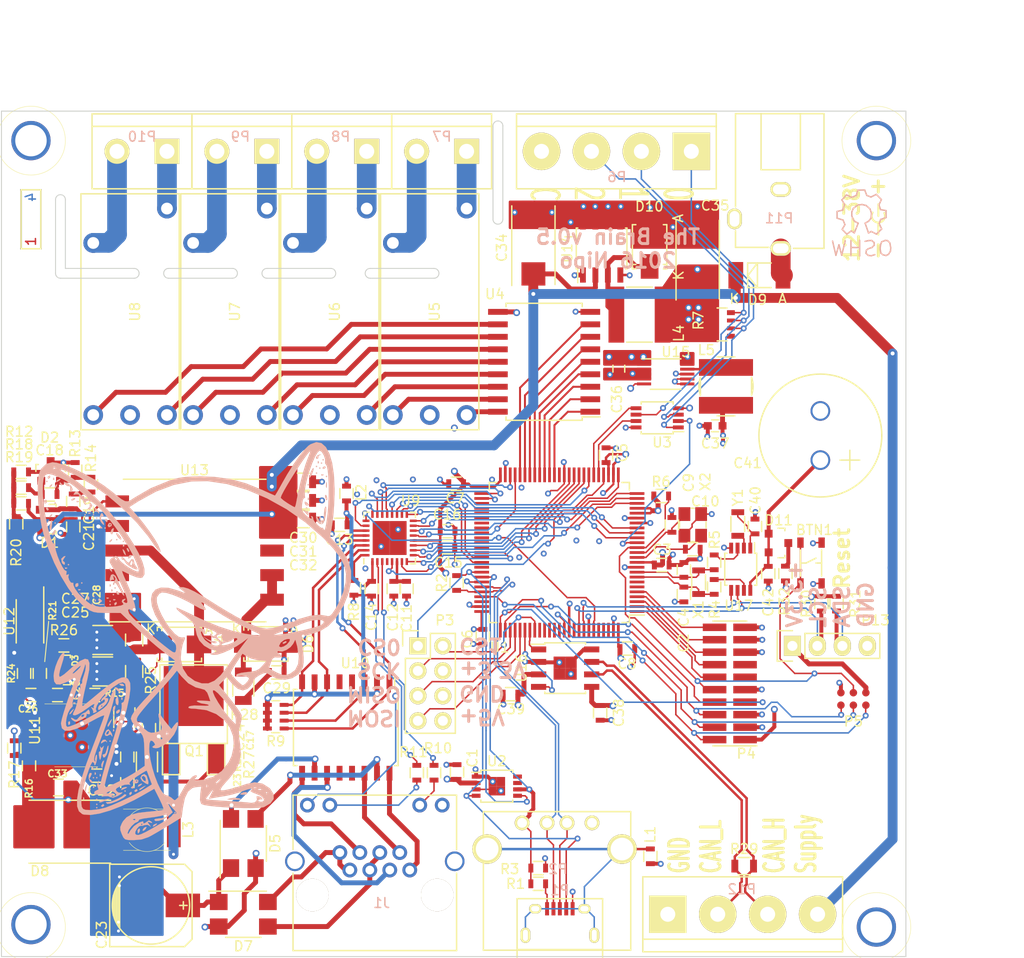
<source format=kicad_pcb>
(kicad_pcb (version 4) (host pcbnew 4.0.4-stable)

  (general
    (links 411)
    (no_connects 0)
    (area 46.633334 39.2 157.85 137.775001)
    (thickness 1.6)
    (drawings 49)
    (tracks 1834)
    (zones 0)
    (modules 134)
    (nets 164)
  )

  (page A4)
  (layers
    (0 F.Cu signal hide)
    (1 In1.Cu power hide)
    (2 In2.Cu power hide)
    (31 B.Cu signal hide)
    (32 B.Adhes user hide)
    (33 F.Adhes user hide)
    (34 B.Paste user hide)
    (35 F.Paste user hide)
    (36 B.SilkS user hide)
    (37 F.SilkS user hide)
    (38 B.Mask user)
    (39 F.Mask user hide)
    (40 Dwgs.User user)
    (41 Cmts.User user)
    (42 Eco1.User user)
    (43 Eco2.User user)
    (44 Edge.Cuts user)
    (45 Margin user)
    (46 B.CrtYd user)
    (47 F.CrtYd user)
    (48 B.Fab user hide)
    (49 F.Fab user)
  )

  (setup
    (last_trace_width 0.1524)
    (user_trace_width 0.1524)
    (user_trace_width 0.2)
    (user_trace_width 0.25)
    (user_trace_width 0.4)
    (user_trace_width 0.5)
    (user_trace_width 1)
    (user_trace_width 2)
    (trace_clearance 0.1524)
    (zone_clearance 0.2)
    (zone_45_only yes)
    (trace_min 0.1524)
    (segment_width 0.2)
    (edge_width 0.1)
    (via_size 0.6048)
    (via_drill 0.3)
    (via_min_size 0.6048)
    (via_min_drill 0.3)
    (user_via 0.6048 0.3)
    (user_via 0.8 0.4)
    (user_via 1 0.5)
    (user_via 1.5 1)
    (uvia_size 0.3)
    (uvia_drill 0.1)
    (uvias_allowed no)
    (uvia_min_size 0.2)
    (uvia_min_drill 0.1)
    (pcb_text_width 0.3)
    (pcb_text_size 1.5 1.5)
    (mod_edge_width 0.15)
    (mod_text_size 1 1)
    (mod_text_width 0.15)
    (pad_size 1.7272 1.7272)
    (pad_drill 1.016)
    (pad_to_mask_clearance 0)
    (aux_axis_origin 0 0)
    (visible_elements FFFFEF7F)
    (pcbplotparams
      (layerselection 0x00030_ffffffff)
      (usegerberextensions false)
      (excludeedgelayer true)
      (linewidth 0.100000)
      (plotframeref false)
      (viasonmask false)
      (mode 1)
      (useauxorigin false)
      (hpglpennumber 1)
      (hpglpenspeed 20)
      (hpglpendiameter 15)
      (hpglpenoverlay 2)
      (psnegative false)
      (psa4output false)
      (plotreference true)
      (plotvalue true)
      (plotinvisibletext false)
      (padsonsilk false)
      (subtractmaskfromsilk false)
      (outputformat 1)
      (mirror false)
      (drillshape 1)
      (scaleselection 1)
      (outputdirectory ""))
  )

  (net 0 "")
  (net 1 +3V3)
  (net 2 /mcu/TMS)
  (net 3 GND)
  (net 4 /mcu/TCK)
  (net 5 /mcu/TDO)
  (net 6 /mcu/TDI)
  (net 7 /mcu/nRESET)
  (net 8 /mcu/TraceCLK)
  (net 9 /mcu/TraceData0)
  (net 10 /mcu/TraceData1)
  (net 11 /mcu/TraceData2)
  (net 12 /mcu/TraceData3)
  (net 13 "Net-(C9-Pad1)")
  (net 14 "Net-(C10-Pad1)")
  (net 15 "Net-(C18-Pad1)")
  (net 16 +5V)
  (net 17 "Net-(L1-Pad1)")
  (net 18 "Net-(J1-Pad10)")
  (net 19 "Net-(J1-Pad11)")
  (net 20 "Net-(P6-Pad2)")
  (net 21 "Net-(P6-Pad1)")
  (net 22 "Net-(P7-Pad2)")
  (net 23 "Net-(P7-Pad1)")
  (net 24 "Net-(U1-Pad82)")
  (net 25 "Net-(U1-Pad81)")
  (net 26 "/I2C / RTC / Extension/IRQ")
  (net 27 "/I2C / RTC / Extension/OSC_OUT")
  (net 28 "Net-(U1-Pad39)")
  (net 29 "Net-(U1-Pad40)")
  (net 30 "Net-(U1-Pad41)")
  (net 31 "Net-(U1-Pad42)")
  (net 32 "Net-(U1-Pad43)")
  (net 33 "Net-(U1-Pad44)")
  (net 34 "Net-(U1-Pad45)")
  (net 35 "Net-(U1-Pad46)")
  (net 36 /ethernet/POE_VC1-)
  (net 37 /ethernet/POE_VC1+)
  (net 38 /ethernet/POE_VC2-)
  (net 39 /ethernet/POE_VC2+)
  (net 40 "Net-(U1-Pad6)")
  (net 41 "Net-(U1-Pad38)")
  (net 42 "Net-(U1-Pad73)")
  (net 43 "Net-(U1-Pad91)")
  (net 44 "Net-(U1-Pad97)")
  (net 45 "Net-(U1-Pad98)")
  (net 46 "Net-(U9-Pad4)")
  (net 47 /ethernet/CLK_25M)
  (net 48 /mcu/ETH_PHY_nIRQ)
  (net 49 /mcu/ETH_PHY_nRESET)
  (net 50 /ethernet/MDC)
  (net 51 /ethernet/TX_D2)
  (net 52 /ethernet/TX_CLK)
  (net 53 /ethernet/RX_CLK)
  (net 54 /ethernet/MDIO)
  (net 55 /ethernet/RX_DV)
  (net 56 /ethernet/RX_D0)
  (net 57 /ethernet/RX_D1)
  (net 58 /ethernet/RX_D2)
  (net 59 /ethernet/RX_D3)
  (net 60 /ethernet/RX_ER)
  (net 61 /ethernet/TX_EN)
  (net 62 /ethernet/TX_D0)
  (net 63 /ethernet/TX_D1)
  (net 64 /ethernet/TX_D3)
  (net 65 /ethernet/CRS)
  (net 66 /ethernet/COL)
  (net 67 /ethernet/LAN_VDD)
  (net 68 /ethernet/TD-)
  (net 69 /ethernet/TD+)
  (net 70 /ethernet/RD-)
  (net 71 /ethernet/RD+)
  (net 72 /ethernet/ETH_RX-)
  (net 73 /ethernet/ETH_RX+)
  (net 74 /ethernet/ETH_TX-)
  (net 75 /ethernet/ETH_TX+)
  (net 76 "/I2C / RTC / Extension/SCL")
  (net 77 "/I2C / RTC / Extension/SDA")
  (net 78 GNDREF)
  (net 79 /mcu/USB_D+)
  (net 80 /mcu/USB_D-)
  (net 81 /can/CAN-)
  (net 82 /can/CAN+)
  (net 83 "Net-(U2-Pad7)")
  (net 84 "Net-(U2-Pad8)")
  (net 85 "Net-(U1-Pad7)")
  (net 86 "Net-(U1-Pad53)")
  (net 87 "Net-(U1-Pad54)")
  (net 88 "Net-(U1-Pad60)")
  (net 89 "Net-(U1-Pad61)")
  (net 90 "Net-(U1-Pad62)")
  (net 91 "Net-(U1-Pad66)")
  (net 92 "Net-(U1-Pad96)")
  (net 93 "Net-(D6-Pad1)")
  (net 94 "Net-(L5-Pad2)")
  (net 95 /power/VCan)
  (net 96 "Net-(P11-Pad3)")
  (net 97 /mcu/Input_0)
  (net 98 /mcu/Input_1)
  (net 99 /mcu/Input_2)
  (net 100 /mcu/CS0)
  (net 101 /mcu/CS1)
  (net 102 /mcu/SCK)
  (net 103 /mcu/MOSI)
  (net 104 /mcu/MISO)
  (net 105 /poe/VPoe)
  (net 106 /poe/GPoe)
  (net 107 "Net-(C22-Pad1)")
  (net 108 "Net-(C29-Pad1)")
  (net 109 "Net-(D9-Pad2)")
  (net 110 "Net-(R15-Pad1)")
  (net 111 /poe/Feedback)
  (net 112 /poe/VPoe2)
  (net 113 "Net-(Q1-Pad3)")
  (net 114 "Net-(Q1-Pad1)")
  (net 115 /poe/VBias)
  (net 116 /mcu/USB_VBus)
  (net 117 "Net-(R2-Pad1)")
  (net 118 "Net-(C2-Pad1)")
  (net 119 "Net-(C4-Pad1)")
  (net 120 "Net-(C11-Pad1)")
  (net 121 "Net-(C18-Pad2)")
  (net 122 "Net-(C19-Pad2)")
  (net 123 "Net-(C20-Pad1)")
  (net 124 "Net-(C21-Pad1)")
  (net 125 "Net-(C24-Pad1)")
  (net 126 "Net-(C26-Pad2)")
  (net 127 "Net-(C28-Pad2)")
  (net 128 "Net-(C40-Pad1)")
  (net 129 "Net-(C41-Pad1)")
  (net 130 "Net-(D3-Pad1)")
  (net 131 "Net-(D3-Pad2)")
  (net 132 "Net-(D4-Pad2)")
  (net 133 "Net-(D10-Pad1)")
  (net 134 "Net-(D11-Pad3)")
  (net 135 "Net-(P1-Pad1)")
  (net 136 "Net-(P1-Pad4)")
  (net 137 "Net-(P4-Pad11)")
  (net 138 "Net-(P4-Pad13)")
  (net 139 "Net-(P6-Pad3)")
  (net 140 "Net-(P8-Pad1)")
  (net 141 "Net-(P8-Pad2)")
  (net 142 "Net-(P9-Pad1)")
  (net 143 "Net-(P9-Pad2)")
  (net 144 "Net-(P10-Pad1)")
  (net 145 "Net-(P10-Pad2)")
  (net 146 "Net-(R7-Pad5)")
  (net 147 "Net-(R8-Pad1)")
  (net 148 "Net-(R10-Pad1)")
  (net 149 "Net-(R11-Pad1)")
  (net 150 "Net-(R16-Pad1)")
  (net 151 "Net-(R17-Pad2)")
  (net 152 "Net-(R20-Pad2)")
  (net 153 "Net-(R22-Pad2)")
  (net 154 "Net-(R26-Pad1)")
  (net 155 "Net-(U4-Pad11)")
  (net 156 "Net-(U4-Pad12)")
  (net 157 "Net-(U4-Pad13)")
  (net 158 "Net-(U4-Pad14)")
  (net 159 "Net-(U4-Pad15)")
  (net 160 "Net-(U4-Pad16)")
  (net 161 "Net-(U4-Pad17)")
  (net 162 "Net-(U4-Pad18)")
  (net 163 "Net-(U17-Pad2)")

  (net_class Default "This is the default net class."
    (clearance 0.1524)
    (trace_width 0.1524)
    (via_dia 0.6048)
    (via_drill 0.3)
    (uvia_dia 0.3)
    (uvia_drill 0.1)
    (add_net "/I2C / RTC / Extension/IRQ")
    (add_net "/I2C / RTC / Extension/OSC_OUT")
    (add_net "/I2C / RTC / Extension/SCL")
    (add_net "/I2C / RTC / Extension/SDA")
    (add_net /can/CAN+)
    (add_net /can/CAN-)
    (add_net /ethernet/CLK_25M)
    (add_net /ethernet/COL)
    (add_net /ethernet/CRS)
    (add_net /ethernet/MDC)
    (add_net /ethernet/MDIO)
    (add_net /ethernet/RX_CLK)
    (add_net /ethernet/RX_D0)
    (add_net /ethernet/RX_D1)
    (add_net /ethernet/RX_D2)
    (add_net /ethernet/RX_D3)
    (add_net /ethernet/RX_DV)
    (add_net /ethernet/RX_ER)
    (add_net /ethernet/TX_CLK)
    (add_net /ethernet/TX_D0)
    (add_net /ethernet/TX_D1)
    (add_net /ethernet/TX_D2)
    (add_net /ethernet/TX_D3)
    (add_net /ethernet/TX_EN)
    (add_net /mcu/CS0)
    (add_net /mcu/CS1)
    (add_net /mcu/ETH_PHY_nIRQ)
    (add_net /mcu/ETH_PHY_nRESET)
    (add_net /mcu/Input_0)
    (add_net /mcu/Input_1)
    (add_net /mcu/Input_2)
    (add_net /mcu/MISO)
    (add_net /mcu/MOSI)
    (add_net /mcu/SCK)
    (add_net /mcu/TCK)
    (add_net /mcu/TDI)
    (add_net /mcu/TDO)
    (add_net /mcu/TMS)
    (add_net /mcu/TraceCLK)
    (add_net /mcu/TraceData0)
    (add_net /mcu/TraceData1)
    (add_net /mcu/TraceData2)
    (add_net /mcu/TraceData3)
    (add_net /mcu/USB_D+)
    (add_net /mcu/USB_D-)
    (add_net /mcu/USB_VBus)
    (add_net /mcu/nRESET)
    (add_net /poe/Feedback)
    (add_net /poe/VBias)
    (add_net /poe/VPoe2)
    (add_net GND)
    (add_net "Net-(C10-Pad1)")
    (add_net "Net-(C11-Pad1)")
    (add_net "Net-(C18-Pad1)")
    (add_net "Net-(C18-Pad2)")
    (add_net "Net-(C19-Pad2)")
    (add_net "Net-(C2-Pad1)")
    (add_net "Net-(C20-Pad1)")
    (add_net "Net-(C21-Pad1)")
    (add_net "Net-(C22-Pad1)")
    (add_net "Net-(C24-Pad1)")
    (add_net "Net-(C26-Pad2)")
    (add_net "Net-(C28-Pad2)")
    (add_net "Net-(C29-Pad1)")
    (add_net "Net-(C4-Pad1)")
    (add_net "Net-(C40-Pad1)")
    (add_net "Net-(C41-Pad1)")
    (add_net "Net-(C9-Pad1)")
    (add_net "Net-(D10-Pad1)")
    (add_net "Net-(D11-Pad3)")
    (add_net "Net-(D3-Pad1)")
    (add_net "Net-(D3-Pad2)")
    (add_net "Net-(D4-Pad2)")
    (add_net "Net-(D6-Pad1)")
    (add_net "Net-(D9-Pad2)")
    (add_net "Net-(J1-Pad10)")
    (add_net "Net-(J1-Pad11)")
    (add_net "Net-(L1-Pad1)")
    (add_net "Net-(L5-Pad2)")
    (add_net "Net-(P1-Pad1)")
    (add_net "Net-(P1-Pad4)")
    (add_net "Net-(P10-Pad1)")
    (add_net "Net-(P10-Pad2)")
    (add_net "Net-(P11-Pad3)")
    (add_net "Net-(P4-Pad11)")
    (add_net "Net-(P4-Pad13)")
    (add_net "Net-(P6-Pad1)")
    (add_net "Net-(P6-Pad2)")
    (add_net "Net-(P6-Pad3)")
    (add_net "Net-(P7-Pad1)")
    (add_net "Net-(P7-Pad2)")
    (add_net "Net-(P8-Pad1)")
    (add_net "Net-(P8-Pad2)")
    (add_net "Net-(P9-Pad1)")
    (add_net "Net-(P9-Pad2)")
    (add_net "Net-(Q1-Pad1)")
    (add_net "Net-(Q1-Pad3)")
    (add_net "Net-(R10-Pad1)")
    (add_net "Net-(R11-Pad1)")
    (add_net "Net-(R15-Pad1)")
    (add_net "Net-(R16-Pad1)")
    (add_net "Net-(R17-Pad2)")
    (add_net "Net-(R2-Pad1)")
    (add_net "Net-(R20-Pad2)")
    (add_net "Net-(R22-Pad2)")
    (add_net "Net-(R26-Pad1)")
    (add_net "Net-(R7-Pad5)")
    (add_net "Net-(R8-Pad1)")
    (add_net "Net-(U1-Pad38)")
    (add_net "Net-(U1-Pad39)")
    (add_net "Net-(U1-Pad40)")
    (add_net "Net-(U1-Pad41)")
    (add_net "Net-(U1-Pad42)")
    (add_net "Net-(U1-Pad43)")
    (add_net "Net-(U1-Pad44)")
    (add_net "Net-(U1-Pad45)")
    (add_net "Net-(U1-Pad46)")
    (add_net "Net-(U1-Pad53)")
    (add_net "Net-(U1-Pad54)")
    (add_net "Net-(U1-Pad6)")
    (add_net "Net-(U1-Pad60)")
    (add_net "Net-(U1-Pad61)")
    (add_net "Net-(U1-Pad62)")
    (add_net "Net-(U1-Pad66)")
    (add_net "Net-(U1-Pad7)")
    (add_net "Net-(U1-Pad73)")
    (add_net "Net-(U1-Pad81)")
    (add_net "Net-(U1-Pad82)")
    (add_net "Net-(U1-Pad91)")
    (add_net "Net-(U1-Pad96)")
    (add_net "Net-(U1-Pad97)")
    (add_net "Net-(U1-Pad98)")
    (add_net "Net-(U17-Pad2)")
    (add_net "Net-(U2-Pad7)")
    (add_net "Net-(U2-Pad8)")
    (add_net "Net-(U4-Pad11)")
    (add_net "Net-(U4-Pad12)")
    (add_net "Net-(U4-Pad13)")
    (add_net "Net-(U4-Pad14)")
    (add_net "Net-(U4-Pad15)")
    (add_net "Net-(U4-Pad16)")
    (add_net "Net-(U4-Pad17)")
    (add_net "Net-(U4-Pad18)")
    (add_net "Net-(U9-Pad4)")
  )

  (net_class More ""
    (clearance 0.2)
    (trace_width 0.25)
    (via_dia 0.6048)
    (via_drill 0.3)
    (uvia_dia 0.3)
    (uvia_drill 0.1)
    (add_net /ethernet/RD+)
    (add_net /ethernet/RD-)
    (add_net /ethernet/TD+)
    (add_net /ethernet/TD-)
  )

  (net_class Power ""
    (clearance 0.1524)
    (trace_width 0.5)
    (via_dia 0.7)
    (via_drill 0.4)
    (uvia_dia 0.3)
    (uvia_drill 0.1)
    (add_net +3V3)
    (add_net +5V)
    (add_net /ethernet/ETH_RX+)
    (add_net /ethernet/ETH_RX-)
    (add_net /ethernet/ETH_TX+)
    (add_net /ethernet/ETH_TX-)
    (add_net /ethernet/LAN_VDD)
    (add_net /ethernet/POE_VC1+)
    (add_net /ethernet/POE_VC1-)
    (add_net /ethernet/POE_VC2+)
    (add_net /ethernet/POE_VC2-)
    (add_net /poe/GPoe)
    (add_net /poe/VPoe)
    (add_net /power/VCan)
    (add_net GNDREF)
  )

  (net_class Power2 ""
    (clearance 1)
    (trace_width 0.5)
    (via_dia 1)
    (via_drill 0.5)
    (uvia_dia 0.3)
    (uvia_drill 0.1)
  )

  (module Connect:USB_A (layer F.Cu) (tedit 5543E289) (tstamp 57C37A26)
    (at 102.95914 122.40212)
    (descr "USB A connector")
    (tags "USB USB_A")
    (path /57A213D7/57BD5361)
    (fp_text reference P2 (at 3.64086 4.69788 180) (layer B.SilkS)
      (effects (font (size 1 1) (thickness 0.15)) (justify mirror))
    )
    (fp_text value USBA (at 3.74086 2.49788) (layer F.Fab)
      (effects (font (size 1 1) (thickness 0.15)))
    )
    (fp_line (start -5.3 13.2) (end -5.3 -1.4) (layer F.CrtYd) (width 0.05))
    (fp_line (start 11.95 -1.4) (end 11.95 13.2) (layer F.CrtYd) (width 0.05))
    (fp_line (start -5.3 13.2) (end 11.95 13.2) (layer F.CrtYd) (width 0.05))
    (fp_line (start -5.3 -1.4) (end 11.95 -1.4) (layer F.CrtYd) (width 0.05))
    (fp_line (start 11.04986 -1.14512) (end 11.04986 12.95188) (layer F.SilkS) (width 0.15))
    (fp_line (start -3.93614 12.95188) (end -3.93614 -1.14512) (layer F.SilkS) (width 0.15))
    (fp_line (start 11.04986 -1.14512) (end -3.93614 -1.14512) (layer F.SilkS) (width 0.15))
    (fp_line (start 11.04986 12.95188) (end -3.93614 12.95188) (layer F.SilkS) (width 0.15))
    (pad 4 thru_hole circle (at 7.11286 -0.00212 270) (size 1.50114 1.50114) (drill 1.00076) (layers *.Cu *.Mask F.SilkS)
      (net 3 GND))
    (pad 3 thru_hole circle (at 4.57286 -0.00212 270) (size 1.50114 1.50114) (drill 1.00076) (layers *.Cu *.Mask F.SilkS)
      (net 79 /mcu/USB_D+))
    (pad 2 thru_hole circle (at 2.54086 -0.00212 270) (size 1.50114 1.50114) (drill 1.00076) (layers *.Cu *.Mask F.SilkS)
      (net 80 /mcu/USB_D-))
    (pad 1 thru_hole circle (at 0.00086 -0.00212 270) (size 1.50114 1.50114) (drill 1.00076) (layers *.Cu *.Mask F.SilkS)
      (net 116 /mcu/USB_VBus))
    (pad 5 thru_hole circle (at 10.16086 2.66488 270) (size 2.99974 2.99974) (drill 2.30124) (layers *.Cu *.Mask F.SilkS)
      (net 17 "Net-(L1-Pad1)"))
    (pad 5 thru_hole circle (at -3.55514 2.66488 270) (size 2.99974 2.99974) (drill 2.30124) (layers *.Cu *.Mask F.SilkS)
      (net 17 "Net-(L1-Pad1)"))
    (model Connect.3dshapes/USB_A.wrl
      (at (xyz 0.14 0 0))
      (scale (xyz 1 1 1))
      (rotate (xyz 0 0 90))
    )
  )

  (module Pin_Headers:Pin_Header_Straight_2x04 (layer F.Cu) (tedit 57C9A701) (tstamp 57CA0578)
    (at 92.36 104.4)
    (descr "Through hole pin header")
    (tags "pin header")
    (path /57A213D7/57C9C680)
    (fp_text reference P3 (at 2.74 -2.6) (layer F.SilkS)
      (effects (font (size 1 1) (thickness 0.15)))
    )
    (fp_text value SPI (at 1.34 3.7 90) (layer F.Fab)
      (effects (font (size 1 1) (thickness 0.15)))
    )
    (fp_line (start -1.75 -1.75) (end -1.75 9.4) (layer F.CrtYd) (width 0.05))
    (fp_line (start 4.3 -1.75) (end 4.3 9.4) (layer F.CrtYd) (width 0.05))
    (fp_line (start -1.75 -1.75) (end 4.3 -1.75) (layer F.CrtYd) (width 0.05))
    (fp_line (start -1.75 9.4) (end 4.3 9.4) (layer F.CrtYd) (width 0.05))
    (fp_line (start -1.27 1.27) (end -1.27 8.89) (layer F.SilkS) (width 0.15))
    (fp_line (start -1.27 8.89) (end 3.81 8.89) (layer F.SilkS) (width 0.15))
    (fp_line (start 3.81 8.89) (end 3.81 -1.27) (layer F.SilkS) (width 0.15))
    (fp_line (start 3.81 -1.27) (end 1.27 -1.27) (layer F.SilkS) (width 0.15))
    (fp_line (start 0 -1.55) (end -1.55 -1.55) (layer F.SilkS) (width 0.15))
    (fp_line (start 1.27 -1.27) (end 1.27 1.27) (layer F.SilkS) (width 0.15))
    (fp_line (start 1.27 1.27) (end -1.27 1.27) (layer F.SilkS) (width 0.15))
    (fp_line (start -1.55 -1.55) (end -1.55 0) (layer F.SilkS) (width 0.15))
    (pad 1 thru_hole rect (at 0 0) (size 1.7272 1.7272) (drill 1.016) (layers *.Cu *.Mask F.SilkS)
      (net 100 /mcu/CS0))
    (pad 2 thru_hole oval (at 2.54 0) (size 1.7272 1.7272) (drill 1.016) (layers *.Cu *.Mask F.SilkS)
      (net 101 /mcu/CS1))
    (pad 3 thru_hole oval (at 0 2.54) (size 1.7272 1.7272) (drill 1.016) (layers *.Cu *.Mask F.SilkS)
      (net 102 /mcu/SCK))
    (pad 4 thru_hole oval (at 2.54 2.54) (size 1.7272 1.7272) (drill 1.016) (layers *.Cu *.Mask F.SilkS)
      (net 1 +3V3) (zone_connect 2))
    (pad 5 thru_hole oval (at 0 5.08) (size 1.7272 1.7272) (drill 1.016) (layers *.Cu *.Mask F.SilkS)
      (net 104 /mcu/MISO))
    (pad 6 thru_hole oval (at 2.54 5.08) (size 1.7272 1.7272) (drill 1.016) (layers *.Cu *.Mask F.SilkS)
      (net 3 GND))
    (pad 7 thru_hole oval (at 0 7.62) (size 1.7272 1.7272) (drill 1.016) (layers *.Cu *.Mask F.SilkS)
      (net 103 /mcu/MOSI))
    (pad 8 thru_hole oval (at 2.54 7.62) (size 1.7272 1.7272) (drill 1.016) (layers *.Cu *.Mask F.SilkS)
      (net 16 +5V) (zone_connect 2))
    (model Pin_Headers.3dshapes/Pin_Header_Straight_2x04.wrl
      (at (xyz 0.05 -0.15 0))
      (scale (xyz 1 1 1))
      (rotate (xyz 0 0 90))
    )
  )

  (module Housings_QFP:LQFP-100_14x14mm_Pitch0.5mm (layer F.Cu) (tedit 54130A77) (tstamp 57C377BF)
    (at 106.75 94.9 180)
    (descr "LQFP100: plastic low profile quad flat package; 100 leads; body 14 x 14 x 1.4 mm (see NXP sot407-1_po.pdf and sot407-1_fr.pdf)")
    (tags "QFP 0.5")
    (path /57A213D7/57BCD0F0)
    (attr smd)
    (fp_text reference U1 (at 6.07 -9.66 180) (layer F.SilkS)
      (effects (font (size 1 1) (thickness 0.15)))
    )
    (fp_text value STM32F107VCT (at 0.25 1.3 180) (layer F.Fab)
      (effects (font (size 1 1) (thickness 0.15)))
    )
    (fp_line (start -8.9 -8.9) (end -8.9 8.9) (layer F.CrtYd) (width 0.05))
    (fp_line (start 8.9 -8.9) (end 8.9 8.9) (layer F.CrtYd) (width 0.05))
    (fp_line (start -8.9 -8.9) (end 8.9 -8.9) (layer F.CrtYd) (width 0.05))
    (fp_line (start -8.9 8.9) (end 8.9 8.9) (layer F.CrtYd) (width 0.05))
    (fp_line (start -7.125 -7.125) (end -7.125 -6.365) (layer F.SilkS) (width 0.15))
    (fp_line (start 7.125 -7.125) (end 7.125 -6.365) (layer F.SilkS) (width 0.15))
    (fp_line (start 7.125 7.125) (end 7.125 6.365) (layer F.SilkS) (width 0.15))
    (fp_line (start -7.125 7.125) (end -7.125 6.365) (layer F.SilkS) (width 0.15))
    (fp_line (start -7.125 -7.125) (end -6.365 -7.125) (layer F.SilkS) (width 0.15))
    (fp_line (start -7.125 7.125) (end -6.365 7.125) (layer F.SilkS) (width 0.15))
    (fp_line (start 7.125 7.125) (end 6.365 7.125) (layer F.SilkS) (width 0.15))
    (fp_line (start 7.125 -7.125) (end 6.365 -7.125) (layer F.SilkS) (width 0.15))
    (fp_line (start -7.125 -6.365) (end -8.65 -6.365) (layer F.SilkS) (width 0.15))
    (pad 1 smd rect (at -7.9 -6 180) (size 1.5 0.28) (layers F.Cu F.Paste F.Mask)
      (net 8 /mcu/TraceCLK))
    (pad 2 smd rect (at -7.9 -5.5 180) (size 1.5 0.28) (layers F.Cu F.Paste F.Mask)
      (net 9 /mcu/TraceData0))
    (pad 3 smd rect (at -7.9 -5 180) (size 1.5 0.28) (layers F.Cu F.Paste F.Mask)
      (net 10 /mcu/TraceData1))
    (pad 4 smd rect (at -7.9 -4.5 180) (size 1.5 0.28) (layers F.Cu F.Paste F.Mask)
      (net 11 /mcu/TraceData2))
    (pad 5 smd rect (at -7.9 -4 180) (size 1.5 0.28) (layers F.Cu F.Paste F.Mask)
      (net 12 /mcu/TraceData3))
    (pad 6 smd rect (at -7.9 -3.5 180) (size 1.5 0.28) (layers F.Cu F.Paste F.Mask)
      (net 40 "Net-(U1-Pad6)"))
    (pad 7 smd rect (at -7.9 -3 180) (size 1.5 0.28) (layers F.Cu F.Paste F.Mask)
      (net 85 "Net-(U1-Pad7)"))
    (pad 8 smd rect (at -7.9 -2.5 180) (size 1.5 0.28) (layers F.Cu F.Paste F.Mask)
      (net 118 "Net-(C2-Pad1)"))
    (pad 9 smd rect (at -7.9 -2 180) (size 1.5 0.28) (layers F.Cu F.Paste F.Mask)
      (net 119 "Net-(C4-Pad1)"))
    (pad 10 smd rect (at -7.9 -1.5 180) (size 1.5 0.28) (layers F.Cu F.Paste F.Mask)
      (net 3 GND))
    (pad 11 smd rect (at -7.9 -1 180) (size 1.5 0.28) (layers F.Cu F.Paste F.Mask)
      (net 1 +3V3))
    (pad 12 smd rect (at -7.9 -0.5 180) (size 1.5 0.28) (layers F.Cu F.Paste F.Mask)
      (net 14 "Net-(C10-Pad1)"))
    (pad 13 smd rect (at -7.9 0 180) (size 1.5 0.28) (layers F.Cu F.Paste F.Mask)
      (net 13 "Net-(C9-Pad1)"))
    (pad 14 smd rect (at -7.9 0.5 180) (size 1.5 0.28) (layers F.Cu F.Paste F.Mask)
      (net 7 /mcu/nRESET))
    (pad 15 smd rect (at -7.9 1 180) (size 1.5 0.28) (layers F.Cu F.Paste F.Mask)
      (net 99 /mcu/Input_2))
    (pad 16 smd rect (at -7.9 1.5 180) (size 1.5 0.28) (layers F.Cu F.Paste F.Mask)
      (net 50 /ethernet/MDC))
    (pad 17 smd rect (at -7.9 2 180) (size 1.5 0.28) (layers F.Cu F.Paste F.Mask)
      (net 51 /ethernet/TX_D2))
    (pad 18 smd rect (at -7.9 2.5 180) (size 1.5 0.28) (layers F.Cu F.Paste F.Mask)
      (net 52 /ethernet/TX_CLK))
    (pad 19 smd rect (at -7.9 3 180) (size 1.5 0.28) (layers F.Cu F.Paste F.Mask)
      (net 3 GND))
    (pad 20 smd rect (at -7.9 3.5 180) (size 1.5 0.28) (layers F.Cu F.Paste F.Mask)
      (net 3 GND))
    (pad 21 smd rect (at -7.9 4 180) (size 1.5 0.28) (layers F.Cu F.Paste F.Mask)
      (net 1 +3V3))
    (pad 22 smd rect (at -7.9 4.5 180) (size 1.5 0.28) (layers F.Cu F.Paste F.Mask)
      (net 1 +3V3))
    (pad 23 smd rect (at -7.9 5 180) (size 1.5 0.28) (layers F.Cu F.Paste F.Mask)
      (net 65 /ethernet/CRS))
    (pad 24 smd rect (at -7.9 5.5 180) (size 1.5 0.28) (layers F.Cu F.Paste F.Mask)
      (net 53 /ethernet/RX_CLK))
    (pad 25 smd rect (at -7.9 6 180) (size 1.5 0.28) (layers F.Cu F.Paste F.Mask)
      (net 54 /ethernet/MDIO))
    (pad 26 smd rect (at -6 7.9 270) (size 1.5 0.28) (layers F.Cu F.Paste F.Mask)
      (net 66 /ethernet/COL))
    (pad 27 smd rect (at -5.5 7.9 270) (size 1.5 0.28) (layers F.Cu F.Paste F.Mask)
      (net 3 GND))
    (pad 28 smd rect (at -5 7.9 270) (size 1.5 0.28) (layers F.Cu F.Paste F.Mask)
      (net 1 +3V3))
    (pad 29 smd rect (at -4.5 7.9 270) (size 1.5 0.28) (layers F.Cu F.Paste F.Mask)
      (net 100 /mcu/CS0))
    (pad 30 smd rect (at -4 7.9 270) (size 1.5 0.28) (layers F.Cu F.Paste F.Mask)
      (net 97 /mcu/Input_0))
    (pad 31 smd rect (at -3.5 7.9 270) (size 1.5 0.28) (layers F.Cu F.Paste F.Mask)
      (net 98 /mcu/Input_1))
    (pad 32 smd rect (at -3 7.9 270) (size 1.5 0.28) (layers F.Cu F.Paste F.Mask)
      (net 55 /ethernet/RX_DV))
    (pad 33 smd rect (at -2.5 7.9 270) (size 1.5 0.28) (layers F.Cu F.Paste F.Mask)
      (net 56 /ethernet/RX_D0))
    (pad 34 smd rect (at -2 7.9 270) (size 1.5 0.28) (layers F.Cu F.Paste F.Mask)
      (net 57 /ethernet/RX_D1))
    (pad 35 smd rect (at -1.5 7.9 270) (size 1.5 0.28) (layers F.Cu F.Paste F.Mask)
      (net 58 /ethernet/RX_D2))
    (pad 36 smd rect (at -1 7.9 270) (size 1.5 0.28) (layers F.Cu F.Paste F.Mask)
      (net 59 /ethernet/RX_D3))
    (pad 37 smd rect (at -0.5 7.9 270) (size 1.5 0.28) (layers F.Cu F.Paste F.Mask)
      (net 3 GND))
    (pad 38 smd rect (at 0 7.9 270) (size 1.5 0.28) (layers F.Cu F.Paste F.Mask)
      (net 41 "Net-(U1-Pad38)"))
    (pad 39 smd rect (at 0.5 7.9 270) (size 1.5 0.28) (layers F.Cu F.Paste F.Mask)
      (net 28 "Net-(U1-Pad39)"))
    (pad 40 smd rect (at 1 7.9 270) (size 1.5 0.28) (layers F.Cu F.Paste F.Mask)
      (net 29 "Net-(U1-Pad40)"))
    (pad 41 smd rect (at 1.5 7.9 270) (size 1.5 0.28) (layers F.Cu F.Paste F.Mask)
      (net 30 "Net-(U1-Pad41)"))
    (pad 42 smd rect (at 2 7.9 270) (size 1.5 0.28) (layers F.Cu F.Paste F.Mask)
      (net 31 "Net-(U1-Pad42)"))
    (pad 43 smd rect (at 2.5 7.9 270) (size 1.5 0.28) (layers F.Cu F.Paste F.Mask)
      (net 32 "Net-(U1-Pad43)"))
    (pad 44 smd rect (at 3 7.9 270) (size 1.5 0.28) (layers F.Cu F.Paste F.Mask)
      (net 33 "Net-(U1-Pad44)"))
    (pad 45 smd rect (at 3.5 7.9 270) (size 1.5 0.28) (layers F.Cu F.Paste F.Mask)
      (net 34 "Net-(U1-Pad45)"))
    (pad 46 smd rect (at 4 7.9 270) (size 1.5 0.28) (layers F.Cu F.Paste F.Mask)
      (net 35 "Net-(U1-Pad46)"))
    (pad 47 smd rect (at 4.5 7.9 270) (size 1.5 0.28) (layers F.Cu F.Paste F.Mask)
      (net 60 /ethernet/RX_ER))
    (pad 48 smd rect (at 5 7.9 270) (size 1.5 0.28) (layers F.Cu F.Paste F.Mask)
      (net 61 /ethernet/TX_EN))
    (pad 49 smd rect (at 5.5 7.9 270) (size 1.5 0.28) (layers F.Cu F.Paste F.Mask)
      (net 3 GND))
    (pad 50 smd rect (at 6 7.9 270) (size 1.5 0.28) (layers F.Cu F.Paste F.Mask)
      (net 1 +3V3))
    (pad 51 smd rect (at 7.9 6 180) (size 1.5 0.28) (layers F.Cu F.Paste F.Mask)
      (net 62 /ethernet/TX_D0))
    (pad 52 smd rect (at 7.9 5.5 180) (size 1.5 0.28) (layers F.Cu F.Paste F.Mask)
      (net 63 /ethernet/TX_D1))
    (pad 53 smd rect (at 7.9 5 180) (size 1.5 0.28) (layers F.Cu F.Paste F.Mask)
      (net 86 "Net-(U1-Pad53)"))
    (pad 54 smd rect (at 7.9 4.5 180) (size 1.5 0.28) (layers F.Cu F.Paste F.Mask)
      (net 87 "Net-(U1-Pad54)"))
    (pad 55 smd rect (at 7.9 4 180) (size 1.5 0.28) (layers F.Cu F.Paste F.Mask))
    (pad 56 smd rect (at 7.9 3.5 180) (size 1.5 0.28) (layers F.Cu F.Paste F.Mask))
    (pad 57 smd rect (at 7.9 3 180) (size 1.5 0.28) (layers F.Cu F.Paste F.Mask))
    (pad 58 smd rect (at 7.9 2.5 180) (size 1.5 0.28) (layers F.Cu F.Paste F.Mask))
    (pad 59 smd rect (at 7.9 2 180) (size 1.5 0.28) (layers F.Cu F.Paste F.Mask))
    (pad 60 smd rect (at 7.9 1.5 180) (size 1.5 0.28) (layers F.Cu F.Paste F.Mask)
      (net 88 "Net-(U1-Pad60)"))
    (pad 61 smd rect (at 7.9 1 180) (size 1.5 0.28) (layers F.Cu F.Paste F.Mask)
      (net 89 "Net-(U1-Pad61)"))
    (pad 62 smd rect (at 7.9 0.5 180) (size 1.5 0.28) (layers F.Cu F.Paste F.Mask)
      (net 90 "Net-(U1-Pad62)"))
    (pad 63 smd rect (at 7.9 0 180) (size 1.5 0.28) (layers F.Cu F.Paste F.Mask)
      (net 47 /ethernet/CLK_25M))
    (pad 64 smd rect (at 7.9 -0.5 180) (size 1.5 0.28) (layers F.Cu F.Paste F.Mask)
      (net 49 /mcu/ETH_PHY_nRESET))
    (pad 65 smd rect (at 7.9 -1 180) (size 1.5 0.28) (layers F.Cu F.Paste F.Mask)
      (net 48 /mcu/ETH_PHY_nIRQ))
    (pad 66 smd rect (at 7.9 -1.5 180) (size 1.5 0.28) (layers F.Cu F.Paste F.Mask)
      (net 91 "Net-(U1-Pad66)"))
    (pad 67 smd rect (at 7.9 -2 180) (size 1.5 0.28) (layers F.Cu F.Paste F.Mask)
      (net 117 "Net-(R2-Pad1)"))
    (pad 68 smd rect (at 7.9 -2.5 180) (size 1.5 0.28) (layers F.Cu F.Paste F.Mask)
      (net 116 /mcu/USB_VBus))
    (pad 69 smd rect (at 7.9 -3 180) (size 1.5 0.28) (layers F.Cu F.Paste F.Mask)
      (net 136 "Net-(P1-Pad4)"))
    (pad 70 smd rect (at 7.9 -3.5 180) (size 1.5 0.28) (layers F.Cu F.Paste F.Mask)
      (net 80 /mcu/USB_D-))
    (pad 71 smd rect (at 7.9 -4 180) (size 1.5 0.28) (layers F.Cu F.Paste F.Mask)
      (net 79 /mcu/USB_D+))
    (pad 72 smd rect (at 7.9 -4.5 180) (size 1.5 0.28) (layers F.Cu F.Paste F.Mask)
      (net 2 /mcu/TMS))
    (pad 73 smd rect (at 7.9 -5 180) (size 1.5 0.28) (layers F.Cu F.Paste F.Mask)
      (net 42 "Net-(U1-Pad73)"))
    (pad 74 smd rect (at 7.9 -5.5 180) (size 1.5 0.28) (layers F.Cu F.Paste F.Mask)
      (net 3 GND))
    (pad 75 smd rect (at 7.9 -6 180) (size 1.5 0.28) (layers F.Cu F.Paste F.Mask)
      (net 1 +3V3))
    (pad 76 smd rect (at 6 -7.9 270) (size 1.5 0.28) (layers F.Cu F.Paste F.Mask)
      (net 4 /mcu/TCK))
    (pad 77 smd rect (at 5.5 -7.9 270) (size 1.5 0.28) (layers F.Cu F.Paste F.Mask)
      (net 6 /mcu/TDI))
    (pad 78 smd rect (at 5 -7.9 270) (size 1.5 0.28) (layers F.Cu F.Paste F.Mask)
      (net 102 /mcu/SCK))
    (pad 79 smd rect (at 4.5 -7.9 270) (size 1.5 0.28) (layers F.Cu F.Paste F.Mask)
      (net 104 /mcu/MISO))
    (pad 80 smd rect (at 4 -7.9 270) (size 1.5 0.28) (layers F.Cu F.Paste F.Mask)
      (net 103 /mcu/MOSI))
    (pad 81 smd rect (at 3.5 -7.9 270) (size 1.5 0.28) (layers F.Cu F.Paste F.Mask)
      (net 25 "Net-(U1-Pad81)"))
    (pad 82 smd rect (at 3 -7.9 270) (size 1.5 0.28) (layers F.Cu F.Paste F.Mask)
      (net 24 "Net-(U1-Pad82)"))
    (pad 83 smd rect (at 2.5 -7.9 270) (size 1.5 0.28) (layers F.Cu F.Paste F.Mask)
      (net 101 /mcu/CS1))
    (pad 84 smd rect (at 2 -7.9 270) (size 1.5 0.28) (layers F.Cu F.Paste F.Mask))
    (pad 85 smd rect (at 1.5 -7.9 270) (size 1.5 0.28) (layers F.Cu F.Paste F.Mask))
    (pad 86 smd rect (at 1 -7.9 270) (size 1.5 0.28) (layers F.Cu F.Paste F.Mask))
    (pad 87 smd rect (at 0.5 -7.9 270) (size 1.5 0.28) (layers F.Cu F.Paste F.Mask))
    (pad 88 smd rect (at 0 -7.9 270) (size 1.5 0.28) (layers F.Cu F.Paste F.Mask))
    (pad 89 smd rect (at -0.5 -7.9 270) (size 1.5 0.28) (layers F.Cu F.Paste F.Mask)
      (net 5 /mcu/TDO))
    (pad 90 smd rect (at -1 -7.9 270) (size 1.5 0.28) (layers F.Cu F.Paste F.Mask)
      (net 3 GND))
    (pad 91 smd rect (at -1.5 -7.9 270) (size 1.5 0.28) (layers F.Cu F.Paste F.Mask)
      (net 43 "Net-(U1-Pad91)"))
    (pad 92 smd rect (at -2 -7.9 270) (size 1.5 0.28) (layers F.Cu F.Paste F.Mask)
      (net 76 "/I2C / RTC / Extension/SCL"))
    (pad 93 smd rect (at -2.5 -7.9 270) (size 1.5 0.28) (layers F.Cu F.Paste F.Mask)
      (net 77 "/I2C / RTC / Extension/SDA"))
    (pad 94 smd rect (at -3 -7.9 270) (size 1.5 0.28) (layers F.Cu F.Paste F.Mask)
      (net 3 GND))
    (pad 95 smd rect (at -3.5 -7.9 270) (size 1.5 0.28) (layers F.Cu F.Paste F.Mask)
      (net 64 /ethernet/TX_D3))
    (pad 96 smd rect (at -4 -7.9 270) (size 1.5 0.28) (layers F.Cu F.Paste F.Mask)
      (net 92 "Net-(U1-Pad96)"))
    (pad 97 smd rect (at -4.5 -7.9 270) (size 1.5 0.28) (layers F.Cu F.Paste F.Mask)
      (net 44 "Net-(U1-Pad97)"))
    (pad 98 smd rect (at -5 -7.9 270) (size 1.5 0.28) (layers F.Cu F.Paste F.Mask)
      (net 45 "Net-(U1-Pad98)"))
    (pad 99 smd rect (at -5.5 -7.9 270) (size 1.5 0.28) (layers F.Cu F.Paste F.Mask)
      (net 3 GND))
    (pad 100 smd rect (at -6 -7.9 270) (size 1.5 0.28) (layers F.Cu F.Paste F.Mask)
      (net 1 +3V3))
    (model Housings_QFP.3dshapes/LQFP-100_14x14mm_Pitch0.5mm.wrl
      (at (xyz 0 0 0))
      (scale (xyz 1 1 1))
      (rotate (xyz 0 0 0))
    )
  )

  (module Abracon:ABM8G (layer F.Cu) (tedit 56F3EB4E) (tstamp 57C37BAB)
    (at 120.32122 92.089165 90)
    (path /57A213D7/57BCDC66)
    (fp_text reference X2 (at 4.389165 1.27878 90) (layer F.SilkS)
      (effects (font (size 1 1) (thickness 0.15)))
    )
    (fp_text value 25MHz (at 1.089165 -0.02122 90) (layer F.Fab)
      (effects (font (size 1 1) (thickness 0.15)))
    )
    (fp_line (start -1.7 0.15) (end -1.7 -0.15) (layer F.SilkS) (width 0.15))
    (fp_line (start 0.3 1.35) (end -0.3 1.35) (layer F.SilkS) (width 0.15))
    (fp_line (start 1.7 -0.15) (end 1.7 0.15) (layer F.SilkS) (width 0.15))
    (fp_line (start -0.3 -1.35) (end 0.3 -1.35) (layer F.SilkS) (width 0.15))
    (fp_line (start -1.6 1.25) (end -1.6 -1.25) (layer F.CrtYd) (width 0.05))
    (fp_line (start 1.6 1.25) (end -1.6 1.25) (layer F.CrtYd) (width 0.05))
    (fp_line (start 1.6 -1.25) (end 1.6 1.25) (layer F.CrtYd) (width 0.05))
    (fp_line (start -1.6 -1.25) (end 1.6 -1.25) (layer F.CrtYd) (width 0.05))
    (pad 3 smd rect (at -1.1 -0.85 90) (size 1.4 1.2) (layers F.Cu F.Paste F.Mask)
      (net 3 GND))
    (pad 2 smd rect (at 1.1 -0.85 90) (size 1.4 1.2) (layers F.Cu F.Paste F.Mask)
      (net 13 "Net-(C9-Pad1)"))
    (pad 3 smd rect (at 1.1 0.85 90) (size 1.4 1.2) (layers F.Cu F.Paste F.Mask)
      (net 3 GND))
    (pad 1 smd rect (at -1.1 0.85 90) (size 1.4 1.2) (layers F.Cu F.Paste F.Mask)
      (net 14 "Net-(C10-Pad1)"))
    (model /Users/nipo/projects/hardware/kicad-library/Abracon.3dshapes/ABM8G.wrl
      (at (xyz 0 0 0))
      (scale (xyz 0.3937 0.3937 0.3937))
      (rotate (xyz -90 0 0))
    )
  )

  (module Abracon:ABS07 (layer F.Cu) (tedit 57C35276) (tstamp 57C37B85)
    (at 120.916 97.919 270)
    (descr http://www.abracon.com/Resonators/ABS07.pdf)
    (tags "ABS07 Crystal")
    (path /57A213D7/57BD5AA4)
    (fp_text reference X1 (at 2.781 0.016 270) (layer F.SilkS)
      (effects (font (size 1 1) (thickness 0.15)))
    )
    (fp_text value 32768Hz (at 0.881 0.016 270) (layer F.Fab)
      (effects (font (size 1 1) (thickness 0.15)))
    )
    (fp_line (start 0.75 0.7) (end -0.75 0.7) (layer F.SilkS) (width 0.15))
    (fp_line (start -0.75 -0.7) (end 0.75 -0.7) (layer F.SilkS) (width 0.15))
    (fp_line (start 1.6 -0.75) (end 1.6 0.75) (layer F.CrtYd) (width 0.05))
    (fp_line (start -1.6 -0.75) (end 1.6 -0.75) (layer F.CrtYd) (width 0.05))
    (fp_line (start 1.6 0.75) (end -1.6 0.75) (layer F.CrtYd) (width 0.05))
    (fp_line (start -1.6 0.75) (end -1.6 -0.75) (layer F.CrtYd) (width 0.05))
    (pad 1 smd rect (at -1.2 0 270) (size 0.6 1.3) (layers F.Cu F.Paste F.Mask)
      (net 119 "Net-(C4-Pad1)") (clearance 0.3))
    (pad 2 smd rect (at 1.2 0 270) (size 0.6 1.3) (layers F.Cu F.Paste F.Mask)
      (net 118 "Net-(C2-Pad1)") (clearance 0.3))
    (model /Users/nipo/projects/hardware/kicad-library/Abracon.3dshapes/ABS07.wrl
      (at (xyz 0 0 0))
      (scale (xyz 0.3937 0.3937 0.3937))
      (rotate (xyz -90 0 0))
    )
  )

  (module Abracon:ABS07 (layer F.Cu) (tedit 56F3EAF3) (tstamp 57C37B63)
    (at 124.9 92 270)
    (descr http://www.abracon.com/Resonators/ABS07.pdf)
    (tags "ABS07 Crystal")
    (path /57A213DD/57B577CF)
    (fp_text reference Y1 (at -2.7 0 270) (layer F.SilkS)
      (effects (font (size 1 1) (thickness 0.15)))
    )
    (fp_text value 32768Hz (at -2.1 -0.1 270) (layer F.Fab)
      (effects (font (size 1 1) (thickness 0.15)))
    )
    (fp_line (start 0.75 0.7) (end -0.75 0.7) (layer F.SilkS) (width 0.15))
    (fp_line (start -0.75 -0.7) (end 0.75 -0.7) (layer F.SilkS) (width 0.15))
    (fp_line (start 1.6 -0.75) (end 1.6 0.75) (layer F.CrtYd) (width 0.05))
    (fp_line (start -1.6 -0.75) (end 1.6 -0.75) (layer F.CrtYd) (width 0.05))
    (fp_line (start 1.6 0.75) (end -1.6 0.75) (layer F.CrtYd) (width 0.05))
    (fp_line (start -1.6 0.75) (end -1.6 -0.75) (layer F.CrtYd) (width 0.05))
    (pad 1 smd rect (at -1.2 0 270) (size 0.6 1.3) (layers F.Cu F.Paste F.Mask)
      (net 128 "Net-(C40-Pad1)") (clearance 0.3))
    (pad 2 smd rect (at 1.2 0 270) (size 0.6 1.3) (layers F.Cu F.Paste F.Mask)
      (net 163 "Net-(U17-Pad2)") (clearance 0.3))
    (model /Users/nipo/projects/hardware/kicad-library/Abracon.3dshapes/ABS07.wrl
      (at (xyz 0 0 0))
      (scale (xyz 0.3937 0.3937 0.3937))
      (rotate (xyz -90 0 0))
    )
  )

  (module Capacitors_SMD:C_0805 (layer F.Cu) (tedit 57CB7242) (tstamp 57C37B41)
    (at 55.8 118.8 180)
    (descr "Capacitor SMD 0805, reflow soldering, AVX (see smccp.pdf)")
    (tags "capacitor 0805")
    (path /57A21431/57B8D21B)
    (attr smd)
    (fp_text reference C33 (at 0.1 1.4 360) (layer F.SilkS)
      (effects (font (size 0.7 0.7) (thickness 0.15)))
    )
    (fp_text value 100nF (at -0.1 0.1 180) (layer F.Fab)
      (effects (font (size 1 1) (thickness 0.15)))
    )
    (fp_line (start -1.8 -1) (end 1.8 -1) (layer F.CrtYd) (width 0.05))
    (fp_line (start -1.8 1) (end 1.8 1) (layer F.CrtYd) (width 0.05))
    (fp_line (start -1.8 -1) (end -1.8 1) (layer F.CrtYd) (width 0.05))
    (fp_line (start 1.8 -1) (end 1.8 1) (layer F.CrtYd) (width 0.05))
    (fp_line (start 0.5 -0.85) (end -0.5 -0.85) (layer F.SilkS) (width 0.15))
    (fp_line (start -0.5 0.85) (end 0.5 0.85) (layer F.SilkS) (width 0.15))
    (pad 1 smd rect (at -1 0 180) (size 1 1.25) (layers F.Cu F.Paste F.Mask)
      (net 105 /poe/VPoe))
    (pad 2 smd rect (at 1 0 180) (size 1 1.25) (layers F.Cu F.Paste F.Mask)
      (net 106 /poe/GPoe))
    (model Capacitors_SMD.3dshapes/C_0805.wrl
      (at (xyz 0 0 0))
      (scale (xyz 1 1 1))
      (rotate (xyz 0 0 0))
    )
  )

  (module Connect:RJHSE538X (layer F.Cu) (tedit 55225793) (tstamp 57C37A66)
    (at 91.532 127.2 180)
    (descr "mod. jack, ethernet, 8P8C, RJ45 connector, 2 leds, shielded")
    (tags "RJHSE538X 8P8C RJ45 ethernet jack")
    (path /57A213DB/57BDBDF2)
    (fp_text reference J1 (at 2.864 -3.35 360) (layer B.SilkS)
      (effects (font (size 1 1) (thickness 0.15)) (justify mirror))
    )
    (fp_text value RJHSE-5484 (at 3.732 4.4 180) (layer F.Fab)
      (effects (font (size 1 1) (thickness 0.15)))
    )
    (fp_line (start -5.8 -8.45) (end -5.8 7.9) (layer F.CrtYd) (width 0.05))
    (fp_line (start -5.8 7.9) (end 12.9 7.9) (layer F.CrtYd) (width 0.05))
    (fp_line (start 12.9 7.9) (end 12.9 -8.45) (layer F.CrtYd) (width 0.05))
    (fp_line (start 12.9 -8.45) (end -5.8 -8.45) (layer F.CrtYd) (width 0.05))
    (fp_line (start 11.8745 7.62) (end 11.8745 2.0955) (layer F.SilkS) (width 0.15))
    (fp_line (start -4.7625 7.62) (end -4.7625 2.0955) (layer F.SilkS) (width 0.15))
    (fp_line (start 11.8745 -8.1915) (end -4.7625 -8.1915) (layer F.SilkS) (width 0.15))
    (fp_line (start 11.8745 -8.1915) (end 11.8745 -0.3175) (layer F.SilkS) (width 0.15))
    (fp_line (start -4.7625 -8.1915) (end -4.7625 -0.3175) (layer F.SilkS) (width 0.15))
    (fp_line (start 11.8745 7.62) (end -4.7625 7.62) (layer F.SilkS) (width 0.15))
    (pad "" thru_hole circle (at 11.684 0.889 180) (size 2 2) (drill 1.57) (layers *.Cu *.Mask))
    (pad 9 thru_hole circle (at -3.302 6.604 180) (size 1.50114 1.50114) (drill 0.889) (layers *.Cu *.Mask)
      (net 3 GND))
    (pad 10 thru_hole circle (at -1.016 6.604 180) (size 1.50114 1.50114) (drill 0.889) (layers *.Cu *.Mask)
      (net 18 "Net-(J1-Pad10)"))
    (pad 11 thru_hole circle (at 8.128 6.604 180) (size 1.50114 1.50114) (drill 0.889) (layers *.Cu *.Mask)
      (net 19 "Net-(J1-Pad11)"))
    (pad 12 thru_hole circle (at 10.414 6.604 180) (size 1.50114 1.50114) (drill 0.889) (layers *.Cu *.Mask)
      (net 1 +3V3))
    (pad 8 thru_hole circle (at 7.112 1.778 180) (size 1.50114 1.50114) (drill 0.889) (layers *.Cu *.Mask)
      (net 38 /ethernet/POE_VC2-))
    (pad 6 thru_hole circle (at 5.08 1.778 180) (size 1.50114 1.50114) (drill 0.889) (layers *.Cu *.Mask)
      (net 72 /ethernet/ETH_RX-))
    (pad 4 thru_hole circle (at 3.048 1.778 180) (size 1.50114 1.50114) (drill 0.889) (layers *.Cu *.Mask)
      (net 39 /ethernet/POE_VC2+))
    (pad 2 thru_hole circle (at 1.016 1.778 180) (size 1.50114 1.50114) (drill 0.889) (layers *.Cu *.Mask)
      (net 74 /ethernet/ETH_TX-))
    (pad 5 thru_hole circle (at 4.064 0 180) (size 1.50114 1.50114) (drill 0.889) (layers *.Cu *.Mask)
      (net 39 /ethernet/POE_VC2+))
    (pad 3 thru_hole circle (at 2.032 0 180) (size 1.50114 1.50114) (drill 0.889) (layers *.Cu *.Mask)
      (net 73 /ethernet/ETH_RX+))
    (pad 7 thru_hole circle (at 6.096 0 180) (size 1.50114 1.50114) (drill 0.889) (layers *.Cu *.Mask)
      (net 38 /ethernet/POE_VC2-))
    (pad 1 thru_hole circle (at 0 0 180) (size 1.50114 1.50114) (drill 0.889) (layers *.Cu *.Mask)
      (net 75 /ethernet/ETH_TX+))
    (pad "" thru_hole circle (at -2.794 -2.54 180) (size 3.3 3.3) (drill 3.3) (layers *.Cu *.Mask F.SilkS))
    (pad "" thru_hole circle (at 9.906 -2.54 180) (size 3.3 3.3) (drill 3.3) (layers *.Cu *.Mask F.SilkS))
    (pad "" thru_hole circle (at -4.572 0.889 180) (size 2 2) (drill 1.57) (layers *.Cu *.Mask))
    (model Connect.3dshapes/RJHSE538X.wrl
      (at (xyz 0.138 0.06 0.125))
      (scale (xyz 0.4 0.4 0.4))
      (rotate (xyz -90 0 180))
    )
  )

  (module Connect:bornier2 (layer F.Cu) (tedit 0) (tstamp 57C37A00)
    (at 64.294 54.092 180)
    (descr "Bornier d'alimentation 2 pins")
    (tags DEV)
    (path /57A213DF/57A218EC)
    (fp_text reference P10 (at -0.006 1.492 180) (layer B.SilkS)
      (effects (font (size 1 1) (thickness 0.15)) (justify mirror))
    )
    (fp_text value Ctrl3 (at 0 5.08 180) (layer F.Fab)
      (effects (font (size 1 1) (thickness 0.15)))
    )
    (fp_line (start 5.08 2.54) (end -5.08 2.54) (layer F.SilkS) (width 0.15))
    (fp_line (start 5.08 3.81) (end 5.08 -3.81) (layer F.SilkS) (width 0.15))
    (fp_line (start 5.08 -3.81) (end -5.08 -3.81) (layer F.SilkS) (width 0.15))
    (fp_line (start -5.08 -3.81) (end -5.08 3.81) (layer F.SilkS) (width 0.15))
    (fp_line (start -5.08 3.81) (end 5.08 3.81) (layer F.SilkS) (width 0.15))
    (pad 1 thru_hole rect (at -2.54 0 180) (size 2.54 2.54) (drill 1.524) (layers *.Cu *.Mask F.SilkS)
      (net 144 "Net-(P10-Pad1)"))
    (pad 2 thru_hole circle (at 2.54 0 180) (size 2.54 2.54) (drill 1.524) (layers *.Cu *.Mask F.SilkS)
      (net 145 "Net-(P10-Pad2)"))
    (model Connect.3dshapes/bornier2.wrl
      (at (xyz 0 0 0))
      (scale (xyz 1 1 1))
      (rotate (xyz 0 0 0))
    )
  )

  (module Connect:bornier2 (layer F.Cu) (tedit 0) (tstamp 57C379E1)
    (at 74.454 54.092 180)
    (descr "Bornier d'alimentation 2 pins")
    (tags DEV)
    (path /57A213DF/57C1D2D4)
    (fp_text reference P9 (at 0.154 1.492 180) (layer B.SilkS)
      (effects (font (size 1 1) (thickness 0.15)) (justify mirror))
    )
    (fp_text value Ctrl2 (at 0 5.08 180) (layer F.Fab)
      (effects (font (size 1 1) (thickness 0.15)))
    )
    (fp_line (start 5.08 2.54) (end -5.08 2.54) (layer F.SilkS) (width 0.15))
    (fp_line (start 5.08 3.81) (end 5.08 -3.81) (layer F.SilkS) (width 0.15))
    (fp_line (start 5.08 -3.81) (end -5.08 -3.81) (layer F.SilkS) (width 0.15))
    (fp_line (start -5.08 -3.81) (end -5.08 3.81) (layer F.SilkS) (width 0.15))
    (fp_line (start -5.08 3.81) (end 5.08 3.81) (layer F.SilkS) (width 0.15))
    (pad 1 thru_hole rect (at -2.54 0 180) (size 2.54 2.54) (drill 1.524) (layers *.Cu *.Mask F.SilkS)
      (net 142 "Net-(P9-Pad1)"))
    (pad 2 thru_hole circle (at 2.54 0 180) (size 2.54 2.54) (drill 1.524) (layers *.Cu *.Mask F.SilkS)
      (net 143 "Net-(P9-Pad2)"))
    (model Connect.3dshapes/bornier2.wrl
      (at (xyz 0 0 0))
      (scale (xyz 1 1 1))
      (rotate (xyz 0 0 0))
    )
  )

  (module Connect:bornier2 (layer F.Cu) (tedit 0) (tstamp 57C379C2)
    (at 84.614 54.092 180)
    (descr "Bornier d'alimentation 2 pins")
    (tags DEV)
    (path /57A213DF/57C1D331)
    (fp_text reference P8 (at 0.114 1.492 180) (layer B.SilkS)
      (effects (font (size 1 1) (thickness 0.15)) (justify mirror))
    )
    (fp_text value Ctrl1 (at 0 5.08 180) (layer F.Fab)
      (effects (font (size 1 1) (thickness 0.15)))
    )
    (fp_line (start 5.08 2.54) (end -5.08 2.54) (layer F.SilkS) (width 0.15))
    (fp_line (start 5.08 3.81) (end 5.08 -3.81) (layer F.SilkS) (width 0.15))
    (fp_line (start 5.08 -3.81) (end -5.08 -3.81) (layer F.SilkS) (width 0.15))
    (fp_line (start -5.08 -3.81) (end -5.08 3.81) (layer F.SilkS) (width 0.15))
    (fp_line (start -5.08 3.81) (end 5.08 3.81) (layer F.SilkS) (width 0.15))
    (pad 1 thru_hole rect (at -2.54 0 180) (size 2.54 2.54) (drill 1.524) (layers *.Cu *.Mask F.SilkS)
      (net 140 "Net-(P8-Pad1)"))
    (pad 2 thru_hole circle (at 2.54 0 180) (size 2.54 2.54) (drill 1.524) (layers *.Cu *.Mask F.SilkS)
      (net 141 "Net-(P8-Pad2)"))
    (model Connect.3dshapes/bornier2.wrl
      (at (xyz 0 0 0))
      (scale (xyz 1 1 1))
      (rotate (xyz 0 0 0))
    )
  )

  (module Connect:bornier2 (layer F.Cu) (tedit 0) (tstamp 57C379A3)
    (at 94.774 54.092 180)
    (descr "Bornier d'alimentation 2 pins")
    (tags DEV)
    (path /57A213DF/57C1D33C)
    (fp_text reference P7 (at -0.026 1.492 180) (layer B.SilkS)
      (effects (font (size 1 1) (thickness 0.15)) (justify mirror))
    )
    (fp_text value Ctrl0 (at 0 5.08 180) (layer F.Fab)
      (effects (font (size 1 1) (thickness 0.15)))
    )
    (fp_line (start 5.08 2.54) (end -5.08 2.54) (layer F.SilkS) (width 0.15))
    (fp_line (start 5.08 3.81) (end 5.08 -3.81) (layer F.SilkS) (width 0.15))
    (fp_line (start 5.08 -3.81) (end -5.08 -3.81) (layer F.SilkS) (width 0.15))
    (fp_line (start -5.08 -3.81) (end -5.08 3.81) (layer F.SilkS) (width 0.15))
    (fp_line (start -5.08 3.81) (end 5.08 3.81) (layer F.SilkS) (width 0.15))
    (pad 1 thru_hole rect (at -2.54 0 180) (size 2.54 2.54) (drill 1.524) (layers *.Cu *.Mask F.SilkS)
      (net 23 "Net-(P7-Pad1)"))
    (pad 2 thru_hole circle (at 2.54 0 180) (size 2.54 2.54) (drill 1.524) (layers *.Cu *.Mask F.SilkS)
      (net 22 "Net-(P7-Pad2)"))
    (model Connect.3dshapes/bornier2.wrl
      (at (xyz 0 0 0))
      (scale (xyz 1 1 1))
      (rotate (xyz 0 0 0))
    )
  )

  (module Connect:bornier4 (layer F.Cu) (tedit 0) (tstamp 57C37980)
    (at 125.4 131.7)
    (descr "Bornier d'alimentation 4 pins")
    (tags DEV)
    (path /57A213DC/57A21746)
    (fp_text reference P12 (at -0.09 -2.55) (layer B.SilkS)
      (effects (font (size 1 1) (thickness 0.15)) (justify mirror))
    )
    (fp_text value CAN (at -0.1 0.4) (layer F.Fab)
      (effects (font (size 1 1) (thickness 0.15)))
    )
    (fp_line (start -10.16 -3.81) (end -10.16 3.81) (layer F.SilkS) (width 0.15))
    (fp_line (start 10.16 3.81) (end 10.16 -3.81) (layer F.SilkS) (width 0.15))
    (fp_line (start 10.16 2.54) (end -10.16 2.54) (layer F.SilkS) (width 0.15))
    (fp_line (start -10.16 -3.81) (end 10.16 -3.81) (layer F.SilkS) (width 0.15))
    (fp_line (start -10.16 3.81) (end 10.16 3.81) (layer F.SilkS) (width 0.15))
    (pad 2 thru_hole circle (at -2.54 0) (size 3.81 3.81) (drill 1.524) (layers *.Cu *.Mask F.SilkS)
      (net 81 /can/CAN-))
    (pad 3 thru_hole circle (at 2.54 0) (size 3.81 3.81) (drill 1.524) (layers *.Cu *.Mask F.SilkS)
      (net 82 /can/CAN+))
    (pad 1 thru_hole rect (at -7.62 0) (size 3.81 3.81) (drill 1.524) (layers *.Cu *.Mask F.SilkS)
      (net 3 GND))
    (pad 4 thru_hole circle (at 7.62 0) (size 3.81 3.81) (drill 1.524) (layers *.Cu *.Mask F.SilkS)
      (net 95 /power/VCan))
    (model Connect.3dshapes/bornier4.wrl
      (at (xyz 0 0 0))
      (scale (xyz 1 1 1))
      (rotate (xyz 0 0 0))
    )
  )

  (module Diodes_SMD:DO-214AB (layer F.Cu) (tedit 55429DAE) (tstamp 57C3795D)
    (at 56.3 123.3 180)
    (descr "Jedec DO-214AB diode package. Designed according to Fairchild SS32 datasheet.")
    (tags "DO-214AB diode")
    (path /57A21431/57B8D21C)
    (attr smd)
    (fp_text reference D8 (at 2.4 -4 360) (layer F.SilkS)
      (effects (font (size 1 1) (thickness 0.15)))
    )
    (fp_text value TransZorb (at 0 0.2 180) (layer F.Fab)
      (effects (font (size 1 1) (thickness 0.15)))
    )
    (fp_line (start -5.15 -3.45) (end 5.15 -3.45) (layer F.CrtYd) (width 0.05))
    (fp_line (start 5.15 -3.45) (end 5.15 3.45) (layer F.CrtYd) (width 0.05))
    (fp_line (start 5.15 3.45) (end -5.15 3.45) (layer F.CrtYd) (width 0.05))
    (fp_line (start -5.15 3.45) (end -5.15 -3.45) (layer F.CrtYd) (width 0.05))
    (fp_line (start 3.5 3.2) (end -4.8 3.2) (layer F.SilkS) (width 0.15))
    (fp_line (start -4.8 -3.2) (end 3.5 -3.2) (layer F.SilkS) (width 0.15))
    (pad 2 smd rect (at 3.6 0 180) (size 2.6 3.2) (layers F.Cu F.Paste F.Mask)
      (net 106 /poe/GPoe))
    (pad 1 smd rect (at -3.6 0 180) (size 2.6 3.2) (layers F.Cu F.Paste F.Mask)
      (net 105 /poe/VPoe))
    (model Diodes_SMD.3dshapes/DO-214AB.wrl
      (at (xyz 0 0 0))
      (scale (xyz 0.39 0.39 0.39))
      (rotate (xyz 0 0 180))
    )
  )

  (module Housings_DFN_QFN:QFN-32-1EP_5x5mm_Pitch0.5mm (layer F.Cu) (tedit 54130A77) (tstamp 57C378DA)
    (at 89.485027 93.424554 90)
    (descr "UH Package; 32-Lead Plastic QFN (5mm x 5mm); (see Linear Technology QFN_32_05-08-1693.pdf)")
    (tags "QFN 0.5")
    (path /57A213DB/57BDAE2D)
    (attr smd)
    (fp_text reference U9 (at 3.785 2.127 180) (layer F.SilkS)
      (effects (font (size 1 1) (thickness 0.15)))
    )
    (fp_text value LAN8710A (at 2.024554 0.014973 90) (layer F.Fab)
      (effects (font (size 1 1) (thickness 0.15)))
    )
    (fp_line (start -3 -3) (end -3 3) (layer F.CrtYd) (width 0.05))
    (fp_line (start 3 -3) (end 3 3) (layer F.CrtYd) (width 0.05))
    (fp_line (start -3 -3) (end 3 -3) (layer F.CrtYd) (width 0.05))
    (fp_line (start -3 3) (end 3 3) (layer F.CrtYd) (width 0.05))
    (fp_line (start 2.625 -2.625) (end 2.625 -2.1) (layer F.SilkS) (width 0.15))
    (fp_line (start -2.625 2.625) (end -2.625 2.1) (layer F.SilkS) (width 0.15))
    (fp_line (start 2.625 2.625) (end 2.625 2.1) (layer F.SilkS) (width 0.15))
    (fp_line (start -2.625 -2.625) (end -2.1 -2.625) (layer F.SilkS) (width 0.15))
    (fp_line (start -2.625 2.625) (end -2.1 2.625) (layer F.SilkS) (width 0.15))
    (fp_line (start 2.625 2.625) (end 2.1 2.625) (layer F.SilkS) (width 0.15))
    (fp_line (start 2.625 -2.625) (end 2.1 -2.625) (layer F.SilkS) (width 0.15))
    (pad 1 smd rect (at -2.4 -1.75 90) (size 0.7 0.25) (layers F.Cu F.Paste F.Mask)
      (net 67 /ethernet/LAN_VDD))
    (pad 2 smd rect (at -2.4 -1.25 90) (size 0.7 0.25) (layers F.Cu F.Paste F.Mask)
      (net 149 "Net-(R11-Pad1)"))
    (pad 3 smd rect (at -2.4 -0.75 90) (size 0.7 0.25) (layers F.Cu F.Paste F.Mask)
      (net 148 "Net-(R10-Pad1)"))
    (pad 4 smd rect (at -2.4 -0.25 90) (size 0.7 0.25) (layers F.Cu F.Paste F.Mask)
      (net 46 "Net-(U9-Pad4)"))
    (pad 5 smd rect (at -2.4 0.25 90) (size 0.7 0.25) (layers F.Cu F.Paste F.Mask)
      (net 47 /ethernet/CLK_25M))
    (pad 6 smd rect (at -2.4 0.75 90) (size 0.7 0.25) (layers F.Cu F.Paste F.Mask)
      (net 120 "Net-(C11-Pad1)"))
    (pad 7 smd rect (at -2.4 1.25 90) (size 0.7 0.25) (layers F.Cu F.Paste F.Mask)
      (net 53 /ethernet/RX_CLK))
    (pad 8 smd rect (at -2.4 1.75 90) (size 0.7 0.25) (layers F.Cu F.Paste F.Mask)
      (net 59 /ethernet/RX_D3))
    (pad 9 smd rect (at -1.75 2.4 180) (size 0.7 0.25) (layers F.Cu F.Paste F.Mask)
      (net 58 /ethernet/RX_D2))
    (pad 10 smd rect (at -1.25 2.4 180) (size 0.7 0.25) (layers F.Cu F.Paste F.Mask)
      (net 57 /ethernet/RX_D1))
    (pad 11 smd rect (at -0.75 2.4 180) (size 0.7 0.25) (layers F.Cu F.Paste F.Mask)
      (net 56 /ethernet/RX_D0))
    (pad 12 smd rect (at -0.25 2.4 180) (size 0.7 0.25) (layers F.Cu F.Paste F.Mask)
      (net 1 +3V3))
    (pad 13 smd rect (at 0.25 2.4 180) (size 0.7 0.25) (layers F.Cu F.Paste F.Mask)
      (net 60 /ethernet/RX_ER))
    (pad 14 smd rect (at 0.75 2.4 180) (size 0.7 0.25) (layers F.Cu F.Paste F.Mask)
      (net 65 /ethernet/CRS))
    (pad 15 smd rect (at 1.25 2.4 180) (size 0.7 0.25) (layers F.Cu F.Paste F.Mask)
      (net 66 /ethernet/COL))
    (pad 16 smd rect (at 1.75 2.4 180) (size 0.7 0.25) (layers F.Cu F.Paste F.Mask)
      (net 54 /ethernet/MDIO))
    (pad 17 smd rect (at 2.4 1.75 90) (size 0.7 0.25) (layers F.Cu F.Paste F.Mask)
      (net 50 /ethernet/MDC))
    (pad 18 smd rect (at 2.4 1.25 90) (size 0.7 0.25) (layers F.Cu F.Paste F.Mask)
      (net 48 /mcu/ETH_PHY_nIRQ))
    (pad 19 smd rect (at 2.4 0.75 90) (size 0.7 0.25) (layers F.Cu F.Paste F.Mask)
      (net 49 /mcu/ETH_PHY_nRESET))
    (pad 20 smd rect (at 2.4 0.25 90) (size 0.7 0.25) (layers F.Cu F.Paste F.Mask)
      (net 52 /ethernet/TX_CLK))
    (pad 21 smd rect (at 2.4 -0.25 90) (size 0.7 0.25) (layers F.Cu F.Paste F.Mask)
      (net 61 /ethernet/TX_EN))
    (pad 22 smd rect (at 2.4 -0.75 90) (size 0.7 0.25) (layers F.Cu F.Paste F.Mask)
      (net 62 /ethernet/TX_D0))
    (pad 23 smd rect (at 2.4 -1.25 90) (size 0.7 0.25) (layers F.Cu F.Paste F.Mask)
      (net 63 /ethernet/TX_D1))
    (pad 24 smd rect (at 2.4 -1.75 90) (size 0.7 0.25) (layers F.Cu F.Paste F.Mask)
      (net 51 /ethernet/TX_D2))
    (pad 25 smd rect (at 1.75 -2.4 180) (size 0.7 0.25) (layers F.Cu F.Paste F.Mask)
      (net 64 /ethernet/TX_D3))
    (pad 26 smd rect (at 1.25 -2.4 180) (size 0.7 0.25) (layers F.Cu F.Paste F.Mask)
      (net 55 /ethernet/RX_DV))
    (pad 27 smd rect (at 0.75 -2.4 180) (size 0.7 0.25) (layers F.Cu F.Paste F.Mask)
      (net 67 /ethernet/LAN_VDD))
    (pad 28 smd rect (at 0.25 -2.4 180) (size 0.7 0.25) (layers F.Cu F.Paste F.Mask)
      (net 68 /ethernet/TD-))
    (pad 29 smd rect (at -0.25 -2.4 180) (size 0.7 0.25) (layers F.Cu F.Paste F.Mask)
      (net 69 /ethernet/TD+))
    (pad 30 smd rect (at -0.75 -2.4 180) (size 0.7 0.25) (layers F.Cu F.Paste F.Mask)
      (net 70 /ethernet/RD-))
    (pad 31 smd rect (at -1.25 -2.4 180) (size 0.7 0.25) (layers F.Cu F.Paste F.Mask)
      (net 71 /ethernet/RD+))
    (pad 32 smd rect (at -1.75 -2.4 180) (size 0.7 0.25) (layers F.Cu F.Paste F.Mask)
      (net 147 "Net-(R8-Pad1)"))
    (pad 33 smd rect (at 0.8625 0.8625 90) (size 1.725 1.725) (layers F.Cu F.Paste F.Mask)
      (net 3 GND) (solder_paste_margin_ratio -0.2))
    (pad 33 smd rect (at 0.8625 -0.8625 90) (size 1.725 1.725) (layers F.Cu F.Paste F.Mask)
      (net 3 GND) (solder_paste_margin_ratio -0.2))
    (pad 33 smd rect (at -0.8625 0.8625 90) (size 1.725 1.725) (layers F.Cu F.Paste F.Mask)
      (net 3 GND) (solder_paste_margin_ratio -0.2))
    (pad 33 smd rect (at -0.8625 -0.8625 90) (size 1.725 1.725) (layers F.Cu F.Paste F.Mask)
      (net 3 GND) (solder_paste_margin_ratio -0.2))
    (model Housings_DFN_QFN.3dshapes/QFN-32-1EP_5x5mm_Pitch0.5mm.wrl
      (at (xyz 0 0 0))
      (scale (xyz 1 1 1))
      (rotate (xyz 0 0 0))
    )
  )

  (module Housings_SOIC:SOIC-16_7.5x10.3mm_Pitch1.27mm (layer F.Cu) (tedit 54130A77) (tstamp 57C376AC)
    (at 85.025 112.7 270)
    (descr "16-Lead Plastic Small Outline (SO) - Wide, 7.50 mm Body [SOIC] (see Microchip Packaging Specification 00000049BS.pdf)")
    (tags "SOIC 1.27")
    (path /57A213DB/57BDF13B)
    (attr smd)
    (fp_text reference U10 (at -6.55 -0.95 360) (layer F.SilkS)
      (effects (font (size 1 1) (thickness 0.15)))
    )
    (fp_text value H2019NL (at -0.3 -0.075 360) (layer F.Fab)
      (effects (font (size 1 1) (thickness 0.15)))
    )
    (fp_line (start -5.65 -5.5) (end -5.65 5.5) (layer F.CrtYd) (width 0.05))
    (fp_line (start 5.65 -5.5) (end 5.65 5.5) (layer F.CrtYd) (width 0.05))
    (fp_line (start -5.65 -5.5) (end 5.65 -5.5) (layer F.CrtYd) (width 0.05))
    (fp_line (start -5.65 5.5) (end 5.65 5.5) (layer F.CrtYd) (width 0.05))
    (fp_line (start -3.875 -5.325) (end -3.875 -4.97) (layer F.SilkS) (width 0.15))
    (fp_line (start 3.875 -5.325) (end 3.875 -4.97) (layer F.SilkS) (width 0.15))
    (fp_line (start 3.875 5.325) (end 3.875 4.97) (layer F.SilkS) (width 0.15))
    (fp_line (start -3.875 5.325) (end -3.875 4.97) (layer F.SilkS) (width 0.15))
    (fp_line (start -3.875 -5.325) (end 3.875 -5.325) (layer F.SilkS) (width 0.15))
    (fp_line (start -3.875 5.325) (end 3.875 5.325) (layer F.SilkS) (width 0.15))
    (fp_line (start -3.875 -4.97) (end -5.4 -4.97) (layer F.SilkS) (width 0.15))
    (pad 1 smd rect (at -4.65 -4.445 270) (size 1.5 0.6) (layers F.Cu F.Paste F.Mask)
      (net 69 /ethernet/TD+))
    (pad 2 smd rect (at -4.65 -3.175 270) (size 1.5 0.6) (layers F.Cu F.Paste F.Mask)
      (net 67 /ethernet/LAN_VDD))
    (pad 3 smd rect (at -4.65 -1.905 270) (size 1.5 0.6) (layers F.Cu F.Paste F.Mask)
      (net 68 /ethernet/TD-))
    (pad 4 smd rect (at -4.65 -0.635 270) (size 1.5 0.6) (layers F.Cu F.Paste F.Mask))
    (pad 5 smd rect (at -4.65 0.635 270) (size 1.5 0.6) (layers F.Cu F.Paste F.Mask))
    (pad 6 smd rect (at -4.65 1.905 270) (size 1.5 0.6) (layers F.Cu F.Paste F.Mask)
      (net 71 /ethernet/RD+))
    (pad 7 smd rect (at -4.65 3.175 270) (size 1.5 0.6) (layers F.Cu F.Paste F.Mask)
      (net 67 /ethernet/LAN_VDD))
    (pad 8 smd rect (at -4.65 4.445 270) (size 1.5 0.6) (layers F.Cu F.Paste F.Mask)
      (net 70 /ethernet/RD-))
    (pad 9 smd rect (at 4.65 4.445 270) (size 1.5 0.6) (layers F.Cu F.Paste F.Mask)
      (net 72 /ethernet/ETH_RX-))
    (pad 10 smd rect (at 4.65 3.175 270) (size 1.5 0.6) (layers F.Cu F.Paste F.Mask)
      (net 36 /ethernet/POE_VC1-))
    (pad 11 smd rect (at 4.65 1.905 270) (size 1.5 0.6) (layers F.Cu F.Paste F.Mask)
      (net 73 /ethernet/ETH_RX+))
    (pad 12 smd rect (at 4.65 0.635 270) (size 1.5 0.6) (layers F.Cu F.Paste F.Mask))
    (pad 13 smd rect (at 4.65 -0.635 270) (size 1.5 0.6) (layers F.Cu F.Paste F.Mask))
    (pad 14 smd rect (at 4.65 -1.905 270) (size 1.5 0.6) (layers F.Cu F.Paste F.Mask)
      (net 74 /ethernet/ETH_TX-))
    (pad 15 smd rect (at 4.65 -3.175 270) (size 1.5 0.6) (layers F.Cu F.Paste F.Mask)
      (net 37 /ethernet/POE_VC1+))
    (pad 16 smd rect (at 4.65 -4.445 270) (size 1.5 0.6) (layers F.Cu F.Paste F.Mask)
      (net 75 /ethernet/ETH_TX+))
    (model Housings_SOIC.3dshapes/SOIC-16_7.5x10.3mm_Pitch1.27mm.wrl
      (at (xyz 0 0 0))
      (scale (xyz 1 1 1))
      (rotate (xyz 0 0 0))
    )
  )

  (module Housings_SOIC:SOIC-18_7.5x11.6mm_Pitch1.27mm (layer F.Cu) (tedit 54130A77) (tstamp 57C3764D)
    (at 105.2 75.5 180)
    (descr "18-Lead Plastic Small Outline (SO) - Wide, 7.50 mm Body [SOIC] (see Microchip Packaging Specification 00000049BS.pdf)")
    (tags "SOIC 1.27")
    (path /57A213DF/57C1C979)
    (attr smd)
    (fp_text reference U4 (at 5.01 6.89 180) (layer F.SilkS)
      (effects (font (size 1 1) (thickness 0.15)))
    )
    (fp_text value ULN2803 (at -0.1 0.3 180) (layer F.Fab)
      (effects (font (size 1 1) (thickness 0.15)))
    )
    (fp_line (start -5.95 -6.15) (end -5.95 6.15) (layer F.CrtYd) (width 0.05))
    (fp_line (start 5.95 -6.15) (end 5.95 6.15) (layer F.CrtYd) (width 0.05))
    (fp_line (start -5.95 -6.15) (end 5.95 -6.15) (layer F.CrtYd) (width 0.05))
    (fp_line (start -5.95 6.15) (end 5.95 6.15) (layer F.CrtYd) (width 0.05))
    (fp_line (start -3.875 -5.95) (end -3.875 -5.605) (layer F.SilkS) (width 0.15))
    (fp_line (start 3.875 -5.95) (end 3.875 -5.605) (layer F.SilkS) (width 0.15))
    (fp_line (start 3.875 5.95) (end 3.875 5.605) (layer F.SilkS) (width 0.15))
    (fp_line (start -3.875 5.95) (end -3.875 5.605) (layer F.SilkS) (width 0.15))
    (fp_line (start -3.875 -5.95) (end 3.875 -5.95) (layer F.SilkS) (width 0.15))
    (fp_line (start -3.875 5.95) (end 3.875 5.95) (layer F.SilkS) (width 0.15))
    (fp_line (start -3.875 -5.605) (end -5.7 -5.605) (layer F.SilkS) (width 0.15))
    (pad 1 smd rect (at -4.7 -5.08 180) (size 2 0.6) (layers F.Cu F.Paste F.Mask)
      (net 28 "Net-(U1-Pad39)"))
    (pad 2 smd rect (at -4.7 -3.81 180) (size 2 0.6) (layers F.Cu F.Paste F.Mask)
      (net 29 "Net-(U1-Pad40)"))
    (pad 3 smd rect (at -4.7 -2.54 180) (size 2 0.6) (layers F.Cu F.Paste F.Mask)
      (net 30 "Net-(U1-Pad41)"))
    (pad 4 smd rect (at -4.7 -1.27 180) (size 2 0.6) (layers F.Cu F.Paste F.Mask)
      (net 31 "Net-(U1-Pad42)"))
    (pad 5 smd rect (at -4.7 0 180) (size 2 0.6) (layers F.Cu F.Paste F.Mask)
      (net 32 "Net-(U1-Pad43)"))
    (pad 6 smd rect (at -4.7 1.27 180) (size 2 0.6) (layers F.Cu F.Paste F.Mask)
      (net 33 "Net-(U1-Pad44)"))
    (pad 7 smd rect (at -4.7 2.54 180) (size 2 0.6) (layers F.Cu F.Paste F.Mask)
      (net 34 "Net-(U1-Pad45)"))
    (pad 8 smd rect (at -4.7 3.81 180) (size 2 0.6) (layers F.Cu F.Paste F.Mask)
      (net 35 "Net-(U1-Pad46)"))
    (pad 9 smd rect (at -4.7 5.08 180) (size 2 0.6) (layers F.Cu F.Paste F.Mask)
      (net 3 GND))
    (pad 10 smd rect (at 4.7 5.08 180) (size 2 0.6) (layers F.Cu F.Paste F.Mask)
      (net 16 +5V))
    (pad 11 smd rect (at 4.7 3.81 180) (size 2 0.6) (layers F.Cu F.Paste F.Mask)
      (net 155 "Net-(U4-Pad11)"))
    (pad 12 smd rect (at 4.7 2.54 180) (size 2 0.6) (layers F.Cu F.Paste F.Mask)
      (net 156 "Net-(U4-Pad12)"))
    (pad 13 smd rect (at 4.7 1.27 180) (size 2 0.6) (layers F.Cu F.Paste F.Mask)
      (net 157 "Net-(U4-Pad13)"))
    (pad 14 smd rect (at 4.7 0 180) (size 2 0.6) (layers F.Cu F.Paste F.Mask)
      (net 158 "Net-(U4-Pad14)"))
    (pad 15 smd rect (at 4.7 -1.27 180) (size 2 0.6) (layers F.Cu F.Paste F.Mask)
      (net 159 "Net-(U4-Pad15)"))
    (pad 16 smd rect (at 4.7 -2.54 180) (size 2 0.6) (layers F.Cu F.Paste F.Mask)
      (net 160 "Net-(U4-Pad16)"))
    (pad 17 smd rect (at 4.7 -3.81 180) (size 2 0.6) (layers F.Cu F.Paste F.Mask)
      (net 161 "Net-(U4-Pad17)"))
    (pad 18 smd rect (at 4.7 -5.08 180) (size 2 0.6) (layers F.Cu F.Paste F.Mask)
      (net 162 "Net-(U4-Pad18)"))
    (model Housings_SOIC.3dshapes/SOIC-18_7.5x11.6mm_Pitch1.27mm.wrl
      (at (xyz 0 0 0))
      (scale (xyz 1 1 1))
      (rotate (xyz 0 0 0))
    )
  )

  (module Housings_SOT-23_SOT-143_TSOT-6:SOT-23 (layer F.Cu) (tedit 553634F8) (tstamp 57C37545)
    (at 129.0405 93.934 270)
    (descr "SOT-23, Standard")
    (tags SOT-23)
    (path /57A213DD/57B58B53)
    (attr smd)
    (fp_text reference D11 (at -2.314 -0.0195 360) (layer F.SilkS)
      (effects (font (size 1 1) (thickness 0.15)))
    )
    (fp_text value Diode (at -1.034 0.0405 270) (layer F.Fab)
      (effects (font (size 1 1) (thickness 0.15)))
    )
    (fp_line (start -1.65 -1.6) (end 1.65 -1.6) (layer F.CrtYd) (width 0.05))
    (fp_line (start 1.65 -1.6) (end 1.65 1.6) (layer F.CrtYd) (width 0.05))
    (fp_line (start 1.65 1.6) (end -1.65 1.6) (layer F.CrtYd) (width 0.05))
    (fp_line (start -1.65 1.6) (end -1.65 -1.6) (layer F.CrtYd) (width 0.05))
    (fp_line (start 1.29916 -0.65024) (end 1.2509 -0.65024) (layer F.SilkS) (width 0.15))
    (fp_line (start -1.49982 0.0508) (end -1.49982 -0.65024) (layer F.SilkS) (width 0.15))
    (fp_line (start -1.49982 -0.65024) (end -1.2509 -0.65024) (layer F.SilkS) (width 0.15))
    (fp_line (start 1.29916 -0.65024) (end 1.49982 -0.65024) (layer F.SilkS) (width 0.15))
    (fp_line (start 1.49982 -0.65024) (end 1.49982 0.0508) (layer F.SilkS) (width 0.15))
    (pad 1 smd rect (at -0.95 1.00076 270) (size 0.8001 0.8001) (layers F.Cu F.Paste F.Mask)
      (net 129 "Net-(C41-Pad1)"))
    (pad 2 smd rect (at 0.95 1.00076 270) (size 0.8001 0.8001) (layers F.Cu F.Paste F.Mask)
      (net 129 "Net-(C41-Pad1)"))
    (pad 3 smd rect (at 0 -0.99822 270) (size 0.8001 0.8001) (layers F.Cu F.Paste F.Mask)
      (net 134 "Net-(D11-Pad3)"))
    (model Housings_SOT-23_SOT-143_TSOT-6.3dshapes/SOT-23.wrl
      (at (xyz 0 0 0))
      (scale (xyz 1 1 1))
      (rotate (xyz 0 0 0))
    )
  )

  (module Pin_Headers:Pin_Header_Straight_1x04 (layer F.Cu) (tedit 0) (tstamp 57C3744D)
    (at 130.46 104.4 90)
    (descr "Through hole pin header")
    (tags "pin header")
    (path /57A213DD/57BEEED1)
    (fp_text reference P13 (at 2.6 8.44 180) (layer F.SilkS)
      (effects (font (size 1 1) (thickness 0.15)))
    )
    (fp_text value I2C_EXT (at -0.1 3.94 180) (layer F.Fab)
      (effects (font (size 1 1) (thickness 0.15)))
    )
    (fp_line (start -1.75 -1.75) (end -1.75 9.4) (layer F.CrtYd) (width 0.05))
    (fp_line (start 1.75 -1.75) (end 1.75 9.4) (layer F.CrtYd) (width 0.05))
    (fp_line (start -1.75 -1.75) (end 1.75 -1.75) (layer F.CrtYd) (width 0.05))
    (fp_line (start -1.75 9.4) (end 1.75 9.4) (layer F.CrtYd) (width 0.05))
    (fp_line (start -1.27 1.27) (end -1.27 8.89) (layer F.SilkS) (width 0.15))
    (fp_line (start 1.27 1.27) (end 1.27 8.89) (layer F.SilkS) (width 0.15))
    (fp_line (start 1.55 -1.55) (end 1.55 0) (layer F.SilkS) (width 0.15))
    (fp_line (start -1.27 8.89) (end 1.27 8.89) (layer F.SilkS) (width 0.15))
    (fp_line (start 1.27 1.27) (end -1.27 1.27) (layer F.SilkS) (width 0.15))
    (fp_line (start -1.55 0) (end -1.55 -1.55) (layer F.SilkS) (width 0.15))
    (fp_line (start -1.55 -1.55) (end 1.55 -1.55) (layer F.SilkS) (width 0.15))
    (pad 1 thru_hole rect (at 0 0 90) (size 2.032 1.7272) (drill 1.016) (layers *.Cu *.Mask F.SilkS)
      (net 1 +3V3))
    (pad 2 thru_hole oval (at 0 2.54 90) (size 2.032 1.7272) (drill 1.016) (layers *.Cu *.Mask F.SilkS)
      (net 76 "/I2C / RTC / Extension/SCL"))
    (pad 3 thru_hole oval (at 0 5.08 90) (size 2.032 1.7272) (drill 1.016) (layers *.Cu *.Mask F.SilkS)
      (net 77 "/I2C / RTC / Extension/SDA"))
    (pad 4 thru_hole oval (at 0 7.62 90) (size 2.032 1.7272) (drill 1.016) (layers *.Cu *.Mask F.SilkS)
      (net 3 GND))
    (model Pin_Headers.3dshapes/Pin_Header_Straight_1x04.wrl
      (at (xyz 0 -0.15 0))
      (scale (xyz 1 1 1))
      (rotate (xyz 0 0 90))
    )
  )

  (module Resistors_SMD:R_0603 (layer F.Cu) (tedit 5415CC62) (tstamp 57C37424)
    (at 122.5 98.4 270)
    (descr "Resistor SMD 0603, reflow soldering, Vishay (see dcrcw.pdf)")
    (tags "resistor 0603")
    (path /57A213D7/57BF73FF)
    (attr smd)
    (fp_text reference R4 (at 2.3 -0.05 270) (layer F.SilkS)
      (effects (font (size 1 1) (thickness 0.15)))
    )
    (fp_text value 0R (at 0 0 270) (layer F.Fab)
      (effects (font (size 1 1) (thickness 0.15)))
    )
    (fp_line (start -1.3 -0.8) (end 1.3 -0.8) (layer F.CrtYd) (width 0.05))
    (fp_line (start -1.3 0.8) (end 1.3 0.8) (layer F.CrtYd) (width 0.05))
    (fp_line (start -1.3 -0.8) (end -1.3 0.8) (layer F.CrtYd) (width 0.05))
    (fp_line (start 1.3 -0.8) (end 1.3 0.8) (layer F.CrtYd) (width 0.05))
    (fp_line (start 0.5 0.675) (end -0.5 0.675) (layer F.SilkS) (width 0.15))
    (fp_line (start -0.5 -0.675) (end 0.5 -0.675) (layer F.SilkS) (width 0.15))
    (pad 1 smd rect (at -0.75 0 270) (size 0.5 0.9) (layers F.Cu F.Paste F.Mask)
      (net 27 "/I2C / RTC / Extension/OSC_OUT"))
    (pad 2 smd rect (at 0.75 0 270) (size 0.5 0.9) (layers F.Cu F.Paste F.Mask)
      (net 118 "Net-(C2-Pad1)"))
    (model Resistors_SMD.3dshapes/R_0603.wrl
      (at (xyz 0 0 0))
      (scale (xyz 1 1 1))
      (rotate (xyz 0 0 0))
    )
  )

  (module Resistors_SMD:R_0603 (layer F.Cu) (tedit 5415CC62) (tstamp 57C37402)
    (at 117.166 96.169)
    (descr "Resistor SMD 0603, reflow soldering, Vishay (see dcrcw.pdf)")
    (tags "resistor 0603")
    (path /57A213D7/57BD7879)
    (attr smd)
    (fp_text reference C3 (at 0.034 -1.569) (layer F.SilkS)
      (effects (font (size 1 1) (thickness 0.15)))
    )
    (fp_text value 100uF (at 0 1.9 90) (layer F.Fab)
      (effects (font (size 1 1) (thickness 0.15)))
    )
    (fp_line (start -1.3 -0.8) (end 1.3 -0.8) (layer F.CrtYd) (width 0.05))
    (fp_line (start -1.3 0.8) (end 1.3 0.8) (layer F.CrtYd) (width 0.05))
    (fp_line (start -1.3 -0.8) (end -1.3 0.8) (layer F.CrtYd) (width 0.05))
    (fp_line (start 1.3 -0.8) (end 1.3 0.8) (layer F.CrtYd) (width 0.05))
    (fp_line (start 0.5 0.675) (end -0.5 0.675) (layer F.SilkS) (width 0.15))
    (fp_line (start -0.5 -0.675) (end 0.5 -0.675) (layer F.SilkS) (width 0.15))
    (pad 1 smd rect (at -0.75 0) (size 0.5 0.9) (layers F.Cu F.Paste F.Mask)
      (net 1 +3V3))
    (pad 2 smd rect (at 0.75 0) (size 0.5 0.9) (layers F.Cu F.Paste F.Mask)
      (net 3 GND))
    (model Resistors_SMD.3dshapes/R_0603.wrl
      (at (xyz 0 0 0))
      (scale (xyz 1 1 1))
      (rotate (xyz 0 0 0))
    )
  )

  (module Resistors_SMD:R_0603 (layer F.Cu) (tedit 5415CC62) (tstamp 57C373E0)
    (at 92.25 117.3 270)
    (descr "Resistor SMD 0603, reflow soldering, Vishay (see dcrcw.pdf)")
    (tags "resistor 0603")
    (path /57A213DB/57BDECC5)
    (attr smd)
    (fp_text reference R11 (at -2.1 0.35 360) (layer F.SilkS)
      (effects (font (size 1 1) (thickness 0.15)))
    )
    (fp_text value 270R (at -0.7 0.15 270) (layer F.Fab)
      (effects (font (size 1 1) (thickness 0.15)))
    )
    (fp_line (start -1.3 -0.8) (end 1.3 -0.8) (layer F.CrtYd) (width 0.05))
    (fp_line (start -1.3 0.8) (end 1.3 0.8) (layer F.CrtYd) (width 0.05))
    (fp_line (start -1.3 -0.8) (end -1.3 0.8) (layer F.CrtYd) (width 0.05))
    (fp_line (start 1.3 -0.8) (end 1.3 0.8) (layer F.CrtYd) (width 0.05))
    (fp_line (start 0.5 0.675) (end -0.5 0.675) (layer F.SilkS) (width 0.15))
    (fp_line (start -0.5 -0.675) (end 0.5 -0.675) (layer F.SilkS) (width 0.15))
    (pad 1 smd rect (at -0.75 0 270) (size 0.5 0.9) (layers F.Cu F.Paste F.Mask)
      (net 149 "Net-(R11-Pad1)"))
    (pad 2 smd rect (at 0.75 0 270) (size 0.5 0.9) (layers F.Cu F.Paste F.Mask)
      (net 19 "Net-(J1-Pad11)"))
    (model Resistors_SMD.3dshapes/R_0603.wrl
      (at (xyz 0 0 0))
      (scale (xyz 1 1 1))
      (rotate (xyz 0 0 0))
    )
  )

  (module Resistors_SMD:R_0603 (layer F.Cu) (tedit 5415CC62) (tstamp 57C373BE)
    (at 94 117.3 270)
    (descr "Resistor SMD 0603, reflow soldering, Vishay (see dcrcw.pdf)")
    (tags "resistor 0603")
    (path /57A213DB/57BDED3C)
    (attr smd)
    (fp_text reference R10 (at -2.5 -0.4 360) (layer F.SilkS)
      (effects (font (size 1 1) (thickness 0.15)))
    )
    (fp_text value 270R (at -0.7 0 270) (layer F.Fab)
      (effects (font (size 1 1) (thickness 0.15)))
    )
    (fp_line (start -1.3 -0.8) (end 1.3 -0.8) (layer F.CrtYd) (width 0.05))
    (fp_line (start -1.3 0.8) (end 1.3 0.8) (layer F.CrtYd) (width 0.05))
    (fp_line (start -1.3 -0.8) (end -1.3 0.8) (layer F.CrtYd) (width 0.05))
    (fp_line (start 1.3 -0.8) (end 1.3 0.8) (layer F.CrtYd) (width 0.05))
    (fp_line (start 0.5 0.675) (end -0.5 0.675) (layer F.SilkS) (width 0.15))
    (fp_line (start -0.5 -0.675) (end 0.5 -0.675) (layer F.SilkS) (width 0.15))
    (pad 1 smd rect (at -0.75 0 270) (size 0.5 0.9) (layers F.Cu F.Paste F.Mask)
      (net 148 "Net-(R10-Pad1)"))
    (pad 2 smd rect (at 0.75 0 270) (size 0.5 0.9) (layers F.Cu F.Paste F.Mask)
      (net 18 "Net-(J1-Pad10)"))
    (model Resistors_SMD.3dshapes/R_0603.wrl
      (at (xyz 0 0 0))
      (scale (xyz 1 1 1))
      (rotate (xyz 0 0 0))
    )
  )

  (module Resistors_SMD:R_0603 (layer F.Cu) (tedit 5415CC62) (tstamp 57C3739C)
    (at 111.5 85 90)
    (descr "Resistor SMD 0603, reflow soldering, Vishay (see dcrcw.pdf)")
    (tags "resistor 0603")
    (path /57A213D7/57BD7D5E)
    (attr smd)
    (fp_text reference C5 (at 0.25 1.65 90) (layer F.SilkS)
      (effects (font (size 1 1) (thickness 0.15)))
    )
    (fp_text value 100uF (at 0.6 0.1 90) (layer F.Fab)
      (effects (font (size 1 1) (thickness 0.15)))
    )
    (fp_line (start -1.3 -0.8) (end 1.3 -0.8) (layer F.CrtYd) (width 0.05))
    (fp_line (start -1.3 0.8) (end 1.3 0.8) (layer F.CrtYd) (width 0.05))
    (fp_line (start -1.3 -0.8) (end -1.3 0.8) (layer F.CrtYd) (width 0.05))
    (fp_line (start 1.3 -0.8) (end 1.3 0.8) (layer F.CrtYd) (width 0.05))
    (fp_line (start 0.5 0.675) (end -0.5 0.675) (layer F.SilkS) (width 0.15))
    (fp_line (start -0.5 -0.675) (end 0.5 -0.675) (layer F.SilkS) (width 0.15))
    (pad 1 smd rect (at -0.75 0 90) (size 0.5 0.9) (layers F.Cu F.Paste F.Mask)
      (net 1 +3V3))
    (pad 2 smd rect (at 0.75 0 90) (size 0.5 0.9) (layers F.Cu F.Paste F.Mask)
      (net 3 GND))
    (model Resistors_SMD.3dshapes/R_0603.wrl
      (at (xyz 0 0 0))
      (scale (xyz 1 1 1))
      (rotate (xyz 0 0 0))
    )
  )

  (module Resistors_SMD:R_0603 (layer F.Cu) (tedit 5415CC62) (tstamp 57C3737A)
    (at 85.1 88.9 90)
    (descr "Resistor SMD 0603, reflow soldering, Vishay (see dcrcw.pdf)")
    (tags "resistor 0603")
    (path /57A213DB/57BDC9B2)
    (attr smd)
    (fp_text reference L2 (at 0.1 1.5 90) (layer F.SilkS)
      (effects (font (size 1 1) (thickness 0.15)))
    )
    (fp_text value FB/120Z/2A/60mR (at 5.6 0.3 270) (layer F.Fab)
      (effects (font (size 1 1) (thickness 0.15)))
    )
    (fp_line (start -1.3 -0.8) (end 1.3 -0.8) (layer F.CrtYd) (width 0.05))
    (fp_line (start -1.3 0.8) (end 1.3 0.8) (layer F.CrtYd) (width 0.05))
    (fp_line (start -1.3 -0.8) (end -1.3 0.8) (layer F.CrtYd) (width 0.05))
    (fp_line (start 1.3 -0.8) (end 1.3 0.8) (layer F.CrtYd) (width 0.05))
    (fp_line (start 0.5 0.675) (end -0.5 0.675) (layer F.SilkS) (width 0.15))
    (fp_line (start -0.5 -0.675) (end 0.5 -0.675) (layer F.SilkS) (width 0.15))
    (pad 1 smd rect (at -0.75 0 90) (size 0.5 0.9) (layers F.Cu F.Paste F.Mask)
      (net 67 /ethernet/LAN_VDD))
    (pad 2 smd rect (at 0.75 0 90) (size 0.5 0.9) (layers F.Cu F.Paste F.Mask)
      (net 1 +3V3))
    (model Resistors_SMD.3dshapes/R_0603.wrl
      (at (xyz 0 0 0))
      (scale (xyz 1 1 1))
      (rotate (xyz 0 0 0))
    )
  )

  (module Resistors_SMD:R_0603 (layer F.Cu) (tedit 5415CC62) (tstamp 57C37358)
    (at 116.008 125.803 270)
    (descr "Resistor SMD 0603, reflow soldering, Vishay (see dcrcw.pdf)")
    (tags "resistor 0603")
    (path /57A213D7/57BF0F40)
    (attr smd)
    (fp_text reference L1 (at -2.203 0.008 270) (layer F.SilkS)
      (effects (font (size 1 1) (thickness 0.15)))
    )
    (fp_text value FB/600Z/200mA/0R6 (at -5.403 -0.092 270) (layer F.Fab)
      (effects (font (size 1 1) (thickness 0.15)))
    )
    (fp_line (start -1.3 -0.8) (end 1.3 -0.8) (layer F.CrtYd) (width 0.05))
    (fp_line (start -1.3 0.8) (end 1.3 0.8) (layer F.CrtYd) (width 0.05))
    (fp_line (start -1.3 -0.8) (end -1.3 0.8) (layer F.CrtYd) (width 0.05))
    (fp_line (start 1.3 -0.8) (end 1.3 0.8) (layer F.CrtYd) (width 0.05))
    (fp_line (start 0.5 0.675) (end -0.5 0.675) (layer F.SilkS) (width 0.15))
    (fp_line (start -0.5 -0.675) (end 0.5 -0.675) (layer F.SilkS) (width 0.15))
    (pad 1 smd rect (at -0.75 0 270) (size 0.5 0.9) (layers F.Cu F.Paste F.Mask)
      (net 17 "Net-(L1-Pad1)"))
    (pad 2 smd rect (at 0.75 0 270) (size 0.5 0.9) (layers F.Cu F.Paste F.Mask)
      (net 3 GND))
    (model Resistors_SMD.3dshapes/R_0603.wrl
      (at (xyz 0 0 0))
      (scale (xyz 1 1 1))
      (rotate (xyz 0 0 0))
    )
  )

  (module Resistors_SMD:R_0603 (layer F.Cu) (tedit 5415CC62) (tstamp 57C37336)
    (at 96.34 117.23 90)
    (descr "Resistor SMD 0603, reflow soldering, Vishay (see dcrcw.pdf)")
    (tags "resistor 0603")
    (path /57A213D7/57BF190A)
    (attr smd)
    (fp_text reference C1 (at 1.43 1.56 90) (layer F.SilkS)
      (effects (font (size 1 1) (thickness 0.15)))
    )
    (fp_text value 100nF (at 0.83 0.16 90) (layer F.Fab)
      (effects (font (size 1 1) (thickness 0.15)))
    )
    (fp_line (start -1.3 -0.8) (end 1.3 -0.8) (layer F.CrtYd) (width 0.05))
    (fp_line (start -1.3 0.8) (end 1.3 0.8) (layer F.CrtYd) (width 0.05))
    (fp_line (start -1.3 -0.8) (end -1.3 0.8) (layer F.CrtYd) (width 0.05))
    (fp_line (start 1.3 -0.8) (end 1.3 0.8) (layer F.CrtYd) (width 0.05))
    (fp_line (start 0.5 0.675) (end -0.5 0.675) (layer F.SilkS) (width 0.15))
    (fp_line (start -0.5 -0.675) (end 0.5 -0.675) (layer F.SilkS) (width 0.15))
    (pad 1 smd rect (at -0.75 0 90) (size 0.5 0.9) (layers F.Cu F.Paste F.Mask)
      (net 16 +5V))
    (pad 2 smd rect (at 0.75 0 90) (size 0.5 0.9) (layers F.Cu F.Paste F.Mask)
      (net 3 GND))
    (model Resistors_SMD.3dshapes/R_0603.wrl
      (at (xyz 0 0 0))
      (scale (xyz 1 1 1))
      (rotate (xyz 0 0 0))
    )
  )

  (module Resistors_SMD:R_0603 (layer F.Cu) (tedit 5415CC62) (tstamp 57C37314)
    (at 85.85 98.489554 270)
    (descr "Resistor SMD 0603, reflow soldering, Vishay (see dcrcw.pdf)")
    (tags "resistor 0603")
    (path /57A213DB/57BDB876)
    (attr smd)
    (fp_text reference R8 (at 2.45 0 270) (layer F.SilkS)
      (effects (font (size 1 1) (thickness 0.15)))
    )
    (fp_text value 12K1 (at 0.310446 0.05 270) (layer F.Fab)
      (effects (font (size 1 1) (thickness 0.15)))
    )
    (fp_line (start -1.3 -0.8) (end 1.3 -0.8) (layer F.CrtYd) (width 0.05))
    (fp_line (start -1.3 0.8) (end 1.3 0.8) (layer F.CrtYd) (width 0.05))
    (fp_line (start -1.3 -0.8) (end -1.3 0.8) (layer F.CrtYd) (width 0.05))
    (fp_line (start 1.3 -0.8) (end 1.3 0.8) (layer F.CrtYd) (width 0.05))
    (fp_line (start 0.5 0.675) (end -0.5 0.675) (layer F.SilkS) (width 0.15))
    (fp_line (start -0.5 -0.675) (end 0.5 -0.675) (layer F.SilkS) (width 0.15))
    (pad 1 smd rect (at -0.75 0 270) (size 0.5 0.9) (layers F.Cu F.Paste F.Mask)
      (net 147 "Net-(R8-Pad1)"))
    (pad 2 smd rect (at 0.75 0 270) (size 0.5 0.9) (layers F.Cu F.Paste F.Mask)
      (net 3 GND))
    (model Resistors_SMD.3dshapes/R_0603.wrl
      (at (xyz 0 0 0))
      (scale (xyz 1 1 1))
      (rotate (xyz 0 0 0))
    )
  )

  (module Resistors_SMD:R_0603 (layer F.Cu) (tedit 5415CC62) (tstamp 57C372F2)
    (at 129.75 97.04 270)
    (descr "Resistor SMD 0603, reflow soldering, Vishay (see dcrcw.pdf)")
    (tags "resistor 0603")
    (path /57A213DD/57B586D2)
    (attr smd)
    (fp_text reference R32 (at 2.84 0.1 270) (layer F.SilkS)
      (effects (font (size 1 1) (thickness 0.15)))
    )
    (fp_text value 100R (at 0.56 -0.15 270) (layer F.Fab)
      (effects (font (size 1 1) (thickness 0.15)))
    )
    (fp_line (start -1.3 -0.8) (end 1.3 -0.8) (layer F.CrtYd) (width 0.05))
    (fp_line (start -1.3 0.8) (end 1.3 0.8) (layer F.CrtYd) (width 0.05))
    (fp_line (start -1.3 -0.8) (end -1.3 0.8) (layer F.CrtYd) (width 0.05))
    (fp_line (start 1.3 -0.8) (end 1.3 0.8) (layer F.CrtYd) (width 0.05))
    (fp_line (start 0.5 0.675) (end -0.5 0.675) (layer F.SilkS) (width 0.15))
    (fp_line (start -0.5 -0.675) (end 0.5 -0.675) (layer F.SilkS) (width 0.15))
    (pad 1 smd rect (at -0.75 0 270) (size 0.5 0.9) (layers F.Cu F.Paste F.Mask)
      (net 134 "Net-(D11-Pad3)"))
    (pad 2 smd rect (at 0.75 0 270) (size 0.5 0.9) (layers F.Cu F.Paste F.Mask)
      (net 1 +3V3))
    (model Resistors_SMD.3dshapes/R_0603.wrl
      (at (xyz 0 0 0))
      (scale (xyz 1 1 1))
      (rotate (xyz 0 0 0))
    )
  )

  (module Resistors_SMD:R_0603 (layer F.Cu) (tedit 5415CC62) (tstamp 57C372D0)
    (at 98.966 103.469 270)
    (descr "Resistor SMD 0603, reflow soldering, Vishay (see dcrcw.pdf)")
    (tags "resistor 0603")
    (path /57A213D7/57BD7DA3)
    (attr smd)
    (fp_text reference C6 (at 0.231 1.566 270) (layer F.SilkS)
      (effects (font (size 1 1) (thickness 0.15)))
    )
    (fp_text value 100uF (at 0.531 -0.034 270) (layer F.Fab)
      (effects (font (size 1 1) (thickness 0.15)))
    )
    (fp_line (start -1.3 -0.8) (end 1.3 -0.8) (layer F.CrtYd) (width 0.05))
    (fp_line (start -1.3 0.8) (end 1.3 0.8) (layer F.CrtYd) (width 0.05))
    (fp_line (start -1.3 -0.8) (end -1.3 0.8) (layer F.CrtYd) (width 0.05))
    (fp_line (start 1.3 -0.8) (end 1.3 0.8) (layer F.CrtYd) (width 0.05))
    (fp_line (start 0.5 0.675) (end -0.5 0.675) (layer F.SilkS) (width 0.15))
    (fp_line (start -0.5 -0.675) (end 0.5 -0.675) (layer F.SilkS) (width 0.15))
    (pad 1 smd rect (at -0.75 0 270) (size 0.5 0.9) (layers F.Cu F.Paste F.Mask)
      (net 1 +3V3))
    (pad 2 smd rect (at 0.75 0 270) (size 0.5 0.9) (layers F.Cu F.Paste F.Mask)
      (net 3 GND))
    (model Resistors_SMD.3dshapes/R_0603.wrl
      (at (xyz 0 0 0))
      (scale (xyz 1 1 1))
      (rotate (xyz 0 0 0))
    )
  )

  (module Resistors_SMD:R_0603 (layer F.Cu) (tedit 5415CC62) (tstamp 57C372AE)
    (at 122.5 95.9 270)
    (descr "Resistor SMD 0603, reflow soldering, Vishay (see dcrcw.pdf)")
    (tags "resistor 0603")
    (path /57A213D7/57C01516)
    (attr smd)
    (fp_text reference R5 (at -2.3 -0.05 270) (layer F.SilkS)
      (effects (font (size 1 1) (thickness 0.15)))
    )
    (fp_text value 0R (at 0 0 270) (layer F.Fab)
      (effects (font (size 1 1) (thickness 0.15)))
    )
    (fp_line (start -1.3 -0.8) (end 1.3 -0.8) (layer F.CrtYd) (width 0.05))
    (fp_line (start -1.3 0.8) (end 1.3 0.8) (layer F.CrtYd) (width 0.05))
    (fp_line (start -1.3 -0.8) (end -1.3 0.8) (layer F.CrtYd) (width 0.05))
    (fp_line (start 1.3 -0.8) (end 1.3 0.8) (layer F.CrtYd) (width 0.05))
    (fp_line (start 0.5 0.675) (end -0.5 0.675) (layer F.SilkS) (width 0.15))
    (fp_line (start -0.5 -0.675) (end 0.5 -0.675) (layer F.SilkS) (width 0.15))
    (pad 1 smd rect (at -0.75 0 270) (size 0.5 0.9) (layers F.Cu F.Paste F.Mask)
      (net 26 "/I2C / RTC / Extension/IRQ"))
    (pad 2 smd rect (at 0.75 0 270) (size 0.5 0.9) (layers F.Cu F.Paste F.Mask)
      (net 119 "Net-(C4-Pad1)"))
    (model Resistors_SMD.3dshapes/R_0603.wrl
      (at (xyz 0 0 0))
      (scale (xyz 1 1 1))
      (rotate (xyz 0 0 0))
    )
  )

  (module Resistors_SMD:R_0603 (layer F.Cu) (tedit 5415CC62) (tstamp 57C3726A)
    (at 117.11 89.15 180)
    (descr "Resistor SMD 0603, reflow soldering, Vishay (see dcrcw.pdf)")
    (tags "resistor 0603")
    (path /57A213D7/57BF9FFE)
    (attr smd)
    (fp_text reference R6 (at 0.01 1.45 360) (layer F.SilkS)
      (effects (font (size 1 1) (thickness 0.15)))
    )
    (fp_text value 10k (at 0 1.9 180) (layer F.Fab)
      (effects (font (size 1 1) (thickness 0.15)))
    )
    (fp_line (start -1.3 -0.8) (end 1.3 -0.8) (layer F.CrtYd) (width 0.05))
    (fp_line (start -1.3 0.8) (end 1.3 0.8) (layer F.CrtYd) (width 0.05))
    (fp_line (start -1.3 -0.8) (end -1.3 0.8) (layer F.CrtYd) (width 0.05))
    (fp_line (start 1.3 -0.8) (end 1.3 0.8) (layer F.CrtYd) (width 0.05))
    (fp_line (start 0.5 0.675) (end -0.5 0.675) (layer F.SilkS) (width 0.15))
    (fp_line (start -0.5 -0.675) (end 0.5 -0.675) (layer F.SilkS) (width 0.15))
    (pad 1 smd rect (at -0.75 0 180) (size 0.5 0.9) (layers F.Cu F.Paste F.Mask)
      (net 7 /mcu/nRESET))
    (pad 2 smd rect (at 0.75 0 180) (size 0.5 0.9) (layers F.Cu F.Paste F.Mask)
      (net 1 +3V3))
    (model Resistors_SMD.3dshapes/R_0603.wrl
      (at (xyz 0 0 0))
      (scale (xyz 1 1 1))
      (rotate (xyz 0 0 0))
    )
  )

  (module Resistors_SMD:R_0603 (layer F.Cu) (tedit 5415CC62) (tstamp 57C37226)
    (at 128 97.06 270)
    (descr "Resistor SMD 0603, reflow soldering, Vishay (see dcrcw.pdf)")
    (tags "resistor 0603")
    (path /57A213DD/57B581B3)
    (attr smd)
    (fp_text reference C42 (at 2.92 0 270) (layer F.SilkS)
      (effects (font (size 1 1) (thickness 0.15)))
    )
    (fp_text value 10nF (at 0.54 0.1 270) (layer F.Fab)
      (effects (font (size 1 1) (thickness 0.15)))
    )
    (fp_line (start -1.3 -0.8) (end 1.3 -0.8) (layer F.CrtYd) (width 0.05))
    (fp_line (start -1.3 0.8) (end 1.3 0.8) (layer F.CrtYd) (width 0.05))
    (fp_line (start -1.3 -0.8) (end -1.3 0.8) (layer F.CrtYd) (width 0.05))
    (fp_line (start 1.3 -0.8) (end 1.3 0.8) (layer F.CrtYd) (width 0.05))
    (fp_line (start 0.5 0.675) (end -0.5 0.675) (layer F.SilkS) (width 0.15))
    (fp_line (start -0.5 -0.675) (end 0.5 -0.675) (layer F.SilkS) (width 0.15))
    (pad 1 smd rect (at -0.75 0 270) (size 0.5 0.9) (layers F.Cu F.Paste F.Mask)
      (net 129 "Net-(C41-Pad1)"))
    (pad 2 smd rect (at 0.75 0 270) (size 0.5 0.9) (layers F.Cu F.Paste F.Mask)
      (net 3 GND))
    (model Resistors_SMD.3dshapes/R_0603.wrl
      (at (xyz 0 0 0))
      (scale (xyz 1 1 1))
      (rotate (xyz 0 0 0))
    )
  )

  (module Resistors_SMD:R_0603 (layer F.Cu) (tedit 5415CC62) (tstamp 57C37204)
    (at 126.65 92.25 90)
    (descr "Resistor SMD 0603, reflow soldering, Vishay (see dcrcw.pdf)")
    (tags "resistor 0603")
    (path /57A213DD/57B57860)
    (attr smd)
    (fp_text reference C40 (at 2.65 0.05 90) (layer F.SilkS)
      (effects (font (size 1 1) (thickness 0.15)))
    )
    (fp_text value 12pF (at 0.95 -0.05 90) (layer F.Fab)
      (effects (font (size 1 1) (thickness 0.15)))
    )
    (fp_line (start -1.3 -0.8) (end 1.3 -0.8) (layer F.CrtYd) (width 0.05))
    (fp_line (start -1.3 0.8) (end 1.3 0.8) (layer F.CrtYd) (width 0.05))
    (fp_line (start -1.3 -0.8) (end -1.3 0.8) (layer F.CrtYd) (width 0.05))
    (fp_line (start 1.3 -0.8) (end 1.3 0.8) (layer F.CrtYd) (width 0.05))
    (fp_line (start 0.5 0.675) (end -0.5 0.675) (layer F.SilkS) (width 0.15))
    (fp_line (start -0.5 -0.675) (end 0.5 -0.675) (layer F.SilkS) (width 0.15))
    (pad 1 smd rect (at -0.75 0 90) (size 0.5 0.9) (layers F.Cu F.Paste F.Mask)
      (net 128 "Net-(C40-Pad1)"))
    (pad 2 smd rect (at 0.75 0 90) (size 0.5 0.9) (layers F.Cu F.Paste F.Mask)
      (net 3 GND))
    (model Resistors_SMD.3dshapes/R_0603.wrl
      (at (xyz 0 0 0))
      (scale (xyz 1 1 1))
      (rotate (xyz 0 0 0))
    )
  )

  (module Resistors_SMD:R_0603 (layer F.Cu) (tedit 5415CC62) (tstamp 57C371E2)
    (at 91.205027 98.584554 270)
    (descr "Resistor SMD 0603, reflow soldering, Vishay (see dcrcw.pdf)")
    (tags "resistor 0603")
    (path /57A213DB/57BDC19A)
    (attr smd)
    (fp_text reference C11 (at 3.005 -0.007 270) (layer F.SilkS)
      (effects (font (size 1 1) (thickness 0.15)))
    )
    (fp_text value 1uF (at 0.015446 0.005027 270) (layer F.Fab)
      (effects (font (size 1 1) (thickness 0.15)))
    )
    (fp_line (start -1.3 -0.8) (end 1.3 -0.8) (layer F.CrtYd) (width 0.05))
    (fp_line (start -1.3 0.8) (end 1.3 0.8) (layer F.CrtYd) (width 0.05))
    (fp_line (start -1.3 -0.8) (end -1.3 0.8) (layer F.CrtYd) (width 0.05))
    (fp_line (start 1.3 -0.8) (end 1.3 0.8) (layer F.CrtYd) (width 0.05))
    (fp_line (start 0.5 0.675) (end -0.5 0.675) (layer F.SilkS) (width 0.15))
    (fp_line (start -0.5 -0.675) (end 0.5 -0.675) (layer F.SilkS) (width 0.15))
    (pad 1 smd rect (at -0.75 0 270) (size 0.5 0.9) (layers F.Cu F.Paste F.Mask)
      (net 120 "Net-(C11-Pad1)"))
    (pad 2 smd rect (at 0.75 0 270) (size 0.5 0.9) (layers F.Cu F.Paste F.Mask)
      (net 3 GND))
    (model Resistors_SMD.3dshapes/R_0603.wrl
      (at (xyz 0 0 0))
      (scale (xyz 1 1 1))
      (rotate (xyz 0 0 0))
    )
  )

  (module Resistors_SMD:R_0603 (layer F.Cu) (tedit 5415CC62) (tstamp 57C371C0)
    (at 89.905027 98.584554 270)
    (descr "Resistor SMD 0603, reflow soldering, Vishay (see dcrcw.pdf)")
    (tags "resistor 0603")
    (path /57A213DB/57BDC202)
    (attr smd)
    (fp_text reference C12 (at 2.905 0.093 270) (layer F.SilkS)
      (effects (font (size 1 1) (thickness 0.15)))
    )
    (fp_text value 470pF (at 0.115446 0.105027 270) (layer F.Fab)
      (effects (font (size 1 1) (thickness 0.15)))
    )
    (fp_line (start -1.3 -0.8) (end 1.3 -0.8) (layer F.CrtYd) (width 0.05))
    (fp_line (start -1.3 0.8) (end 1.3 0.8) (layer F.CrtYd) (width 0.05))
    (fp_line (start -1.3 -0.8) (end -1.3 0.8) (layer F.CrtYd) (width 0.05))
    (fp_line (start 1.3 -0.8) (end 1.3 0.8) (layer F.CrtYd) (width 0.05))
    (fp_line (start 0.5 0.675) (end -0.5 0.675) (layer F.SilkS) (width 0.15))
    (fp_line (start -0.5 -0.675) (end 0.5 -0.675) (layer F.SilkS) (width 0.15))
    (pad 1 smd rect (at -0.75 0 270) (size 0.5 0.9) (layers F.Cu F.Paste F.Mask)
      (net 120 "Net-(C11-Pad1)"))
    (pad 2 smd rect (at 0.75 0 270) (size 0.5 0.9) (layers F.Cu F.Paste F.Mask)
      (net 3 GND))
    (model Resistors_SMD.3dshapes/R_0603.wrl
      (at (xyz 0 0 0))
      (scale (xyz 1 1 1))
      (rotate (xyz 0 0 0))
    )
  )

  (module Resistors_SMD:R_0603 (layer F.Cu) (tedit 5415CC62) (tstamp 57C3719E)
    (at 84.405026 92.084554 180)
    (descr "Resistor SMD 0603, reflow soldering, Vishay (see dcrcw.pdf)")
    (tags "resistor 0603")
    (path /57A213DB/57BDBF09)
    (attr smd)
    (fp_text reference C13 (at 0.043 -1.505 180) (layer F.SilkS)
      (effects (font (size 1 1) (thickness 0.15)))
    )
    (fp_text value 100nF (at -0.194974 0.184554 180) (layer F.Fab)
      (effects (font (size 1 1) (thickness 0.15)))
    )
    (fp_line (start -1.3 -0.8) (end 1.3 -0.8) (layer F.CrtYd) (width 0.05))
    (fp_line (start -1.3 0.8) (end 1.3 0.8) (layer F.CrtYd) (width 0.05))
    (fp_line (start -1.3 -0.8) (end -1.3 0.8) (layer F.CrtYd) (width 0.05))
    (fp_line (start 1.3 -0.8) (end 1.3 0.8) (layer F.CrtYd) (width 0.05))
    (fp_line (start 0.5 0.675) (end -0.5 0.675) (layer F.SilkS) (width 0.15))
    (fp_line (start -0.5 -0.675) (end 0.5 -0.675) (layer F.SilkS) (width 0.15))
    (pad 1 smd rect (at -0.75 0 180) (size 0.5 0.9) (layers F.Cu F.Paste F.Mask)
      (net 67 /ethernet/LAN_VDD))
    (pad 2 smd rect (at 0.75 0 180) (size 0.5 0.9) (layers F.Cu F.Paste F.Mask)
      (net 3 GND))
    (model Resistors_SMD.3dshapes/R_0603.wrl
      (at (xyz 0 0 0))
      (scale (xyz 1 1 1))
      (rotate (xyz 0 0 0))
    )
  )

  (module Resistors_SMD:R_0603 (layer F.Cu) (tedit 5415CC62) (tstamp 57C3717C)
    (at 87.655027 98.584555 270)
    (descr "Resistor SMD 0603, reflow soldering, Vishay (see dcrcw.pdf)")
    (tags "resistor 0603")
    (path /57A213DB/57BDC00D)
    (attr smd)
    (fp_text reference C14 (at 2.855 0.043 270) (layer F.SilkS)
      (effects (font (size 1 1) (thickness 0.15)))
    )
    (fp_text value 100nF (at 0.215445 0.155027 270) (layer F.Fab)
      (effects (font (size 1 1) (thickness 0.15)))
    )
    (fp_line (start -1.3 -0.8) (end 1.3 -0.8) (layer F.CrtYd) (width 0.05))
    (fp_line (start -1.3 0.8) (end 1.3 0.8) (layer F.CrtYd) (width 0.05))
    (fp_line (start -1.3 -0.8) (end -1.3 0.8) (layer F.CrtYd) (width 0.05))
    (fp_line (start 1.3 -0.8) (end 1.3 0.8) (layer F.CrtYd) (width 0.05))
    (fp_line (start 0.5 0.675) (end -0.5 0.675) (layer F.SilkS) (width 0.15))
    (fp_line (start -0.5 -0.675) (end 0.5 -0.675) (layer F.SilkS) (width 0.15))
    (pad 1 smd rect (at -0.75 0 270) (size 0.5 0.9) (layers F.Cu F.Paste F.Mask)
      (net 67 /ethernet/LAN_VDD))
    (pad 2 smd rect (at 0.75 0 270) (size 0.5 0.9) (layers F.Cu F.Paste F.Mask)
      (net 3 GND))
    (model Resistors_SMD.3dshapes/R_0603.wrl
      (at (xyz 0 0 0))
      (scale (xyz 1 1 1))
      (rotate (xyz 0 0 0))
    )
  )

  (module Resistors_SMD:R_0603 (layer F.Cu) (tedit 5415CC62) (tstamp 57C3715A)
    (at 95.361421 94.361855)
    (descr "Resistor SMD 0603, reflow soldering, Vishay (see dcrcw.pdf)")
    (tags "resistor 0603")
    (path /57A213DB/57BDBF5C)
    (attr smd)
    (fp_text reference C15 (at 0.107 1.555) (layer F.SilkS)
      (effects (font (size 1 1) (thickness 0.15)))
    )
    (fp_text value 100nF (at 0.038579 -0.061855) (layer F.Fab)
      (effects (font (size 1 1) (thickness 0.15)))
    )
    (fp_line (start -1.3 -0.8) (end 1.3 -0.8) (layer F.CrtYd) (width 0.05))
    (fp_line (start -1.3 0.8) (end 1.3 0.8) (layer F.CrtYd) (width 0.05))
    (fp_line (start -1.3 -0.8) (end -1.3 0.8) (layer F.CrtYd) (width 0.05))
    (fp_line (start 1.3 -0.8) (end 1.3 0.8) (layer F.CrtYd) (width 0.05))
    (fp_line (start 0.5 0.675) (end -0.5 0.675) (layer F.SilkS) (width 0.15))
    (fp_line (start -0.5 -0.675) (end 0.5 -0.675) (layer F.SilkS) (width 0.15))
    (pad 1 smd rect (at -0.75 0) (size 0.5 0.9) (layers F.Cu F.Paste F.Mask)
      (net 1 +3V3))
    (pad 2 smd rect (at 0.75 0) (size 0.5 0.9) (layers F.Cu F.Paste F.Mask)
      (net 3 GND))
    (model Resistors_SMD.3dshapes/R_0603.wrl
      (at (xyz 0 0 0))
      (scale (xyz 1 1 1))
      (rotate (xyz 0 0 0))
    )
  )

  (module Resistors_SMD:R_0603 (layer F.Cu) (tedit 5415CC62) (tstamp 57C37138)
    (at 95.382234 92.731)
    (descr "Resistor SMD 0603, reflow soldering, Vishay (see dcrcw.pdf)")
    (tags "resistor 0603")
    (path /57A213DB/57BDBF3A)
    (attr smd)
    (fp_text reference C16 (at -0.043 -1.695) (layer F.SilkS)
      (effects (font (size 1 1) (thickness 0.15)))
    )
    (fp_text value 47uF (at 0.217766 -0.031) (layer F.Fab)
      (effects (font (size 1 1) (thickness 0.15)))
    )
    (fp_line (start -1.3 -0.8) (end 1.3 -0.8) (layer F.CrtYd) (width 0.05))
    (fp_line (start -1.3 0.8) (end 1.3 0.8) (layer F.CrtYd) (width 0.05))
    (fp_line (start -1.3 -0.8) (end -1.3 0.8) (layer F.CrtYd) (width 0.05))
    (fp_line (start 1.3 -0.8) (end 1.3 0.8) (layer F.CrtYd) (width 0.05))
    (fp_line (start 0.5 0.675) (end -0.5 0.675) (layer F.SilkS) (width 0.15))
    (fp_line (start -0.5 -0.675) (end 0.5 -0.675) (layer F.SilkS) (width 0.15))
    (pad 1 smd rect (at -0.75 0) (size 0.5 0.9) (layers F.Cu F.Paste F.Mask)
      (net 1 +3V3))
    (pad 2 smd rect (at 0.75 0) (size 0.5 0.9) (layers F.Cu F.Paste F.Mask)
      (net 3 GND))
    (model Resistors_SMD.3dshapes/R_0603.wrl
      (at (xyz 0 0 0))
      (scale (xyz 1 1 1))
      (rotate (xyz 0 0 0))
    )
  )

  (module Resistors_SMD:R_0603 (layer F.Cu) (tedit 5415CC62) (tstamp 57C37116)
    (at 119.416 99.169 270)
    (descr "Resistor SMD 0603, reflow soldering, Vishay (see dcrcw.pdf)")
    (tags "resistor 0603")
    (path /57A213D7/57BD5AB7)
    (attr smd)
    (fp_text reference C2 (at 4.931 0.016 270) (layer F.SilkS)
      (effects (font (size 1 1) (thickness 0.15)))
    )
    (fp_text value 12pF (at 1.331 0.016 270) (layer F.Fab)
      (effects (font (size 1 1) (thickness 0.15)))
    )
    (fp_line (start -1.3 -0.8) (end 1.3 -0.8) (layer F.CrtYd) (width 0.05))
    (fp_line (start -1.3 0.8) (end 1.3 0.8) (layer F.CrtYd) (width 0.05))
    (fp_line (start -1.3 -0.8) (end -1.3 0.8) (layer F.CrtYd) (width 0.05))
    (fp_line (start 1.3 -0.8) (end 1.3 0.8) (layer F.CrtYd) (width 0.05))
    (fp_line (start 0.5 0.675) (end -0.5 0.675) (layer F.SilkS) (width 0.15))
    (fp_line (start -0.5 -0.675) (end 0.5 -0.675) (layer F.SilkS) (width 0.15))
    (pad 1 smd rect (at -0.75 0 270) (size 0.5 0.9) (layers F.Cu F.Paste F.Mask)
      (net 118 "Net-(C2-Pad1)"))
    (pad 2 smd rect (at 0.75 0 270) (size 0.5 0.9) (layers F.Cu F.Paste F.Mask)
      (net 3 GND))
    (model Resistors_SMD.3dshapes/R_0603.wrl
      (at (xyz 0 0 0))
      (scale (xyz 1 1 1))
      (rotate (xyz 0 0 0))
    )
  )

  (module Resistors_SMD:R_0603 (layer F.Cu) (tedit 57CD3020) (tstamp 57C370F4)
    (at 120.32122 94.564039)
    (descr "Resistor SMD 0603, reflow soldering, Vishay (see dcrcw.pdf)")
    (tags "resistor 0603")
    (path /57A213D7/57BCDE5F)
    (attr smd)
    (fp_text reference C10 (at 1.27878 -4.864039) (layer F.SilkS)
      (effects (font (size 1 1) (thickness 0.15)))
    )
    (fp_text value 12pF (at 0 0) (layer F.Fab)
      (effects (font (size 1 1) (thickness 0.15)))
    )
    (fp_line (start -1.3 -0.8) (end 1.3 -0.8) (layer F.CrtYd) (width 0.05))
    (fp_line (start -1.3 0.8) (end 1.3 0.8) (layer F.CrtYd) (width 0.05))
    (fp_line (start -1.3 -0.8) (end -1.3 0.8) (layer F.CrtYd) (width 0.05))
    (fp_line (start 1.3 -0.8) (end 1.3 0.8) (layer F.CrtYd) (width 0.05))
    (fp_line (start 0.5 0.675) (end -0.5 0.675) (layer F.SilkS) (width 0.15))
    (fp_line (start -0.5 -0.675) (end 0.5 -0.675) (layer F.SilkS) (width 0.15))
    (pad 1 smd rect (at -0.75 0) (size 0.5 0.9) (layers F.Cu F.Paste F.Mask)
      (net 14 "Net-(C10-Pad1)"))
    (pad 2 smd rect (at 0.75 0) (size 0.5 0.9) (layers F.Cu F.Paste F.Mask)
      (net 3 GND))
    (model Resistors_SMD.3dshapes/R_0603.wrl
      (at (xyz 0 0 0))
      (scale (xyz 1 1 1))
      (rotate (xyz 0 0 0))
    )
  )

  (module Resistors_SMD:R_0603 (layer F.Cu) (tedit 5415CC62) (tstamp 57C370D2)
    (at 113.666 104.669)
    (descr "Resistor SMD 0603, reflow soldering, Vishay (see dcrcw.pdf)")
    (tags "resistor 0603")
    (path /57A213D7/57BD7E28)
    (attr smd)
    (fp_text reference C8 (at -0.036 1.561) (layer F.SilkS)
      (effects (font (size 1 1) (thickness 0.15)))
    )
    (fp_text value 100uF (at 0.534 0.031) (layer F.Fab)
      (effects (font (size 1 1) (thickness 0.15)))
    )
    (fp_line (start -1.3 -0.8) (end 1.3 -0.8) (layer F.CrtYd) (width 0.05))
    (fp_line (start -1.3 0.8) (end 1.3 0.8) (layer F.CrtYd) (width 0.05))
    (fp_line (start -1.3 -0.8) (end -1.3 0.8) (layer F.CrtYd) (width 0.05))
    (fp_line (start 1.3 -0.8) (end 1.3 0.8) (layer F.CrtYd) (width 0.05))
    (fp_line (start 0.5 0.675) (end -0.5 0.675) (layer F.SilkS) (width 0.15))
    (fp_line (start -0.5 -0.675) (end 0.5 -0.675) (layer F.SilkS) (width 0.15))
    (pad 1 smd rect (at -0.75 0) (size 0.5 0.9) (layers F.Cu F.Paste F.Mask)
      (net 1 +3V3))
    (pad 2 smd rect (at 0.75 0) (size 0.5 0.9) (layers F.Cu F.Paste F.Mask)
      (net 3 GND))
    (model Resistors_SMD.3dshapes/R_0603.wrl
      (at (xyz 0 0 0))
      (scale (xyz 1 1 1))
      (rotate (xyz 0 0 0))
    )
  )

  (module Resistors_SMD:R_0603 (layer F.Cu) (tedit 5415CC62) (tstamp 57C370B0)
    (at 119.416 96.669 90)
    (descr "Resistor SMD 0603, reflow soldering, Vishay (see dcrcw.pdf)")
    (tags "resistor 0603")
    (path /57A213D7/57BD5AB1)
    (attr smd)
    (fp_text reference C4 (at -4.831 -0.016 90) (layer F.SilkS)
      (effects (font (size 1 1) (thickness 0.15)))
    )
    (fp_text value 12pF (at -0.231 -0.116 270) (layer F.Fab)
      (effects (font (size 1 1) (thickness 0.15)))
    )
    (fp_line (start -1.3 -0.8) (end 1.3 -0.8) (layer F.CrtYd) (width 0.05))
    (fp_line (start -1.3 0.8) (end 1.3 0.8) (layer F.CrtYd) (width 0.05))
    (fp_line (start -1.3 -0.8) (end -1.3 0.8) (layer F.CrtYd) (width 0.05))
    (fp_line (start 1.3 -0.8) (end 1.3 0.8) (layer F.CrtYd) (width 0.05))
    (fp_line (start 0.5 0.675) (end -0.5 0.675) (layer F.SilkS) (width 0.15))
    (fp_line (start -0.5 -0.675) (end 0.5 -0.675) (layer F.SilkS) (width 0.15))
    (pad 1 smd rect (at -0.75 0 90) (size 0.5 0.9) (layers F.Cu F.Paste F.Mask)
      (net 119 "Net-(C4-Pad1)"))
    (pad 2 smd rect (at 0.75 0 90) (size 0.5 0.9) (layers F.Cu F.Paste F.Mask)
      (net 3 GND))
    (model Resistors_SMD.3dshapes/R_0603.wrl
      (at (xyz 0 0 0))
      (scale (xyz 1 1 1))
      (rotate (xyz 0 0 0))
    )
  )

  (module Resistors_SMD:R_0603 (layer F.Cu) (tedit 5415CC62) (tstamp 57C3708E)
    (at 118.199899 92.089165 90)
    (descr "Resistor SMD 0603, reflow soldering, Vishay (see dcrcw.pdf)")
    (tags "resistor 0603")
    (path /57A213D7/57BCDE27)
    (attr smd)
    (fp_text reference C9 (at 4.289165 1.700101 90) (layer F.SilkS)
      (effects (font (size 1 1) (thickness 0.15)))
    )
    (fp_text value 12pF (at 0.089165 -0.099899 90) (layer F.Fab)
      (effects (font (size 1 1) (thickness 0.15)))
    )
    (fp_line (start -1.3 -0.8) (end 1.3 -0.8) (layer F.CrtYd) (width 0.05))
    (fp_line (start -1.3 0.8) (end 1.3 0.8) (layer F.CrtYd) (width 0.05))
    (fp_line (start -1.3 -0.8) (end -1.3 0.8) (layer F.CrtYd) (width 0.05))
    (fp_line (start 1.3 -0.8) (end 1.3 0.8) (layer F.CrtYd) (width 0.05))
    (fp_line (start 0.5 0.675) (end -0.5 0.675) (layer F.SilkS) (width 0.15))
    (fp_line (start -0.5 -0.675) (end 0.5 -0.675) (layer F.SilkS) (width 0.15))
    (pad 1 smd rect (at -0.75 0 90) (size 0.5 0.9) (layers F.Cu F.Paste F.Mask)
      (net 13 "Net-(C9-Pad1)"))
    (pad 2 smd rect (at 0.75 0 90) (size 0.5 0.9) (layers F.Cu F.Paste F.Mask)
      (net 3 GND))
    (model Resistors_SMD.3dshapes/R_0603.wrl
      (at (xyz 0 0 0))
      (scale (xyz 1 1 1))
      (rotate (xyz 0 0 0))
    )
  )

  (module Resistors_SMD:R_0603 (layer F.Cu) (tedit 5415CC62) (tstamp 57C3706C)
    (at 96.25 87.9 180)
    (descr "Resistor SMD 0603, reflow soldering, Vishay (see dcrcw.pdf)")
    (tags "resistor 0603")
    (path /57A213D7/57BD7DE5)
    (attr smd)
    (fp_text reference C7 (at 0.1 -1.49 180) (layer F.SilkS)
      (effects (font (size 1 1) (thickness 0.15)))
    )
    (fp_text value 100uF (at 0.05 0 180) (layer F.Fab)
      (effects (font (size 1 1) (thickness 0.15)))
    )
    (fp_line (start -1.3 -0.8) (end 1.3 -0.8) (layer F.CrtYd) (width 0.05))
    (fp_line (start -1.3 0.8) (end 1.3 0.8) (layer F.CrtYd) (width 0.05))
    (fp_line (start -1.3 -0.8) (end -1.3 0.8) (layer F.CrtYd) (width 0.05))
    (fp_line (start 1.3 -0.8) (end 1.3 0.8) (layer F.CrtYd) (width 0.05))
    (fp_line (start 0.5 0.675) (end -0.5 0.675) (layer F.SilkS) (width 0.15))
    (fp_line (start -0.5 -0.675) (end 0.5 -0.675) (layer F.SilkS) (width 0.15))
    (pad 1 smd rect (at -0.75 0 180) (size 0.5 0.9) (layers F.Cu F.Paste F.Mask)
      (net 1 +3V3))
    (pad 2 smd rect (at 0.75 0 180) (size 0.5 0.9) (layers F.Cu F.Paste F.Mask)
      (net 3 GND))
    (model Resistors_SMD.3dshapes/R_0603.wrl
      (at (xyz 0 0 0))
      (scale (xyz 1 1 1))
      (rotate (xyz 0 0 0))
    )
  )

  (module Resistors_SMD:R_0805 (layer F.Cu) (tedit 5415CDEB) (tstamp 57C3704A)
    (at 125.55 126.8)
    (descr "Resistor SMD 0805, reflow soldering, Vishay (see dcrcw.pdf)")
    (tags "resistor 0805")
    (path /57A213DC/57A232E9)
    (attr smd)
    (fp_text reference R29 (at 0 -1.75 180) (layer F.SilkS)
      (effects (font (size 1 1) (thickness 0.15)))
    )
    (fp_text value 120R (at 0.05 -0.1) (layer F.Fab)
      (effects (font (size 1 1) (thickness 0.15)))
    )
    (fp_line (start -1.6 -1) (end 1.6 -1) (layer F.CrtYd) (width 0.05))
    (fp_line (start -1.6 1) (end 1.6 1) (layer F.CrtYd) (width 0.05))
    (fp_line (start -1.6 -1) (end -1.6 1) (layer F.CrtYd) (width 0.05))
    (fp_line (start 1.6 -1) (end 1.6 1) (layer F.CrtYd) (width 0.05))
    (fp_line (start 0.6 0.875) (end -0.6 0.875) (layer F.SilkS) (width 0.15))
    (fp_line (start -0.6 -0.875) (end 0.6 -0.875) (layer F.SilkS) (width 0.15))
    (pad 1 smd rect (at -0.95 0) (size 0.7 1.3) (layers F.Cu F.Paste F.Mask)
      (net 81 /can/CAN-))
    (pad 2 smd rect (at 0.95 0) (size 0.7 1.3) (layers F.Cu F.Paste F.Mask)
      (net 82 /can/CAN+))
    (model Resistors_SMD.3dshapes/R_0805.wrl
      (at (xyz 0 0 0))
      (scale (xyz 1 1 1))
      (rotate (xyz 0 0 0))
    )
  )

  (module Resistors_SMD:R_Array_Concave_4x0603 (layer F.Cu) (tedit 548A2EB7) (tstamp 57C36FFA)
    (at 77.9 111.6 180)
    (descr "Thick Film Chip Resistor Array, Wave soldering, Vishay CRA06P (see cra06p.pdf)")
    (tags "resistor array")
    (path /57A213DB/57BDD171)
    (attr smd)
    (fp_text reference R9 (at 0 -2.5 180) (layer F.SilkS)
      (effects (font (size 1 1) (thickness 0.15)))
    )
    (fp_text value 49R9 (at 0.5 -0.4 270) (layer F.Fab)
      (effects (font (size 1 1) (thickness 0.15)))
    )
    (fp_line (start -1.55 -1.75) (end 1.55 -1.75) (layer F.CrtYd) (width 0.05))
    (fp_line (start -1.55 1.75) (end 1.55 1.75) (layer F.CrtYd) (width 0.05))
    (fp_line (start -1.55 -1.75) (end -1.55 1.75) (layer F.CrtYd) (width 0.05))
    (fp_line (start 1.55 -1.75) (end 1.55 1.75) (layer F.CrtYd) (width 0.05))
    (fp_line (start 0.4 1.625) (end -0.4 1.625) (layer F.SilkS) (width 0.15))
    (fp_line (start 0.4 -1.625) (end -0.4 -1.625) (layer F.SilkS) (width 0.15))
    (pad 2 smd rect (at -0.85 -0.4 180) (size 0.9 0.4) (layers F.Cu F.Paste F.Mask)
      (net 68 /ethernet/TD-))
    (pad 3 smd rect (at -0.85 0.4 180) (size 0.9 0.4) (layers F.Cu F.Paste F.Mask)
      (net 71 /ethernet/RD+))
    (pad 1 smd rect (at -0.85 -1.2 180) (size 0.9 0.4) (layers F.Cu F.Paste F.Mask)
      (net 69 /ethernet/TD+))
    (pad 4 smd rect (at -0.85 1.2 180) (size 0.9 0.4) (layers F.Cu F.Paste F.Mask)
      (net 70 /ethernet/RD-))
    (pad 8 smd rect (at 0.85 -1.2 180) (size 0.9 0.4) (layers F.Cu F.Paste F.Mask)
      (net 67 /ethernet/LAN_VDD))
    (pad 7 smd rect (at 0.85 -0.4 180) (size 0.9 0.4) (layers F.Cu F.Paste F.Mask)
      (net 67 /ethernet/LAN_VDD))
    (pad 6 smd rect (at 0.85 0.4 180) (size 0.9 0.4) (layers F.Cu F.Paste F.Mask)
      (net 67 /ethernet/LAN_VDD))
    (pad 5 smd rect (at 0.85 1.2 180) (size 0.9 0.4) (layers F.Cu F.Paste F.Mask)
      (net 67 /ethernet/LAN_VDD))
    (model Resistors_SMD.3dshapes/R_Array_Concave_4x0603.wrl
      (at (xyz 0 0 0))
      (scale (xyz 1 1 1))
      (rotate (xyz 0 0 0))
    )
  )

  (module SMD_pin_header:SMD-pin-header_02x10_1.27mm (layer F.Cu) (tedit 56C2EFD2) (tstamp 57C36F74)
    (at 124.09 108.22 180)
    (descr "20-Pin SMD 1.27mm straight header")
    (tags Pin_Header_Straight_2X10)
    (path /57A213D7/57BD64F5)
    (attr smd)
    (fp_text reference P4 (at -1.67 -7.14 180) (layer F.SilkS)
      (effects (font (size 1 1) (thickness 0.15)))
    )
    (fp_text value "ARM 20PIN" (at -0.01 0.62 270) (layer F.Fab)
      (effects (font (size 1 1) (thickness 0.15)))
    )
    (fp_line (start -2.75 -6.35) (end 1.72 -6.35) (layer F.SilkS) (width 0.15))
    (fp_line (start -1.72 6.35) (end 1.72 6.35) (layer F.SilkS) (width 0.15))
    (fp_line (start -2.75 6.35) (end 2.75 6.35) (layer F.CrtYd) (width 0.05))
    (fp_line (start -2.75 -6.35) (end 2.75 -6.35) (layer F.CrtYd) (width 0.05))
    (fp_line (start -2.75 6.35) (end -2.75 -6.35) (layer F.CrtYd) (width 0.05))
    (fp_line (start 2.75 6.35) (end 2.75 -6.35) (layer F.CrtYd) (width 0.05))
    (pad 1 smd rect (at -1.55 -5.71 180) (size 2.4 0.76) (layers F.Cu F.Paste F.Mask)
      (net 1 +3V3))
    (pad 2 smd rect (at 1.55 -5.71 180) (size 2.4 0.76) (layers F.Cu F.Paste F.Mask)
      (net 2 /mcu/TMS))
    (pad 3 smd rect (at -1.55 -4.45 180) (size 2.4 0.76) (layers F.Cu F.Paste F.Mask)
      (net 3 GND))
    (pad 4 smd rect (at 1.55 -4.45 180) (size 2.4 0.76) (layers F.Cu F.Paste F.Mask)
      (net 4 /mcu/TCK))
    (pad 5 smd rect (at -1.55 -3.17 180) (size 2.4 0.76) (layers F.Cu F.Paste F.Mask)
      (net 3 GND))
    (pad 6 smd rect (at 1.55 -3.17 180) (size 2.4 0.76) (layers F.Cu F.Paste F.Mask)
      (net 5 /mcu/TDO))
    (pad 7 smd rect (at -1.55 -1.9 180) (size 2.4 0.76) (layers F.Cu F.Paste F.Mask)
      (net 4 /mcu/TCK))
    (pad 8 smd rect (at 1.55 -1.9 180) (size 2.4 0.76) (layers F.Cu F.Paste F.Mask)
      (net 6 /mcu/TDI))
    (pad 9 smd rect (at -1.55 -0.63 180) (size 2.4 0.76) (layers F.Cu F.Paste F.Mask)
      (net 3 GND))
    (pad 10 smd rect (at 1.55 -0.63 180) (size 2.4 0.76) (layers F.Cu F.Paste F.Mask)
      (net 7 /mcu/nRESET))
    (pad 11 smd rect (at -1.55 0.63 180) (size 2.4 0.76) (layers F.Cu F.Paste F.Mask)
      (net 137 "Net-(P4-Pad11)"))
    (pad 12 smd rect (at 1.55 0.63 180) (size 2.4 0.76) (layers F.Cu F.Paste F.Mask)
      (net 8 /mcu/TraceCLK))
    (pad 13 smd rect (at -1.55 1.91 180) (size 2.4 0.76) (layers F.Cu F.Paste F.Mask)
      (net 138 "Net-(P4-Pad13)"))
    (pad 14 smd rect (at 1.55 1.91 180) (size 2.4 0.76) (layers F.Cu F.Paste F.Mask)
      (net 9 /mcu/TraceData0))
    (pad 15 smd rect (at -1.55 3.18 180) (size 2.4 0.76) (layers F.Cu F.Paste F.Mask)
      (net 3 GND))
    (pad 16 smd rect (at 1.55 3.18 180) (size 2.4 0.76) (layers F.Cu F.Paste F.Mask)
      (net 10 /mcu/TraceData1))
    (pad 17 smd rect (at -1.55 4.45 180) (size 2.4 0.76) (layers F.Cu F.Paste F.Mask)
      (net 3 GND))
    (pad 18 smd rect (at 1.55 4.45 180) (size 2.4 0.76) (layers F.Cu F.Paste F.Mask)
      (net 11 /mcu/TraceData2))
    (pad 19 smd rect (at -1.55 5.71 180) (size 2.4 0.76) (layers F.Cu F.Paste F.Mask)
      (net 3 GND))
    (pad 20 smd rect (at 1.55 5.71 180) (size 2.4 0.76) (layers F.Cu F.Paste F.Mask)
      (net 12 /mcu/TraceData3))
  )

  (module Hole:Plated-Hole_3mm (layer F.Cu) (tedit 57C61918) (tstamp 57C34CB7)
    (at 53 133)
    (path /57C359F2)
    (fp_text reference H1 (at 0 2.1) (layer F.SilkS) hide
      (effects (font (size 1 1) (thickness 0.15)))
    )
    (fp_text value Hole (at 0 -4.2) (layer F.Fab)
      (effects (font (size 1 1) (thickness 0.15)))
    )
    (fp_circle (center 0 0) (end 3.5 0) (layer F.SilkS) (width 0.05))
    (pad 1 thru_hole circle (at 0 -0.25) (size 4 4) (drill 3.2) (layers *.Cu)
      (net 3 GND) (zone_connect 2))
  )

  (module Hole:Plated-Hole_3mm (layer F.Cu) (tedit 57099BB8) (tstamp 57C34CBD)
    (at 139 133)
    (path /57C359E5)
    (fp_text reference H2 (at 0 2.1) (layer F.SilkS) hide
      (effects (font (size 1 1) (thickness 0.15)))
    )
    (fp_text value Hole (at 0 -4.2) (layer F.Fab)
      (effects (font (size 1 1) (thickness 0.15)))
    )
    (fp_circle (center 0 0) (end 3.5 0) (layer F.SilkS) (width 0.05))
    (pad 1 thru_hole circle (at 0 0) (size 4 4) (drill 3.2) (layers *.Cu)
      (net 3 GND) (zone_connect 2))
  )

  (module Hole:Plated-Hole_3mm (layer F.Cu) (tedit 57099BB8) (tstamp 57C34CC3)
    (at 53 53)
    (path /57C35944)
    (fp_text reference H3 (at 0 2.1) (layer F.SilkS) hide
      (effects (font (size 1 1) (thickness 0.15)))
    )
    (fp_text value Hole (at 0 -4.2) (layer F.Fab)
      (effects (font (size 1 1) (thickness 0.15)))
    )
    (fp_circle (center 0 0) (end 3.5 0) (layer F.SilkS) (width 0.05))
    (pad 1 thru_hole circle (at 0 0) (size 4 4) (drill 3.2) (layers *.Cu)
      (net 3 GND) (zone_connect 2))
  )

  (module Housings_SOIC:SOIC-8-1EP_3.9x4.9mm_Pitch1.27mm (layer F.Cu) (tedit 54130A77) (tstamp 57C3D28C)
    (at 107.339199 106.662316)
    (descr "8-Lead Thermally Enhanced Plastic Small Outline (SE) - Narrow, 3.90 mm Body [SOIC] (see Microchip Packaging Specification 00000049BS.pdf)")
    (tags "SOIC 1.27")
    (path /57A213DC/57A26DD7)
    (attr smd)
    (fp_text reference U16 (at -4.439199 -0.022316 90) (layer F.SilkS)
      (effects (font (size 1 1) (thickness 0.15)))
    )
    (fp_text value MCP2562 (at 0.160801 0.537684) (layer F.Fab)
      (effects (font (size 1 1) (thickness 0.15)))
    )
    (fp_line (start -3.75 -2.75) (end -3.75 2.75) (layer F.CrtYd) (width 0.05))
    (fp_line (start 3.75 -2.75) (end 3.75 2.75) (layer F.CrtYd) (width 0.05))
    (fp_line (start -3.75 -2.75) (end 3.75 -2.75) (layer F.CrtYd) (width 0.05))
    (fp_line (start -3.75 2.75) (end 3.75 2.75) (layer F.CrtYd) (width 0.05))
    (fp_line (start -2.075 -2.575) (end -2.075 -2.43) (layer F.SilkS) (width 0.15))
    (fp_line (start 2.075 -2.575) (end 2.075 -2.43) (layer F.SilkS) (width 0.15))
    (fp_line (start 2.075 2.575) (end 2.075 2.43) (layer F.SilkS) (width 0.15))
    (fp_line (start -2.075 2.575) (end -2.075 2.43) (layer F.SilkS) (width 0.15))
    (fp_line (start -2.075 -2.575) (end 2.075 -2.575) (layer F.SilkS) (width 0.15))
    (fp_line (start -2.075 2.575) (end 2.075 2.575) (layer F.SilkS) (width 0.15))
    (fp_line (start -2.075 -2.43) (end -3.475 -2.43) (layer F.SilkS) (width 0.15))
    (pad 1 smd rect (at -2.7 -1.905) (size 1.55 0.6) (layers F.Cu F.Paste F.Mask)
      (net 24 "Net-(U1-Pad82)"))
    (pad 2 smd rect (at -2.7 -0.635) (size 1.55 0.6) (layers F.Cu F.Paste F.Mask)
      (net 3 GND))
    (pad 3 smd rect (at -2.7 0.635) (size 1.55 0.6) (layers F.Cu F.Paste F.Mask)
      (net 16 +5V))
    (pad 4 smd rect (at -2.7 1.905) (size 1.55 0.6) (layers F.Cu F.Paste F.Mask)
      (net 25 "Net-(U1-Pad81)"))
    (pad 5 smd rect (at 2.7 1.905) (size 1.55 0.6) (layers F.Cu F.Paste F.Mask)
      (net 1 +3V3))
    (pad 6 smd rect (at 2.7 0.635) (size 1.55 0.6) (layers F.Cu F.Paste F.Mask)
      (net 81 /can/CAN-))
    (pad 7 smd rect (at 2.7 -0.635) (size 1.55 0.6) (layers F.Cu F.Paste F.Mask)
      (net 82 /can/CAN+))
    (pad 8 smd rect (at 2.7 -1.905) (size 1.55 0.6) (layers F.Cu F.Paste F.Mask)
      (net 3 GND))
    (pad 9 smd rect (at 0.5875 0.5875) (size 1.175 1.175) (layers F.Cu F.Paste F.Mask)
      (net 3 GND) (solder_paste_margin_ratio -0.2))
    (pad 9 smd rect (at 0.5875 -0.5875) (size 1.175 1.175) (layers F.Cu F.Paste F.Mask)
      (net 3 GND) (solder_paste_margin_ratio -0.2))
    (pad 9 smd rect (at -0.5875 0.5875) (size 1.175 1.175) (layers F.Cu F.Paste F.Mask)
      (net 3 GND) (solder_paste_margin_ratio -0.2))
    (pad 9 smd rect (at -0.5875 -0.5875) (size 1.175 1.175) (layers F.Cu F.Paste F.Mask)
      (net 3 GND) (solder_paste_margin_ratio -0.2))
    (model Housings_SOIC.3dshapes/SOIC-8-1EP_3.9x4.9mm_Pitch1.27mm.wrl
      (at (xyz 0 0 0))
      (scale (xyz 1 1 1))
      (rotate (xyz 0 0 0))
    )
  )

  (module ALPS_Tact:SKRP (layer F.Cu) (tedit 57247113) (tstamp 57C6336F)
    (at 132.35 95.97 90)
    (path /57A213D7/57BF8FC9)
    (fp_text reference BTN1 (at 3.37 0.35 180) (layer F.SilkS)
      (effects (font (size 1 1) (thickness 0.15)))
    )
    (fp_text value Reset (at 0.27 -0.05 90) (layer F.Fab)
      (effects (font (size 1 1) (thickness 0.15)))
    )
    (fp_line (start -2.3 1.6) (end -2.3 -1.6) (layer F.CrtYd) (width 0.05))
    (fp_line (start 2.3 1.6) (end -2.3 1.6) (layer F.CrtYd) (width 0.05))
    (fp_line (start 2.3 -1.6) (end 2.3 1.6) (layer F.CrtYd) (width 0.05))
    (fp_line (start -2.3 -1.6) (end 2.3 -1.6) (layer F.CrtYd) (width 0.05))
    (fp_line (start 0 0.5) (end 0 1.075) (layer F.SilkS) (width 0.15))
    (fp_line (start 0 -0.5) (end 0.5 0.5) (layer F.SilkS) (width 0.15))
    (fp_line (start 0 -1.075) (end 0 -0.5) (layer F.SilkS) (width 0.15))
    (fp_line (start -1.325 -1.075) (end 1.325 -1.075) (layer F.SilkS) (width 0.15))
    (fp_line (start -1.325 1.075) (end 1.325 1.075) (layer F.SilkS) (width 0.15))
    (pad 1 smd rect (at -2.075 -1.075 90) (size 1.05 0.65) (layers F.Cu F.Paste F.Mask)
      (net 7 /mcu/nRESET))
    (pad 2 smd rect (at 2.075 -1.075 90) (size 1.05 0.65) (layers F.Cu F.Paste F.Mask)
      (net 7 /mcu/nRESET))
    (pad 3 smd rect (at -2.075 1.075 90) (size 1.05 0.65) (layers F.Cu F.Paste F.Mask)
      (net 3 GND))
    (pad 4 smd rect (at 2.075 1.075 90) (size 1.05 0.65) (layers F.Cu F.Paste F.Mask)
      (net 3 GND))
    (model /Users/nipo/projects/hardware/kicad-library/ALPS_Tact.3dshapes/SKRP.wrl
      (at (xyz 0 0 0))
      (scale (xyz 0.39 0.39 0.39))
      (rotate (xyz -90 0 0))
    )
  )

  (module Hole:Plated-Hole_3mm (layer F.Cu) (tedit 57099BB8) (tstamp 57C63454)
    (at 139 53)
    (path /57C61441)
    (fp_text reference H4 (at 0 2.1) (layer F.SilkS) hide
      (effects (font (size 1 1) (thickness 0.15)))
    )
    (fp_text value Hole (at 0 -4.2) (layer F.Fab)
      (effects (font (size 1 1) (thickness 0.15)))
    )
    (fp_circle (center 0 0) (end 3.5 0) (layer F.SilkS) (width 0.05))
    (pad 1 thru_hole circle (at 0 0) (size 4 4) (drill 3.2) (layers *.Cu)
      (net 3 GND) (zone_connect 2))
  )

  (module Housings_SSOP:MSOP-8-1EP_3x3mm_Pitch0.65mm (layer F.Cu) (tedit 54130A77) (tstamp 57C74D19)
    (at 100.39 118.67)
    (descr "MS8E Package; 8-Lead Plastic MSOP, Exposed Die Pad (see Linear Technology 05081662_K_MS8E.pdf)")
    (tags "SSOP 0.65")
    (path /57A213D7/57C74554)
    (attr smd)
    (fp_text reference U2 (at 0 -2.55) (layer F.SilkS)
      (effects (font (size 1 1) (thickness 0.15)))
    )
    (fp_text value AP2142A (at 0.81 -0.47) (layer F.Fab)
      (effects (font (size 1 1) (thickness 0.15)))
    )
    (fp_line (start -2.8 -1.8) (end -2.8 1.8) (layer F.CrtYd) (width 0.05))
    (fp_line (start 2.8 -1.8) (end 2.8 1.8) (layer F.CrtYd) (width 0.05))
    (fp_line (start -2.8 -1.8) (end 2.8 -1.8) (layer F.CrtYd) (width 0.05))
    (fp_line (start -2.8 1.8) (end 2.8 1.8) (layer F.CrtYd) (width 0.05))
    (fp_line (start -1.625 -1.625) (end -1.625 -1.41) (layer F.SilkS) (width 0.15))
    (fp_line (start 1.625 -1.625) (end 1.625 -1.41) (layer F.SilkS) (width 0.15))
    (fp_line (start 1.625 1.625) (end 1.625 1.41) (layer F.SilkS) (width 0.15))
    (fp_line (start -1.625 1.625) (end -1.625 1.41) (layer F.SilkS) (width 0.15))
    (fp_line (start -1.625 -1.625) (end 1.625 -1.625) (layer F.SilkS) (width 0.15))
    (fp_line (start -1.625 1.625) (end 1.625 1.625) (layer F.SilkS) (width 0.15))
    (fp_line (start -1.625 -1.41) (end -2.55 -1.41) (layer F.SilkS) (width 0.15))
    (pad 1 smd rect (at -2.105 -0.975) (size 0.89 0.42) (layers F.Cu F.Paste F.Mask)
      (net 3 GND))
    (pad 2 smd rect (at -2.105 -0.325) (size 0.89 0.42) (layers F.Cu F.Paste F.Mask)
      (net 16 +5V))
    (pad 3 smd rect (at -2.105 0.325) (size 0.89 0.42) (layers F.Cu F.Paste F.Mask)
      (net 3 GND))
    (pad 4 smd rect (at -2.105 0.975) (size 0.89 0.42) (layers F.Cu F.Paste F.Mask)
      (net 136 "Net-(P1-Pad4)"))
    (pad 5 smd rect (at 2.105 0.975) (size 0.89 0.42) (layers F.Cu F.Paste F.Mask)
      (net 117 "Net-(R2-Pad1)"))
    (pad 6 smd rect (at 2.105 0.325) (size 0.89 0.42) (layers F.Cu F.Paste F.Mask)
      (net 116 /mcu/USB_VBus))
    (pad 7 smd rect (at 2.105 -0.325) (size 0.89 0.42) (layers F.Cu F.Paste F.Mask)
      (net 83 "Net-(U2-Pad7)"))
    (pad 8 smd rect (at 2.105 -0.975) (size 0.89 0.42) (layers F.Cu F.Paste F.Mask)
      (net 84 "Net-(U2-Pad8)"))
    (pad 9 smd rect (at 0.42 0.47) (size 0.84 0.94) (layers F.Cu F.Paste F.Mask)
      (net 3 GND) (solder_paste_margin_ratio -0.2))
    (pad 9 smd rect (at 0.42 -0.47) (size 0.84 0.94) (layers F.Cu F.Paste F.Mask)
      (net 3 GND) (solder_paste_margin_ratio -0.2))
    (pad 9 smd rect (at -0.42 0.47) (size 0.84 0.94) (layers F.Cu F.Paste F.Mask)
      (net 3 GND) (solder_paste_margin_ratio -0.2))
    (pad 9 smd rect (at -0.42 -0.47) (size 0.84 0.94) (layers F.Cu F.Paste F.Mask)
      (net 3 GND) (solder_paste_margin_ratio -0.2))
    (model Housings_SSOP.3dshapes/MSOP-8-1EP_3x3mm_Pitch0.65mm.wrl
      (at (xyz 0 0 0))
      (scale (xyz 1 1 1))
      (rotate (xyz 0 0 0))
    )
  )

  (module Resistors_SMD:R_0603 (layer F.Cu) (tedit 5415CC62) (tstamp 57C75006)
    (at 110.9 111.21 270)
    (descr "Resistor SMD 0603, reflow soldering, Vishay (see dcrcw.pdf)")
    (tags "resistor 0603")
    (path /57A213DC/57C770F6)
    (attr smd)
    (fp_text reference C38 (at 0 -1.9 270) (layer F.SilkS)
      (effects (font (size 1 1) (thickness 0.15)))
    )
    (fp_text value 100nF (at 0.19 0.2 270) (layer F.Fab)
      (effects (font (size 1 1) (thickness 0.15)))
    )
    (fp_line (start -1.3 -0.8) (end 1.3 -0.8) (layer F.CrtYd) (width 0.05))
    (fp_line (start -1.3 0.8) (end 1.3 0.8) (layer F.CrtYd) (width 0.05))
    (fp_line (start -1.3 -0.8) (end -1.3 0.8) (layer F.CrtYd) (width 0.05))
    (fp_line (start 1.3 -0.8) (end 1.3 0.8) (layer F.CrtYd) (width 0.05))
    (fp_line (start 0.5 0.675) (end -0.5 0.675) (layer F.SilkS) (width 0.15))
    (fp_line (start -0.5 -0.675) (end 0.5 -0.675) (layer F.SilkS) (width 0.15))
    (pad 1 smd rect (at -0.75 0 270) (size 0.5 0.9) (layers F.Cu F.Paste F.Mask)
      (net 1 +3V3))
    (pad 2 smd rect (at 0.75 0 270) (size 0.5 0.9) (layers F.Cu F.Paste F.Mask)
      (net 3 GND))
    (model Resistors_SMD.3dshapes/R_0603.wrl
      (at (xyz 0 0 0))
      (scale (xyz 1 1 1))
      (rotate (xyz 0 0 0))
    )
  )

  (module Resistors_SMD:R_0603 (layer F.Cu) (tedit 5415CC62) (tstamp 57C7525E)
    (at 101.78 109.31 180)
    (descr "Resistor SMD 0603, reflow soldering, Vishay (see dcrcw.pdf)")
    (tags "resistor 0603")
    (path /57A213DC/57C779F7)
    (attr smd)
    (fp_text reference C39 (at -0.04 -1.52 360) (layer F.SilkS)
      (effects (font (size 1 1) (thickness 0.15)))
    )
    (fp_text value 100nF (at 0.88 0.01 180) (layer F.Fab)
      (effects (font (size 1 1) (thickness 0.15)))
    )
    (fp_line (start -1.3 -0.8) (end 1.3 -0.8) (layer F.CrtYd) (width 0.05))
    (fp_line (start -1.3 0.8) (end 1.3 0.8) (layer F.CrtYd) (width 0.05))
    (fp_line (start -1.3 -0.8) (end -1.3 0.8) (layer F.CrtYd) (width 0.05))
    (fp_line (start 1.3 -0.8) (end 1.3 0.8) (layer F.CrtYd) (width 0.05))
    (fp_line (start 0.5 0.675) (end -0.5 0.675) (layer F.SilkS) (width 0.15))
    (fp_line (start -0.5 -0.675) (end 0.5 -0.675) (layer F.SilkS) (width 0.15))
    (pad 1 smd rect (at -0.75 0 180) (size 0.5 0.9) (layers F.Cu F.Paste F.Mask)
      (net 16 +5V))
    (pad 2 smd rect (at 0.75 0 180) (size 0.5 0.9) (layers F.Cu F.Paste F.Mask)
      (net 3 GND))
    (model Resistors_SMD.3dshapes/R_0603.wrl
      (at (xyz 0 0 0))
      (scale (xyz 1 1 1))
      (rotate (xyz 0 0 0))
    )
  )

  (module TAG-Connect:TC2030-NL (layer F.Cu) (tedit 56C70E60) (tstamp 57C76197)
    (at 136.66 109.796 180)
    (path /57A213D7/57C783F2)
    (fp_text reference P5 (at 0 -2.286 180) (layer F.SilkS)
      (effects (font (size 1 1) (thickness 0.15)))
    )
    (fp_text value TC2030-CTX (at 0 2.413 180) (layer F.Fab)
      (effects (font (size 1 1) (thickness 0.15)))
    )
    (fp_arc (start -4.445 2.54) (end -4.445 3.048) (angle 90) (layer F.CrtYd) (width 0.05))
    (fp_arc (start 4.445 2.54) (end 4.953 2.54) (angle 90) (layer F.CrtYd) (width 0.05))
    (fp_arc (start 4.445 -2.54) (end 4.445 -3.048) (angle 90) (layer F.CrtYd) (width 0.05))
    (fp_arc (start -4.445 -2.54) (end -4.953 -2.54) (angle 90) (layer F.CrtYd) (width 0.05))
    (fp_arc (start 2.794 -1.397) (end 2.794 -1.905) (angle 90) (layer F.CrtYd) (width 0.05))
    (fp_arc (start 2.794 1.397) (end 3.302 1.397) (angle 90) (layer F.CrtYd) (width 0.05))
    (fp_arc (start -2.54 0) (end -3.048 0.762) (angle 112.6198649) (layer F.CrtYd) (width 0.05))
    (fp_line (start 3.302 1.397) (end 3.302 -1.397) (layer F.CrtYd) (width 0.05))
    (fp_line (start -1.143 1.905) (end 2.794 1.905) (layer F.CrtYd) (width 0.05))
    (fp_line (start -3.048 0.762) (end -1.143 1.905) (layer F.CrtYd) (width 0.05))
    (fp_line (start -1.143 -1.905) (end -3.048 -0.762) (layer F.CrtYd) (width 0.05))
    (fp_line (start 2.794 -1.905) (end -1.143 -1.905) (layer F.CrtYd) (width 0.05))
    (fp_line (start 4.953 2.54) (end 4.953 -2.54) (layer F.CrtYd) (width 0.05))
    (fp_line (start -4.445 3.048) (end 4.445 3.048) (layer F.CrtYd) (width 0.05))
    (fp_line (start -4.953 -2.54) (end -4.953 2.54) (layer F.CrtYd) (width 0.05))
    (fp_line (start 4.445 -3.048) (end -4.445 -3.048) (layer F.CrtYd) (width 0.05))
    (pad 1 smd circle (at -1.27 0.635 180) (size 0.762 0.762) (layers F.Cu F.Mask)
      (net 1 +3V3) (solder_mask_margin 0.1))
    (pad 2 smd circle (at -1.27 -0.635 180) (size 0.762 0.762) (layers F.Cu F.Mask)
      (net 2 /mcu/TMS) (solder_mask_margin 0.1))
    (pad 3 smd circle (at 0 0.635 180) (size 0.762 0.762) (layers F.Cu F.Mask)
      (net 7 /mcu/nRESET) (solder_mask_margin 0.1))
    (pad 4 smd circle (at 0 -0.635 180) (size 0.762 0.762) (layers F.Cu F.Mask)
      (net 4 /mcu/TCK) (solder_mask_margin 0.1))
    (pad 5 smd circle (at 1.27 0.635 180) (size 0.762 0.762) (layers F.Cu F.Mask)
      (net 3 GND) (solder_mask_margin 0.1))
    (pad "" np_thru_hole circle (at -2.54 0 180) (size 0.9 0.9) (drill 0.9) (layers *.Cu))
    (pad "" np_thru_hole circle (at 2.54 1.016 180) (size 0.9 0.9) (drill 0.9) (layers *.Cu))
    (pad "" np_thru_hole circle (at 2.54 -1.016 180) (size 0.9 0.9) (drill 0.9) (layers *.Cu))
    (pad 6 smd circle (at 1.27 -0.635 180) (size 0.762 0.762) (layers F.Cu F.Mask)
      (net 5 /mcu/TDO) (solder_mask_margin 0.1))
  )

  (module Capacitors_Tantalum_SMD:TantalC_SizeD_EIA-7343_Reflow (layer F.Cu) (tedit 555EF99E) (tstamp 57C958D9)
    (at 104.11 63.44 90)
    (descr "Tantal Cap. , Size D, EIA-7343, Reflow")
    (tags "Tantal Capacitor Size-D EIA-7343 Reflow")
    (path /57A213DE/57C963CF)
    (attr smd)
    (fp_text reference C34 (at -0.46 -3.21 90) (layer F.SilkS)
      (effects (font (size 1 1) (thickness 0.15)))
    )
    (fp_text value 15uF (at 0.34 0.09 90) (layer F.Fab)
      (effects (font (size 1 1) (thickness 0.15)))
    )
    (fp_line (start 4.6 -2.6) (end -4.6 -2.6) (layer F.CrtYd) (width 0.05))
    (fp_line (start -4.6 -2.6) (end -4.6 2.6) (layer F.CrtYd) (width 0.05))
    (fp_line (start -4.6 2.6) (end 4.6 2.6) (layer F.CrtYd) (width 0.05))
    (fp_line (start 4.6 2.6) (end 4.6 -2.6) (layer F.CrtYd) (width 0.05))
    (fp_line (start -4.2 2.2) (end 3.8 2.2) (layer F.SilkS) (width 0.15))
    (fp_line (start 3.8 -2.2) (end -4.3 -2.2) (layer F.SilkS) (width 0.15))
    (pad 2 smd rect (at 3.12 0 90) (size 2.37 2.43) (layers F.Cu F.Paste F.Mask)
      (net 3 GND))
    (pad 1 smd rect (at -3.12 0 90) (size 2.37 2.43) (layers F.Cu F.Paste F.Mask)
      (net 95 /power/VCan))
    (model Capacitors_Tantalum_SMD.3dshapes/TantalC_SizeD_EIA-7343_Reflow.wrl
      (at (xyz 0 0 0))
      (scale (xyz 1 1 1))
      (rotate (xyz 0 0 180))
    )
  )

  (module Capacitors_Tantalum_SMD:TantalC_SizeD_EIA-7343_Reflow (layer F.Cu) (tedit 555EF99E) (tstamp 57C958E5)
    (at 120.82 64.91 90)
    (descr "Tantal Cap. , Size D, EIA-7343, Reflow")
    (tags "Tantal Capacitor Size-D EIA-7343 Reflow")
    (path /57A213DE/57C963D2)
    (attr smd)
    (fp_text reference C35 (at 5.31 1.78 360) (layer F.SilkS)
      (effects (font (size 1 1) (thickness 0.15)))
    )
    (fp_text value 220uF (at -0.19 -0.12 90) (layer F.Fab)
      (effects (font (size 1 1) (thickness 0.15)))
    )
    (fp_line (start 4.6 -2.6) (end -4.6 -2.6) (layer F.CrtYd) (width 0.05))
    (fp_line (start -4.6 -2.6) (end -4.6 2.6) (layer F.CrtYd) (width 0.05))
    (fp_line (start -4.6 2.6) (end 4.6 2.6) (layer F.CrtYd) (width 0.05))
    (fp_line (start 4.6 2.6) (end 4.6 -2.6) (layer F.CrtYd) (width 0.05))
    (fp_line (start -4.2 2.2) (end 3.8 2.2) (layer F.SilkS) (width 0.15))
    (fp_line (start 3.8 -2.2) (end -4.3 -2.2) (layer F.SilkS) (width 0.15))
    (pad 2 smd rect (at 3.12 0 90) (size 2.37 2.43) (layers F.Cu F.Paste F.Mask)
      (net 3 GND))
    (pad 1 smd rect (at -3.12 0 90) (size 2.37 2.43) (layers F.Cu F.Paste F.Mask)
      (net 16 +5V))
    (model Capacitors_Tantalum_SMD.3dshapes/TantalC_SizeD_EIA-7343_Reflow.wrl
      (at (xyz 0 0 0))
      (scale (xyz 1 1 1))
      (rotate (xyz 0 0 180))
    )
  )

  (module Capacitors_SMD:C_0603 (layer F.Cu) (tedit 5415D631) (tstamp 57C958F1)
    (at 112.8 76.2 270)
    (descr "Capacitor SMD 0603, reflow soldering, AVX (see smccp.pdf)")
    (tags "capacitor 0603")
    (path /57A213DE/57C963C6)
    (attr smd)
    (fp_text reference C36 (at 3.1 0.2 450) (layer F.SilkS)
      (effects (font (size 1 1) (thickness 0.15)))
    )
    (fp_text value 10uF (at 0 0.1 270) (layer F.Fab)
      (effects (font (size 1 1) (thickness 0.15)))
    )
    (fp_line (start -1.45 -0.75) (end 1.45 -0.75) (layer F.CrtYd) (width 0.05))
    (fp_line (start -1.45 0.75) (end 1.45 0.75) (layer F.CrtYd) (width 0.05))
    (fp_line (start -1.45 -0.75) (end -1.45 0.75) (layer F.CrtYd) (width 0.05))
    (fp_line (start 1.45 -0.75) (end 1.45 0.75) (layer F.CrtYd) (width 0.05))
    (fp_line (start -0.35 -0.6) (end 0.35 -0.6) (layer F.SilkS) (width 0.15))
    (fp_line (start 0.35 0.6) (end -0.35 0.6) (layer F.SilkS) (width 0.15))
    (pad 1 smd rect (at -0.75 0 270) (size 0.8 0.75) (layers F.Cu F.Paste F.Mask)
      (net 16 +5V))
    (pad 2 smd rect (at 0.75 0 270) (size 0.8 0.75) (layers F.Cu F.Paste F.Mask)
      (net 3 GND))
    (model Capacitors_SMD.3dshapes/C_0603.wrl
      (at (xyz 0 0 0))
      (scale (xyz 1 1 1))
      (rotate (xyz 0 0 0))
    )
  )

  (module Capacitors_SMD:C_0603 (layer F.Cu) (tedit 5415D631) (tstamp 57C958FD)
    (at 122.6 82.01 180)
    (descr "Capacitor SMD 0603, reflow soldering, AVX (see smccp.pdf)")
    (tags "capacitor 0603")
    (path /57A213DE/57C963C5)
    (attr smd)
    (fp_text reference C37 (at 0 -1.79 180) (layer F.SilkS)
      (effects (font (size 1 1) (thickness 0.15)))
    )
    (fp_text value 22uF (at -0.1 0.11 180) (layer F.Fab)
      (effects (font (size 1 1) (thickness 0.15)))
    )
    (fp_line (start -1.45 -0.75) (end 1.45 -0.75) (layer F.CrtYd) (width 0.05))
    (fp_line (start -1.45 0.75) (end 1.45 0.75) (layer F.CrtYd) (width 0.05))
    (fp_line (start -1.45 -0.75) (end -1.45 0.75) (layer F.CrtYd) (width 0.05))
    (fp_line (start 1.45 -0.75) (end 1.45 0.75) (layer F.CrtYd) (width 0.05))
    (fp_line (start -0.35 -0.6) (end 0.35 -0.6) (layer F.SilkS) (width 0.15))
    (fp_line (start 0.35 0.6) (end -0.35 0.6) (layer F.SilkS) (width 0.15))
    (pad 1 smd rect (at -0.75 0 180) (size 0.8 0.75) (layers F.Cu F.Paste F.Mask)
      (net 1 +3V3))
    (pad 2 smd rect (at 0.75 0 180) (size 0.8 0.75) (layers F.Cu F.Paste F.Mask)
      (net 3 GND))
    (model Capacitors_SMD.3dshapes/C_0603.wrl
      (at (xyz 0 0 0))
      (scale (xyz 1 1 1))
      (rotate (xyz 0 0 0))
    )
  )

  (module Diodes_SMD:SMA_Standard (layer F.Cu) (tedit 552FF239) (tstamp 57C95912)
    (at 115.93 63.8 90)
    (descr "Diode SMA")
    (tags "Diode SMA")
    (path /57A213DE/57C963D6)
    (attr smd)
    (fp_text reference D10 (at 4.1 -0.03 180) (layer F.SilkS)
      (effects (font (size 1 1) (thickness 0.15)))
    )
    (fp_text value Schottky (at 0.3 -0.13 90) (layer F.Fab)
      (effects (font (size 1 1) (thickness 0.15)))
    )
    (fp_line (start -3.5 -2) (end 3.5 -2) (layer F.CrtYd) (width 0.05))
    (fp_line (start 3.5 -2) (end 3.5 2) (layer F.CrtYd) (width 0.05))
    (fp_line (start 3.5 2) (end -3.5 2) (layer F.CrtYd) (width 0.05))
    (fp_line (start -3.5 2) (end -3.5 -2) (layer F.CrtYd) (width 0.05))
    (fp_text user K (at -2.9 2.95 90) (layer F.SilkS)
      (effects (font (size 1 1) (thickness 0.15)))
    )
    (fp_text user A (at 2.9 2.9 90) (layer F.SilkS)
      (effects (font (size 1 1) (thickness 0.15)))
    )
    (fp_circle (center 0 0) (end 0.20066 -0.0508) (layer F.Adhes) (width 0.381))
    (fp_line (start -1.79914 1.75006) (end -1.79914 1.39954) (layer F.SilkS) (width 0.15))
    (fp_line (start -1.79914 -1.75006) (end -1.79914 -1.39954) (layer F.SilkS) (width 0.15))
    (fp_line (start 2.25044 1.75006) (end 2.25044 1.39954) (layer F.SilkS) (width 0.15))
    (fp_line (start -2.25044 1.75006) (end -2.25044 1.39954) (layer F.SilkS) (width 0.15))
    (fp_line (start -2.25044 -1.75006) (end -2.25044 -1.39954) (layer F.SilkS) (width 0.15))
    (fp_line (start 2.25044 -1.75006) (end 2.25044 -1.39954) (layer F.SilkS) (width 0.15))
    (fp_line (start -2.25044 1.75006) (end 2.25044 1.75006) (layer F.SilkS) (width 0.15))
    (fp_line (start -2.25044 -1.75006) (end 2.25044 -1.75006) (layer F.SilkS) (width 0.15))
    (pad 1 smd rect (at -1.99898 0 90) (size 2.49936 1.80086) (layers F.Cu F.Paste F.Mask)
      (net 133 "Net-(D10-Pad1)"))
    (pad 2 smd rect (at 1.99898 0 90) (size 2.49936 1.80086) (layers F.Cu F.Paste F.Mask)
      (net 3 GND))
    (model Diodes_SMD.3dshapes/SMA_Standard.wrl
      (at (xyz 0 0 0))
      (scale (xyz 0.3937 0.3937 0.3937))
      (rotate (xyz 0 0 180))
    )
  )

  (module Wurth_Inductor:PD2 (layer F.Cu) (tedit 56DFC874) (tstamp 57C9592A)
    (at 123.7 78 90)
    (descr "WE-PD2 SMD Power Inductor")
    (tags Inductor)
    (path /57A213DE/57C963CB)
    (fp_text reference L5 (at 3.7 -2 180) (layer F.SilkS)
      (effects (font (size 1 1) (thickness 0.15)))
    )
    (fp_text value 10uH (at 0 0 90) (layer F.Fab)
      (effects (font (size 1 1) (thickness 0.15)))
    )
    (fp_arc (start 0 0) (end 0.9 2.6) (angle 38.1) (layer F.SilkS) (width 0.15))
    (fp_line (start -0.9 -2.6) (end 0.9 -2.6) (layer F.SilkS) (width 0.15))
    (fp_arc (start 0 0) (end -1.3 2.6) (angle 126.8698976) (layer F.CrtYd) (width 0.05))
    (fp_arc (start 0 0) (end 1.3 -2.6) (angle 126.8698976) (layer F.CrtYd) (width 0.05))
    (fp_line (start -1.3 -2.6) (end 1.3 -2.6) (layer F.CrtYd) (width 0.05))
    (fp_line (start -1.3 2.6) (end 1.3 2.6) (layer F.CrtYd) (width 0.05))
    (fp_line (start -0.9 2.6) (end 0.9 2.6) (layer F.SilkS) (width 0.15))
    (fp_line (start -3 0.9) (end -3 -0.9) (layer F.SilkS) (width 0.15))
    (fp_line (start 3 0.9) (end 3 -0.9) (layer F.SilkS) (width 0.15))
    (fp_arc (start 0.003948 0.001363) (end -0.896052 -2.598637) (angle 38.1) (layer F.SilkS) (width 0.15))
    (pad 1 smd rect (at -1.925 0 180) (size 5.5 1.7) (layers F.Cu F.Paste F.Mask)
      (net 1 +3V3))
    (pad 2 smd rect (at 1.925 0 180) (size 5.5 1.7) (layers F.Cu F.Paste F.Mask)
      (net 94 "Net-(L5-Pad2)"))
    (model Inductors.3dshapes/SELF-WE-TPC_M.wrl
      (at (xyz 0 0 0))
      (scale (xyz 0.4 0.4 0.1))
      (rotate (xyz 0 0 0))
    )
  )

  (module CUI:PJ-102A (layer F.Cu) (tedit 57C9859A) (tstamp 57C9593E)
    (at 129.27 63.96 180)
    (descr PJ-102A)
    (tags "CONN JACK")
    (path /57A213DE/57C95843)
    (fp_text reference P11 (at 0.17 3.06 180) (layer B.SilkS)
      (effects (font (size 1 1) (thickness 0.15)) (justify mirror))
    )
    (fp_text value ~ (at 0 3.1 360) (layer F.Fab)
      (effects (font (size 1 1) (thickness 0.15)))
    )
    (fp_line (start 4.9 -0.3) (end 4.9 13.7) (layer F.CrtYd) (width 0.05))
    (fp_line (start -4.4 -0.3) (end 4.9 -0.3) (layer F.CrtYd) (width 0.05))
    (fp_line (start 2 8) (end 2 13.7) (layer F.SilkS) (width 0.15))
    (fp_line (start -2 8) (end 2 8) (layer F.SilkS) (width 0.15))
    (fp_line (start -2 13.7) (end -2 8) (layer F.SilkS) (width 0.15))
    (fp_line (start 4.6 4.2) (end 4.6 13.7) (layer F.SilkS) (width 0.15))
    (fp_line (start 4.6 0.1) (end 4.6 1.8) (layer F.SilkS) (width 0.15))
    (fp_line (start 1.2 0.1) (end 4.6 0.1) (layer F.SilkS) (width 0.15))
    (fp_line (start -4.4 0) (end -1.3 0) (layer F.SilkS) (width 0.15))
    (fp_line (start -4.4 13.7) (end -4.4 0) (layer F.SilkS) (width 0.15))
    (fp_line (start 4.6 13.7) (end -4.4 13.7) (layer F.SilkS) (width 0.15))
    (fp_line (start -4.4 13.7) (end 4.9 13.7) (layer F.CrtYd) (width 0.05))
    (fp_line (start -4.4 -0.3) (end -4.4 13.7) (layer F.CrtYd) (width 0.05))
    (pad 1 thru_hole oval (at 0 0 180) (size 2.1 1.5) (drill oval 1.6 1) (layers *.Cu *.Mask F.SilkS)
      (net 109 "Net-(D9-Pad2)"))
    (pad 2 thru_hole oval (at 0 6 180) (size 2.1 1.5) (drill oval 1.6 1) (layers *.Cu *.Mask F.SilkS)
      (net 3 GND) (zone_connect 2))
    (pad 3 thru_hole oval (at 4.7 3 270) (size 2.1 1.5) (drill oval 1.6 1) (layers *.Cu *.Mask F.SilkS)
      (net 96 "Net-(P11-Pad3)"))
    (model Connect.3dshapes/JACK_ALIM.wrl
      (at (xyz 0 -0.25 0))
      (scale (xyz 0.8 0.8 0.8))
      (rotate (xyz 0 0 270))
    )
  )

  (module Housings_SOIC:SOIC-8_3.9x4.9mm_Pitch1.27mm (layer F.Cu) (tedit 54130A77) (tstamp 57C95955)
    (at 111.05 63.97 90)
    (descr "8-Lead Plastic Small Outline (SN) - Narrow, 3.90 mm Body [SOIC] (see Microchip Packaging Specification 00000049BS.pdf)")
    (tags "SOIC 1.27")
    (path /57A213DE/57C963D8)
    (attr smd)
    (fp_text reference U14 (at 0 -3.5 90) (layer F.SilkS)
      (effects (font (size 1 1) (thickness 0.15)))
    )
    (fp_text value MIC4680-5.0 (at 2.07 0.05 90) (layer F.Fab)
      (effects (font (size 1 1) (thickness 0.15)))
    )
    (fp_line (start -3.75 -2.75) (end -3.75 2.75) (layer F.CrtYd) (width 0.05))
    (fp_line (start 3.75 -2.75) (end 3.75 2.75) (layer F.CrtYd) (width 0.05))
    (fp_line (start -3.75 -2.75) (end 3.75 -2.75) (layer F.CrtYd) (width 0.05))
    (fp_line (start -3.75 2.75) (end 3.75 2.75) (layer F.CrtYd) (width 0.05))
    (fp_line (start -2.075 -2.575) (end -2.075 -2.43) (layer F.SilkS) (width 0.15))
    (fp_line (start 2.075 -2.575) (end 2.075 -2.43) (layer F.SilkS) (width 0.15))
    (fp_line (start 2.075 2.575) (end 2.075 2.43) (layer F.SilkS) (width 0.15))
    (fp_line (start -2.075 2.575) (end -2.075 2.43) (layer F.SilkS) (width 0.15))
    (fp_line (start -2.075 -2.575) (end 2.075 -2.575) (layer F.SilkS) (width 0.15))
    (fp_line (start -2.075 2.575) (end 2.075 2.575) (layer F.SilkS) (width 0.15))
    (fp_line (start -2.075 -2.43) (end -3.475 -2.43) (layer F.SilkS) (width 0.15))
    (pad 1 smd rect (at -2.7 -1.905 90) (size 1.55 0.6) (layers F.Cu F.Paste F.Mask)
      (net 3 GND))
    (pad 2 smd rect (at -2.7 -0.635 90) (size 1.55 0.6) (layers F.Cu F.Paste F.Mask)
      (net 95 /power/VCan))
    (pad 3 smd rect (at -2.7 0.635 90) (size 1.55 0.6) (layers F.Cu F.Paste F.Mask)
      (net 133 "Net-(D10-Pad1)"))
    (pad 4 smd rect (at -2.7 1.905 90) (size 1.55 0.6) (layers F.Cu F.Paste F.Mask)
      (net 16 +5V))
    (pad 5 smd rect (at 2.7 1.905 90) (size 1.55 0.6) (layers F.Cu F.Paste F.Mask)
      (net 3 GND))
    (pad 6 smd rect (at 2.7 0.635 90) (size 1.55 0.6) (layers F.Cu F.Paste F.Mask)
      (net 3 GND))
    (pad 7 smd rect (at 2.7 -0.635 90) (size 1.55 0.6) (layers F.Cu F.Paste F.Mask)
      (net 3 GND))
    (pad 8 smd rect (at 2.7 -1.905 90) (size 1.55 0.6) (layers F.Cu F.Paste F.Mask)
      (net 3 GND))
    (model Housings_SOIC.3dshapes/SOIC-8_3.9x4.9mm_Pitch1.27mm.wrl
      (at (xyz 0 0 0))
      (scale (xyz 1 1 1))
      (rotate (xyz 0 0 0))
    )
  )

  (module VSSOP:VSSOP-10_3.1x3.1mm_Pitch0.5mm (layer F.Cu) (tedit 56C5753E) (tstamp 57C95969)
    (at 117.56 76.75)
    (descr "10-Lead Plastic Small Outline Package")
    (tags "VSSOP 0.5")
    (path /57A213DE/57C963C7)
    (attr smd)
    (fp_text reference U15 (at 1.04 -2.25) (layer F.SilkS)
      (effects (font (size 1 1) (thickness 0.15)))
    )
    (fp_text value TPS62056 (at -0.06 -0.15) (layer F.Fab)
      (effects (font (size 1 1) (thickness 0.15)))
    )
    (fp_line (start 1.55 1.55) (end -1.55 1.55) (layer F.SilkS) (width 0.15))
    (fp_line (start -2.45 -1.55) (end 1.55 -1.55) (layer F.SilkS) (width 0.15))
    (fp_line (start -2.45 -1.55) (end 2.45 -1.55) (layer F.CrtYd) (width 0.05))
    (fp_line (start -2.45 -1.55) (end -2.45 1.55) (layer F.CrtYd) (width 0.05))
    (fp_line (start 2.45 1.55) (end -2.45 1.55) (layer F.CrtYd) (width 0.05))
    (fp_line (start 2.45 -1.55) (end 2.45 1.55) (layer F.CrtYd) (width 0.05))
    (pad 1 smd rect (at -2.2 -1) (size 1.45 0.3) (layers F.Cu F.Paste F.Mask)
      (net 16 +5V))
    (pad 2 smd rect (at -2.2 -0.5) (size 1.45 0.3) (layers F.Cu F.Paste F.Mask)
      (net 3 GND))
    (pad 3 smd rect (at -2.2 0) (size 1.45 0.3) (layers F.Cu F.Paste F.Mask)
      (net 3 GND))
    (pad 4 smd rect (at -2.2 0.5) (size 1.45 0.3) (layers F.Cu F.Paste F.Mask)
      (net 3 GND))
    (pad 5 smd rect (at -2.2 1) (size 1.45 0.3) (layers F.Cu F.Paste F.Mask)
      (net 1 +3V3))
    (pad 7 smd rect (at 2.2 0.5) (size 1.45 0.3) (layers F.Cu F.Paste F.Mask)
      (net 3 GND))
    (pad 10 smd rect (at 2.2 -1) (size 1.45 0.3) (layers F.Cu F.Paste F.Mask)
      (net 3 GND))
    (pad 9 smd rect (at 2.2 -0.5) (size 1.45 0.3) (layers F.Cu F.Paste F.Mask)
      (net 94 "Net-(L5-Pad2)"))
    (pad 8 smd rect (at 2.2 0) (size 1.45 0.3) (layers F.Cu F.Paste F.Mask)
      (net 16 +5V))
    (pad 6 smd rect (at 2.2 1) (size 1.45 0.3) (layers F.Cu F.Paste F.Mask)
      (net 3 GND))
    (model Housings_SSOP.3dshapes/MSOP-10-1EP_3x3mm_Pitch0.5mm.wrl
      (at (xyz 0 0 0))
      (scale (xyz 1 1 0.8))
      (rotate (xyz 0 0 0))
    )
  )

  (module BetaMachine:BetaMachine_Small (layer B.Cu) (tedit 0) (tstamp 57C99FF5)
    (at 76.9 72.9 180)
    (path /57C97E56)
    (fp_text reference F4 (at 0 0 180) (layer B.SilkS) hide
      (effects (font (thickness 0.3)) (justify mirror))
    )
    (fp_text value BetaMachine (at 0.75 0 180) (layer B.SilkS) hide
      (effects (font (thickness 0.3)) (justify mirror))
    )
    (fp_poly (pts (xy -9.172039 3.599233) (xy -8.834968 3.551598) (xy -8.527008 3.474201) (xy -8.248529 3.367202)
      (xy -7.999902 3.230759) (xy -7.781498 3.065031) (xy -7.670737 2.95759) (xy -7.524428 2.78277)
      (xy -7.409874 2.599978) (xy -7.325499 2.404129) (xy -7.26973 2.190139) (xy -7.240992 1.952924)
      (xy -7.237711 1.687398) (xy -7.242935 1.575992) (xy -7.267387 1.33977) (xy -7.309593 1.13026)
      (xy -7.36835 0.952824) (xy -7.39706 0.890362) (xy -7.448922 0.807945) (xy -7.525008 0.711549)
      (xy -7.615459 0.611583) (xy -7.710416 0.518457) (xy -7.800019 0.442583) (xy -7.859115 0.402491)
      (xy -7.961245 0.344163) (xy -7.838247 0.274773) (xy -7.685313 0.168164) (xy -7.542641 0.030163)
      (xy -7.420374 -0.128289) (xy -7.348148 -0.254) (xy -7.295462 -0.365477) (xy -7.253953 -0.465434)
      (xy -7.222319 -0.561296) (xy -7.199264 -0.660491) (xy -7.183489 -0.770444) (xy -7.173695 -0.898581)
      (xy -7.168584 -1.052329) (xy -7.166857 -1.239114) (xy -7.166802 -1.291167) (xy -7.168497 -1.514016)
      (xy -7.174214 -1.702388) (xy -7.184924 -1.864026) (xy -7.201597 -2.006677) (xy -7.225205 -2.138085)
      (xy -7.256719 -2.265995) (xy -7.29711 -2.398153) (xy -7.310665 -2.438502) (xy -7.379501 -2.617202)
      (xy -7.455992 -2.766318) (xy -7.547771 -2.898596) (xy -7.66247 -3.026785) (xy -7.663498 -3.027826)
      (xy -7.850512 -3.187478) (xy -8.066143 -3.318678) (xy -8.306381 -3.419952) (xy -8.567219 -3.489826)
      (xy -8.844647 -3.526826) (xy -9.035647 -3.532514) (xy -9.140655 -3.529751) (xy -9.240504 -3.524204)
      (xy -9.320932 -3.516799) (xy -9.354213 -3.511796) (xy -9.477472 -3.481283) (xy -9.616286 -3.437074)
      (xy -9.749637 -3.38633) (xy -9.831916 -3.349045) (xy -9.912863 -3.305007) (xy -10.000536 -3.251651)
      (xy -10.084271 -3.196091) (xy -10.153403 -3.145443) (xy -10.197267 -3.106822) (xy -10.200486 -3.103142)
      (xy -10.228162 -3.076348) (xy -10.247052 -3.076961) (xy -10.258638 -3.108769) (xy -10.264401 -3.175559)
      (xy -10.265833 -3.27025) (xy -10.265833 -3.471333) (xy -11.832166 -3.471333) (xy -11.831728 -1.195967)
      (xy -10.975069 -1.195967) (xy -10.973737 -1.351474) (xy -10.965379 -1.498688) (xy -10.950016 -1.625146)
      (xy -10.935463 -1.693333) (xy -10.851415 -1.926071) (xy -10.734468 -2.13241) (xy -10.585377 -2.311629)
      (xy -10.404894 -2.463009) (xy -10.193777 -2.585831) (xy -9.952778 -2.679376) (xy -9.878778 -2.700561)
      (xy -9.782323 -2.724332) (xy -9.700686 -2.738713) (xy -9.618202 -2.745215) (xy -9.51921 -2.745346)
      (xy -9.440333 -2.742797) (xy -9.327302 -2.735683) (xy -9.215226 -2.724056) (xy -9.119403 -2.709727)
      (xy -9.069916 -2.698984) (xy -8.99443 -2.674169) (xy -8.89715 -2.635979) (xy -8.793742 -2.59076)
      (xy -8.741833 -2.566125) (xy -8.537823 -2.443783) (xy -8.364103 -2.292031) (xy -8.221375 -2.111735)
      (xy -8.11034 -1.903759) (xy -8.039716 -1.699693) (xy -8.008282 -1.537192) (xy -7.992799 -1.350754)
      (xy -7.993082 -1.155223) (xy -8.008946 -0.96544) (xy -8.040205 -0.796247) (xy -8.051513 -0.755177)
      (xy -8.098244 -0.614269) (xy -8.151162 -0.488089) (xy -8.214964 -0.369439) (xy -8.294344 -0.251121)
      (xy -8.393997 -0.125938) (xy -8.518619 0.013307) (xy -8.626686 0.126562) (xy -8.7393 0.244284)
      (xy -8.824008 0.338117) (xy -8.884019 0.412876) (xy -8.922541 0.473378) (xy -8.942782 0.524437)
      (xy -8.947953 0.57087) (xy -8.944312 0.603255) (xy -8.927947 0.647077) (xy -8.892699 0.716534)
      (xy -8.843627 0.802351) (xy -8.785789 0.895251) (xy -8.781198 0.902309) (xy -8.71842 1.001302)
      (xy -8.65933 1.099468) (xy -8.625852 1.158524) (xy -8.377235 1.158524) (xy -8.365101 1.043722)
      (xy -8.361522 1.031119) (xy -8.310931 0.92792) (xy -8.233836 0.852532) (xy -8.137801 0.807639)
      (xy -8.030388 0.795923) (xy -7.919163 0.820065) (xy -7.855625 0.851715) (xy -7.79182 0.910876)
      (xy -7.739907 0.994868) (xy -7.70939 1.086258) (xy -7.705131 1.127805) (xy -7.722651 1.236414)
      (xy -7.772058 1.326496) (xy -7.845861 1.395054) (xy -7.936566 1.439091) (xy -8.036679 1.455612)
      (xy -8.138708 1.441619) (xy -8.235158 1.394117) (xy -8.278657 1.357157) (xy -8.348562 1.262446)
      (xy -8.377235 1.158524) (xy -8.625852 1.158524) (xy -8.610676 1.185293) (xy -8.579775 1.245995)
      (xy -8.507072 1.453746) (xy -8.471748 1.666822) (xy -8.472977 1.87949) (xy -8.50993 2.086016)
      (xy -8.581778 2.280667) (xy -8.687694 2.457709) (xy -8.768758 2.554692) (xy -8.904207 2.66833)
      (xy -9.063073 2.752461) (xy -9.238391 2.807053) (xy -9.423194 2.832077) (xy -9.610516 2.827504)
      (xy -9.793391 2.793303) (xy -9.964853 2.729445) (xy -10.117935 2.635899) (xy -10.202637 2.560855)
      (xy -10.288167 2.454339) (xy -10.368071 2.320847) (xy -10.434266 2.175663) (xy -10.476674 2.042583)
      (xy -10.493182 1.937016) (xy -10.500432 1.808055) (xy -10.498449 1.673613) (xy -10.487255 1.5516)
      (xy -10.475955 1.491097) (xy -10.432901 1.357237) (xy -10.366301 1.205386) (xy -10.282095 1.047933)
      (xy -10.203073 0.921846) (xy -10.126343 0.805957) (xy -10.070826 0.711608) (xy -10.037647 0.632154)
      (xy -10.027925 0.56095) (xy -10.042784 0.491352) (xy -10.083346 0.416715) (xy -10.150733 0.330393)
      (xy -10.246066 0.225742) (xy -10.336584 0.131225) (xy -10.430192 0.032648) (xy -10.518357 -0.063013)
      (xy -10.594844 -0.148783) (xy -10.653421 -0.217686) (xy -10.68567 -0.259501) (xy -10.761975 -0.385578)
      (xy -10.835964 -0.534437) (xy -10.898857 -0.687026) (xy -10.93674 -0.804333) (xy -10.956588 -0.909933)
      (xy -10.969359 -1.044633) (xy -10.975069 -1.195967) (xy -11.831728 -1.195967) (xy -11.831686 -0.978958)
      (xy -11.831499 -0.565342) (xy -11.83107 -0.191775) (xy -11.830428 0.105607) (xy -11.043043 0.105607)
      (xy -11.040078 0.034239) (xy -11.014985 -0.017977) (xy -10.965387 -0.066727) (xy -10.90702 -0.093931)
      (xy -10.86206 -0.093926) (xy -10.823415 -0.085237) (xy -10.81526 -0.084667) (xy -10.779763 -0.06676)
      (xy -10.74367 -0.023182) (xy -10.717374 0.030858) (xy -10.710333 0.068883) (xy -10.724356 0.151197)
      (xy -10.768715 0.206033) (xy -10.816512 0.229782) (xy -10.895698 0.239418) (xy -10.96425 0.216439)
      (xy -11.015566 0.169088) (xy -11.043043 0.105607) (xy -11.830428 0.105607) (xy -11.830344 0.144026)
      (xy -11.829268 0.444346) (xy -11.827788 0.711467) (xy -11.825849 0.947674) (xy -11.823398 1.15525)
      (xy -11.82038 1.33648) (xy -11.816742 1.493646) (xy -11.812429 1.629032) (xy -11.807389 1.744923)
      (xy -11.801565 1.843602) (xy -11.794905 1.927352) (xy -11.787355 1.998457) (xy -11.778861 2.059201)
      (xy -11.769368 2.111868) (xy -11.758822 2.158741) (xy -11.757351 2.164608) (xy -11.669377 2.433953)
      (xy -11.555484 2.663105) (xy -10.559615 2.663105) (xy -10.541622 2.613349) (xy -10.536766 2.607733)
      (xy -10.487465 2.584745) (xy -10.427845 2.589642) (xy -10.383762 2.615595) (xy -10.356463 2.659812)
      (xy -10.3505 2.688167) (xy -10.368336 2.741526) (xy -10.41235 2.77878) (xy -10.468297 2.79378)
      (xy -10.521933 2.780375) (xy -10.536767 2.7686) (xy -10.557996 2.722757) (xy -10.559615 2.663105)
      (xy -11.555484 2.663105) (xy -11.549084 2.675981) (xy -11.39658 2.890588) (xy -11.211974 3.07767)
      (xy -10.995374 3.237124) (xy -10.746889 3.368845) (xy -10.466628 3.47273) (xy -10.359104 3.503)
      (xy -10.052665 3.566234) (xy -9.729143 3.602958) (xy -9.405486 3.611801) (xy -9.172039 3.599233)) (layer B.Mask) (width 0.01))
    (fp_poly (pts (xy 1.054237 -0.405872) (xy 1.195557 -0.418065) (xy 1.288984 -0.434709) (xy 1.490258 -0.503001)
      (xy 1.670362 -0.606448) (xy 1.8265 -0.742069) (xy 1.955875 -0.906881) (xy 2.055693 -1.097902)
      (xy 2.123157 -1.31215) (xy 2.126653 -1.328208) (xy 2.141197 -1.397) (xy 1.753224 -1.39692)
      (xy 1.36525 -1.396841) (xy 1.325796 -1.300908) (xy 1.281293 -1.223089) (xy 1.222185 -1.15665)
      (xy 1.211027 -1.147529) (xy 1.166398 -1.117314) (xy 1.122205 -1.099956) (xy 1.064374 -1.092023)
      (xy 0.978827 -1.090085) (xy 0.975314 -1.090083) (xy 0.851767 -1.099429) (xy 0.759099 -1.130458)
      (xy 0.689508 -1.187657) (xy 0.63519 -1.27551) (xy 0.628932 -1.289216) (xy 0.600841 -1.379082)
      (xy 0.579328 -1.501446) (xy 0.564337 -1.648059) (xy 0.555814 -1.810674) (xy 0.553705 -1.981042)
      (xy 0.557954 -2.150914) (xy 0.568507 -2.312042) (xy 0.585309 -2.456177) (xy 0.608304 -2.575071)
      (xy 0.637439 -2.660475) (xy 0.638048 -2.661711) (xy 0.707698 -2.757273) (xy 0.804769 -2.822115)
      (xy 0.925425 -2.854065) (xy 0.983443 -2.857152) (xy 1.107905 -2.839638) (xy 1.208341 -2.787405)
      (xy 1.286163 -2.699572) (xy 1.312334 -2.652086) (xy 1.36525 -2.541922) (xy 1.751542 -2.540961)
      (xy 1.887408 -2.541681) (xy 1.998526 -2.544416) (xy 2.080156 -2.548931) (xy 2.127557 -2.55499)
      (xy 2.137834 -2.560074) (xy 2.129042 -2.611234) (xy 2.105635 -2.688751) (xy 2.072066 -2.781186)
      (xy 2.032786 -2.877101) (xy 1.992247 -2.965056) (xy 1.954903 -3.033613) (xy 1.951328 -3.039252)
      (xy 1.826638 -3.194645) (xy 1.671385 -3.32676) (xy 1.493296 -3.430373) (xy 1.300098 -3.500261)
      (xy 1.253083 -3.51128) (xy 1.138424 -3.526662) (xy 1.000183 -3.532257) (xy 0.855891 -3.528353)
      (xy 0.723083 -3.515244) (xy 0.648421 -3.501253) (xy 0.485336 -3.444403) (xy 0.325027 -3.356786)
      (xy 0.176624 -3.24558) (xy 0.04926 -3.117966) (xy -0.047933 -2.981122) (xy -0.071946 -2.934914)
      (xy -0.108327 -2.851865) (xy -0.137181 -2.770444) (xy -0.159331 -2.684357) (xy -0.175601 -2.587308)
      (xy -0.186813 -2.473004) (xy -0.193792 -2.33515) (xy -0.19736 -2.167452) (xy -0.198341 -1.9685)
      (xy -0.196311 -1.735329) (xy -0.18928 -1.538982) (xy -0.175837 -1.374103) (xy -0.154571 -1.235335)
      (xy -0.124071 -1.11732) (xy -0.082926 -1.014703) (xy -0.029724 -0.922127) (xy 0.036946 -0.834235)
      (xy 0.118494 -0.74567) (xy 0.12571 -0.738389) (xy 0.296089 -0.595372) (xy 0.484655 -0.490524)
      (xy 0.649884 -0.433686) (xy 0.765258 -0.413657) (xy 0.905423 -0.404394) (xy 1.054237 -0.405872)) (layer B.Mask) (width 0.01))
    (fp_poly (pts (xy -5.054079 3.591518) (xy -4.857669 3.540144) (xy -4.683146 3.459423) (xy -4.53403 3.350898)
      (xy -4.41384 3.216114) (xy -4.342027 3.092874) (xy -4.31632 3.033559) (xy -4.300142 2.979984)
      (xy -4.29153 2.919554) (xy -4.288521 2.839676) (xy -4.288848 2.751667) (xy -4.298885 2.57986)
      (xy -4.326417 2.440902) (xy -4.374255 2.327935) (xy -4.445215 2.234102) (xy -4.53154 2.160077)
      (xy -4.612517 2.101417) (xy -4.534879 2.050834) (xy -4.428237 1.96269) (xy -4.347838 1.852494)
      (xy -4.292211 1.716545) (xy -4.259888 1.551143) (xy -4.249396 1.352589) (xy -4.249474 1.332798)
      (xy -4.263612 1.092938) (xy -4.302317 0.887163) (xy -4.366254 0.714612) (xy -4.456092 0.574427)
      (xy -4.572499 0.46575) (xy -4.716143 0.387721) (xy -4.88769 0.339481) (xy -5.034959 0.32234)
      (xy -5.211082 0.322792) (xy -5.359695 0.347966) (xy -5.488852 0.399625) (xy -5.545859 0.434047)
      (xy -5.6515 0.505137) (xy -5.6515 -0.430042) (xy -5.310052 -1.098729) (xy -5.230889 -1.253641)
      (xy -5.157907 -1.396233) (xy -5.093311 -1.522208) (xy -5.03931 -1.627271) (xy -4.998112 -1.707127)
      (xy -4.971924 -1.757479) (xy -4.962996 -1.774042) (xy -4.95249 -1.75741) (xy -4.925074 -1.707154)
      (xy -4.882919 -1.627443) (xy -4.828197 -1.52244) (xy -4.76308 -1.396312) (xy -4.689738 -1.253225)
      (xy -4.612707 -1.102) (xy -4.268026 -0.423333) (xy -3.513666 -0.423333) (xy -3.513666 -3.513667)
      (xy -4.275118 -3.513667) (xy -4.28625 -2.042583) (xy -4.497916 -2.418254) (xy -4.709583 -2.793925)
      (xy -4.96096 -2.788671) (xy -5.212338 -2.783417) (xy -5.41229 -2.434167) (xy -5.475976 -2.323646)
      (xy -5.533385 -2.225368) (xy -5.580891 -2.145435) (xy -5.614866 -2.089948) (xy -5.631681 -2.065008)
      (xy -5.631871 -2.064808) (xy -5.6372 -2.079735) (xy -5.641794 -2.134431) (xy -5.645583 -2.226338)
      (xy -5.648497 -2.352898) (xy -5.650466 -2.511552) (xy -5.651419 -2.699742) (xy -5.6515 -2.779183)
      (xy -5.6515 -3.513667) (xy -6.392333 -3.513667) (xy -6.392333 -0.319729) (xy -6.392324 0.110046)
      (xy -6.392277 0.499563) (xy -6.392168 0.850897) (xy -6.391969 1.166121) (xy -6.391653 1.447312)
      (xy -6.391223 1.681876) (xy -5.648615 1.681876) (xy -5.64839 1.533394) (xy -5.647546 1.407156)
      (xy -5.646116 1.308258) (xy -5.644135 1.241794) (xy -5.641793 1.213423) (xy -5.611418 1.150565)
      (xy -5.556959 1.083158) (xy -5.491901 1.02616) (xy -5.451466 1.002295) (xy -5.369524 0.983512)
      (xy -5.270986 0.987494) (xy -5.173993 1.01281) (xy -5.143493 1.026587) (xy -5.084701 1.070133)
      (xy -5.043155 1.134411) (xy -5.016315 1.225782) (xy -5.00164 1.350606) (xy -4.999618 1.386854)
      (xy -4.998401 1.519626) (xy -5.010708 1.618478) (xy -5.039192 1.690404) (xy -5.086504 1.742398)
      (xy -5.147995 1.778213) (xy -5.243982 1.807815) (xy -5.366545 1.81952) (xy -5.392823 1.819869)
      (xy -5.546895 1.820333) (xy -5.540989 2.100792) (xy -5.535083 2.38125) (xy -5.344583 2.391833)
      (xy -5.220162 2.402966) (xy -5.130792 2.42357) (xy -5.069446 2.458509) (xy -5.029095 2.512642)
      (xy -5.002708 2.590831) (xy -4.993632 2.63454) (xy -4.992204 2.742957) (xy -5.027161 2.835632)
      (xy -5.094007 2.907826) (xy -5.18825 2.954797) (xy -5.305393 2.971806) (xy -5.313388 2.971766)
      (xy -5.434953 2.957761) (xy -5.527728 2.917624) (xy -5.59668 2.850688) (xy -5.608271 2.833563)
      (xy -5.61769 2.813735) (xy -5.625206 2.786813) (xy -5.631086 2.748407) (xy -5.635599 2.694126)
      (xy -5.639012 2.619579) (xy -5.641594 2.520376) (xy -5.643613 2.392127) (xy -5.645336 2.230441)
      (xy -5.647032 2.030926) (xy -5.647078 2.025188) (xy -5.648189 1.847506) (xy -5.648615 1.681876)
      (xy -6.391223 1.681876) (xy -6.391196 1.696544) (xy -6.390569 1.915891) (xy -6.389746 2.10743)
      (xy -6.388702 2.273233) (xy -6.38741 2.415378) (xy -6.385842 2.535937) (xy -6.383974 2.636986)
      (xy -6.381777 2.720601) (xy -6.379227 2.788855) (xy -6.376296 2.843824) (xy -6.372958 2.887583)
      (xy -6.369186 2.922206) (xy -6.364955 2.949768) (xy -6.360237 2.972344) (xy -6.355006 2.992009)
      (xy -6.349902 3.008729) (xy -6.277538 3.174203) (xy -6.173033 3.313073) (xy -6.036023 3.425593)
      (xy -5.866143 3.512017) (xy -5.663027 3.572596) (xy -5.498487 3.600053) (xy -5.268859 3.612002)
      (xy -5.054079 3.591518)) (layer B.Mask) (width 0.01))
    (fp_poly (pts (xy -1.788583 -0.423807) (xy -1.49225 -0.424033) (xy -0.941916 -1.939725) (xy -0.853898 -2.182274)
      (xy -0.77005 -2.413593) (xy -0.691502 -2.63055) (xy -0.619382 -2.830016) (xy -0.55482 -3.008859)
      (xy -0.498944 -3.163948) (xy -0.452884 -3.292153) (xy -0.417768 -3.390342) (xy -0.394727 -3.455384)
      (xy -0.384888 -3.484149) (xy -0.384648 -3.485015) (xy -0.388246 -3.495478) (xy -0.40807 -3.502951)
      (xy -0.449192 -3.507747) (xy -0.516681 -3.510176) (xy -0.615609 -3.510547) (xy -0.751045 -3.509172)
      (xy -0.773894 -3.508848) (xy -1.170075 -3.503083) (xy -1.241878 -3.275542) (xy -1.313682 -3.048)
      (xy -2.262695 -3.048) (xy -2.336264 -3.275542) (xy -2.409832 -3.503083) (xy -2.802999 -3.508842)
      (xy -2.926732 -3.50982) (xy -3.034488 -3.509079) (xy -3.119694 -3.506794) (xy -3.175779 -3.503143)
      (xy -3.19617 -3.498303) (xy -3.196171 -3.498259) (xy -3.189113 -3.476234) (xy -3.168674 -3.417511)
      (xy -3.135962 -3.325172) (xy -3.092085 -3.202296) (xy -3.038149 -3.051964) (xy -2.975262 -2.877254)
      (xy -2.904531 -2.681248) (xy -2.827064 -2.467025) (xy -2.801745 -2.397139) (xy -2.032 -2.397139)
      (xy -2.012198 -2.403262) (xy -1.958247 -2.408287) (xy -1.878325 -2.411703) (xy -1.780612 -2.412999)
      (xy -1.778 -2.413) (xy -1.679938 -2.411762) (xy -1.599454 -2.40839) (xy -1.544731 -2.403395)
      (xy -1.523951 -2.397287) (xy -1.523937 -2.397125) (xy -1.529899 -2.373134) (xy -1.546241 -2.31675)
      (xy -1.570579 -2.235638) (xy -1.600534 -2.137461) (xy -1.633723 -2.029883) (xy -1.667765 -1.920569)
      (xy -1.700279 -1.817184) (xy -1.728883 -1.72739) (xy -1.751196 -1.658854) (xy -1.764836 -1.619238)
      (xy -1.767693 -1.612631) (xy -1.77562 -1.629532) (xy -1.794177 -1.679346) (xy -1.820891 -1.754735)
      (xy -1.85329 -1.848357) (xy -1.888899 -1.952874) (xy -1.925247 -2.060944) (xy -1.959861 -2.165227)
      (xy -1.990267 -2.258383) (xy -2.013992 -2.333073) (xy -2.028563 -2.381956) (xy -2.032 -2.397139)
      (xy -2.801745 -2.397139) (xy -2.743968 -2.237666) (xy -2.65635 -1.996251) (xy -2.640546 -1.952749)
      (xy -2.084916 -0.423582) (xy -1.788583 -0.423807)) (layer B.Mask) (width 0.01))
    (fp_poly (pts (xy 3.302 -1.608667) (xy 4.106334 -1.608667) (xy 4.106334 -0.423333) (xy 4.868334 -0.423333)
      (xy 4.868334 -3.513667) (xy 4.106334 -3.513667) (xy 4.106334 -2.286) (xy 3.302 -2.286)
      (xy 3.302 -3.513667) (xy 2.54 -3.513667) (xy 2.54 -0.423333) (xy 3.302 -0.423333)
      (xy 3.302 -1.608667)) (layer B.Mask) (width 0.01))
    (fp_poly (pts (xy 6.244167 -3.513667) (xy 5.482167 -3.513667) (xy 5.482167 -0.423333) (xy 6.244167 -0.423333)
      (xy 6.244167 -3.513667)) (layer B.Mask) (width 0.01))
    (fp_poly (pts (xy 9.292167 -3.513667) (xy 8.622938 -3.513667) (xy 8.137344 -2.749699) (xy 7.65175 -1.985732)
      (xy 7.646194 -2.749699) (xy 7.640639 -3.513667) (xy 6.879167 -3.513667) (xy 6.879167 -0.423333)
      (xy 7.212542 -0.424353) (xy 7.545917 -0.425374) (xy 8.03275 -1.19354) (xy 8.519584 -1.961705)
      (xy 8.530688 -0.423333) (xy 9.292167 -0.423333) (xy 9.292167 -3.513667)) (layer B.Mask) (width 0.01))
    (fp_poly (pts (xy 12.022667 -1.100667) (xy 10.668 -1.100667) (xy 10.668 -1.608667) (xy 11.811 -1.608667)
      (xy 11.811 -2.286) (xy 10.668 -2.286) (xy 10.668 -2.836333) (xy 12.022667 -2.836333)
      (xy 12.022667 -3.513667) (xy 9.906 -3.513667) (xy 9.906 -0.423333) (xy 12.022667 -0.423333)
      (xy 12.022667 -1.100667)) (layer B.Mask) (width 0.01))
    (fp_poly (pts (xy -1.481666 2.879238) (xy -2.185458 2.873661) (xy -2.88925 2.868083) (xy -2.901098 2.328333)
      (xy -1.693333 2.328333) (xy -1.693333 1.608667) (xy -2.899833 1.608667) (xy -2.899833 1.058904)
      (xy -2.196041 1.053327) (xy -1.49225 1.04775) (xy -1.486446 0.693208) (xy -1.480643 0.338667)
      (xy -3.683 0.338667) (xy -3.683 3.577167) (xy -1.481666 3.577167) (xy -1.481666 2.879238)) (layer B.Mask) (width 0.01))
    (fp_poly (pts (xy 1.291167 2.878667) (xy 0.486834 2.878667) (xy 0.486834 0.338667) (xy -0.3175 0.338667)
      (xy -0.3175 2.878667) (xy -1.100666 2.878667) (xy -1.100666 3.577167) (xy 1.291167 3.577167)
      (xy 1.291167 2.878667)) (layer B.Mask) (width 0.01))
    (fp_poly (pts (xy 3.746537 2.137833) (xy 3.833974 1.897417) (xy 3.918685 1.664503) (xy 3.999323 1.442799)
      (xy 4.074537 1.236015) (xy 4.142978 1.047859) (xy 4.203298 0.88204) (xy 4.254147 0.742268)
      (xy 4.294176 0.63225) (xy 4.322036 0.555697) (xy 4.333623 0.523875) (xy 4.401099 0.338667)
      (xy 1.420728 0.338667) (xy 1.473364 0.481542) (xy 1.489171 0.524702) (xy 1.518164 0.604138)
      (xy 1.559065 0.716337) (xy 1.610595 0.857789) (xy 1.670129 1.021286) (xy 2.497667 1.021286)
      (xy 2.507633 1.011811) (xy 2.540335 1.004716) (xy 2.599977 0.999741) (xy 2.690765 0.996622)
      (xy 2.816904 0.995096) (xy 2.921 0.994833) (xy 3.086069 0.995862) (xy 3.209767 0.998981)
      (xy 3.293007 1.00424) (xy 3.3367 1.011686) (xy 3.344334 1.017541) (xy 3.338199 1.043038)
      (xy 3.321052 1.10283) (xy 3.294776 1.190888) (xy 3.261253 1.301186) (xy 3.222366 1.427696)
      (xy 3.18 1.564392) (xy 3.136037 1.705246) (xy 3.092359 1.844232) (xy 3.050852 1.97532)
      (xy 3.013397 2.092486) (xy 2.981877 2.189701) (xy 2.958177 2.260938) (xy 2.944178 2.300171)
      (xy 2.942107 2.304886) (xy 2.932759 2.291535) (xy 2.912173 2.243588) (xy 2.882298 2.166673)
      (xy 2.845082 2.06642) (xy 2.802476 1.948459) (xy 2.756428 1.81842) (xy 2.708889 1.681932)
      (xy 2.661806 1.544625) (xy 2.617129 1.412128) (xy 2.576808 1.290072) (xy 2.542791 1.184086)
      (xy 2.517028 1.099799) (xy 2.501469 1.042842) (xy 2.497667 1.021286) (xy 1.670129 1.021286)
      (xy 1.671476 1.024984) (xy 1.740431 1.214409) (xy 1.816181 1.422556) (xy 1.897447 1.645912)
      (xy 1.982951 1.880966) (xy 2.060976 2.0955) (xy 2.595951 3.566583) (xy 3.226926 3.566583)
      (xy 3.746537 2.137833)) (layer B.Mask) (width 0.01))
  )

  (module Symbols:Symbol_OSHW-Logo_SilkScreen (layer B.Cu) (tedit 57C96ACA) (tstamp 57C9A046)
    (at 137.5 60.5 180)
    (descr "Symbol, OSHW-Logo, Silk Screen,")
    (tags "Symbol, OSHW-Logo, Silk Screen,")
    (path /57C97ADF)
    (fp_text reference F1 (at 0.09906 4.38912 180) (layer B.SilkS) hide
      (effects (font (size 1 1) (thickness 0.15)) (justify mirror))
    )
    (fp_text value OSH (at 0.30988 -6.56082 180) (layer B.Fab)
      (effects (font (size 1 1) (thickness 0.15)) (justify mirror))
    )
    (fp_line (start 1.66878 -2.68986) (end 2.02946 -4.16052) (layer B.SilkS) (width 0.15))
    (fp_line (start 2.02946 -4.16052) (end 2.30886 -3.0988) (layer B.SilkS) (width 0.15))
    (fp_line (start 2.30886 -3.0988) (end 2.61874 -4.17068) (layer B.SilkS) (width 0.15))
    (fp_line (start 2.61874 -4.17068) (end 2.9591 -2.72034) (layer B.SilkS) (width 0.15))
    (fp_line (start 0.24892 -3.38074) (end 1.03886 -3.37058) (layer B.SilkS) (width 0.15))
    (fp_line (start 1.03886 -3.37058) (end 1.04902 -3.38074) (layer B.SilkS) (width 0.15))
    (fp_line (start 1.04902 -3.38074) (end 1.04902 -3.37058) (layer B.SilkS) (width 0.15))
    (fp_line (start 1.08966 -2.65938) (end 1.08966 -4.20116) (layer B.SilkS) (width 0.15))
    (fp_line (start 0.20066 -2.64922) (end 0.20066 -4.21894) (layer B.SilkS) (width 0.15))
    (fp_line (start 0.20066 -4.21894) (end 0.21082 -4.20878) (layer B.SilkS) (width 0.15))
    (fp_line (start -0.35052 -2.75082) (end -0.70104 -2.66954) (layer B.SilkS) (width 0.15))
    (fp_line (start -0.70104 -2.66954) (end -1.02108 -2.65938) (layer B.SilkS) (width 0.15))
    (fp_line (start -1.02108 -2.65938) (end -1.25984 -2.86004) (layer B.SilkS) (width 0.15))
    (fp_line (start -1.25984 -2.86004) (end -1.29032 -3.12928) (layer B.SilkS) (width 0.15))
    (fp_line (start -1.29032 -3.12928) (end -1.04902 -3.37058) (layer B.SilkS) (width 0.15))
    (fp_line (start -1.04902 -3.37058) (end -0.6604 -3.50012) (layer B.SilkS) (width 0.15))
    (fp_line (start -0.6604 -3.50012) (end -0.48006 -3.66014) (layer B.SilkS) (width 0.15))
    (fp_line (start -0.48006 -3.66014) (end -0.43942 -3.95986) (layer B.SilkS) (width 0.15))
    (fp_line (start -0.43942 -3.95986) (end -0.67056 -4.18084) (layer B.SilkS) (width 0.15))
    (fp_line (start -0.67056 -4.18084) (end -0.9906 -4.20878) (layer B.SilkS) (width 0.15))
    (fp_line (start -0.9906 -4.20878) (end -1.34112 -4.09956) (layer B.SilkS) (width 0.15))
    (fp_line (start -2.37998 -2.64922) (end -2.6289 -2.66954) (layer B.SilkS) (width 0.15))
    (fp_line (start -2.6289 -2.66954) (end -2.8702 -2.91084) (layer B.SilkS) (width 0.15))
    (fp_line (start -2.8702 -2.91084) (end -2.9591 -3.40106) (layer B.SilkS) (width 0.15))
    (fp_line (start -2.9591 -3.40106) (end -2.93116 -3.74904) (layer B.SilkS) (width 0.15))
    (fp_line (start -2.93116 -3.74904) (end -2.7305 -4.06908) (layer B.SilkS) (width 0.15))
    (fp_line (start -2.7305 -4.06908) (end -2.47904 -4.191) (layer B.SilkS) (width 0.15))
    (fp_line (start -2.47904 -4.191) (end -2.16916 -4.11988) (layer B.SilkS) (width 0.15))
    (fp_line (start -2.16916 -4.11988) (end -1.95072 -3.93954) (layer B.SilkS) (width 0.15))
    (fp_line (start -1.95072 -3.93954) (end -1.8796 -3.4798) (layer B.SilkS) (width 0.15))
    (fp_line (start -1.8796 -3.4798) (end -1.9304 -3.07086) (layer B.SilkS) (width 0.15))
    (fp_line (start -1.9304 -3.07086) (end -2.03962 -2.78892) (layer B.SilkS) (width 0.15))
    (fp_line (start -2.03962 -2.78892) (end -2.4003 -2.65938) (layer B.SilkS) (width 0.15))
    (fp_line (start -1.78054 -0.92964) (end -2.03962 -1.49098) (layer B.SilkS) (width 0.15))
    (fp_line (start -2.03962 -1.49098) (end -1.50114 -2.00914) (layer B.SilkS) (width 0.15))
    (fp_line (start -1.50114 -2.00914) (end -0.98044 -1.7399) (layer B.SilkS) (width 0.15))
    (fp_line (start -0.98044 -1.7399) (end -0.70104 -1.89992) (layer B.SilkS) (width 0.15))
    (fp_line (start 0.73914 -1.8796) (end 1.06934 -1.6891) (layer B.SilkS) (width 0.15))
    (fp_line (start 1.06934 -1.6891) (end 1.50876 -2.0193) (layer B.SilkS) (width 0.15))
    (fp_line (start 1.50876 -2.0193) (end 1.9812 -1.52908) (layer B.SilkS) (width 0.15))
    (fp_line (start 1.9812 -1.52908) (end 1.69926 -1.04902) (layer B.SilkS) (width 0.15))
    (fp_line (start 1.69926 -1.04902) (end 1.88976 -0.57912) (layer B.SilkS) (width 0.15))
    (fp_line (start 1.88976 -0.57912) (end 2.49936 -0.39116) (layer B.SilkS) (width 0.15))
    (fp_line (start 2.49936 -0.39116) (end 2.49936 0.28956) (layer B.SilkS) (width 0.15))
    (fp_line (start 2.49936 0.28956) (end 1.94056 0.42926) (layer B.SilkS) (width 0.15))
    (fp_line (start 1.94056 0.42926) (end 1.7399 1.00076) (layer B.SilkS) (width 0.15))
    (fp_line (start 1.7399 1.00076) (end 2.00914 1.47066) (layer B.SilkS) (width 0.15))
    (fp_line (start 2.00914 1.47066) (end 1.53924 1.9812) (layer B.SilkS) (width 0.15))
    (fp_line (start 1.53924 1.9812) (end 1.02108 1.71958) (layer B.SilkS) (width 0.15))
    (fp_line (start 1.02108 1.71958) (end 0.55118 1.92024) (layer B.SilkS) (width 0.15))
    (fp_line (start 0.55118 1.92024) (end 0.381 2.46126) (layer B.SilkS) (width 0.15))
    (fp_line (start 0.381 2.46126) (end -0.30988 2.47904) (layer B.SilkS) (width 0.15))
    (fp_line (start -0.30988 2.47904) (end -0.5207 1.9304) (layer B.SilkS) (width 0.15))
    (fp_line (start -0.5207 1.9304) (end -0.9398 1.76022) (layer B.SilkS) (width 0.15))
    (fp_line (start -0.9398 1.76022) (end -1.49098 2.02946) (layer B.SilkS) (width 0.15))
    (fp_line (start -1.49098 2.02946) (end -2.00914 1.50114) (layer B.SilkS) (width 0.15))
    (fp_line (start -2.00914 1.50114) (end -1.76022 0.96012) (layer B.SilkS) (width 0.15))
    (fp_line (start -1.76022 0.96012) (end -1.9304 0.48006) (layer B.SilkS) (width 0.15))
    (fp_line (start -1.9304 0.48006) (end -2.47904 0.381) (layer B.SilkS) (width 0.15))
    (fp_line (start -2.47904 0.381) (end -2.4892 -0.32004) (layer B.SilkS) (width 0.15))
    (fp_line (start -2.4892 -0.32004) (end -1.9304 -0.5207) (layer B.SilkS) (width 0.15))
    (fp_line (start -1.9304 -0.5207) (end -1.7907 -0.91948) (layer B.SilkS) (width 0.15))
    (fp_line (start 0.35052 -0.89916) (end 0.65024 -0.7493) (layer B.SilkS) (width 0.15))
    (fp_line (start 0.65024 -0.7493) (end 0.8509 -0.55118) (layer B.SilkS) (width 0.15))
    (fp_line (start 0.8509 -0.55118) (end 1.00076 -0.14986) (layer B.SilkS) (width 0.15))
    (fp_line (start 1.00076 -0.14986) (end 1.00076 0.24892) (layer B.SilkS) (width 0.15))
    (fp_line (start 1.00076 0.24892) (end 0.8509 0.59944) (layer B.SilkS) (width 0.15))
    (fp_line (start 0.8509 0.59944) (end 0.39878 0.94996) (layer B.SilkS) (width 0.15))
    (fp_line (start 0.39878 0.94996) (end -0.0508 1.00076) (layer B.SilkS) (width 0.15))
    (fp_line (start -0.0508 1.00076) (end -0.44958 0.89916) (layer B.SilkS) (width 0.15))
    (fp_line (start -0.44958 0.89916) (end -0.8509 0.55118) (layer B.SilkS) (width 0.15))
    (fp_line (start -0.8509 0.55118) (end -1.00076 0.09906) (layer B.SilkS) (width 0.15))
    (fp_line (start -1.00076 0.09906) (end -0.94996 -0.39878) (layer B.SilkS) (width 0.15))
    (fp_line (start -0.94996 -0.39878) (end -0.70104 -0.70104) (layer B.SilkS) (width 0.15))
    (fp_line (start -0.70104 -0.70104) (end -0.35052 -0.89916) (layer B.SilkS) (width 0.15))
    (fp_line (start -0.35052 -0.89916) (end -0.70104 -1.89992) (layer B.SilkS) (width 0.15))
    (fp_line (start 0.35052 -0.89916) (end 0.7493 -1.89992) (layer B.SilkS) (width 0.15))
  )

  (module Diodes_SMD:MELF_Standard (layer F.Cu) (tedit 552FE7DB) (tstamp 57C9F22A)
    (at 127.1 66.7)
    (descr "Diode, MELF, Standard,")
    (tags "Diode MELF Standard ")
    (path /57A213DE/57C958E4)
    (attr smd)
    (fp_text reference D9 (at -0.2 2.5) (layer F.SilkS)
      (effects (font (size 1 1) (thickness 0.15)))
    )
    (fp_text value Diode (at -0.1 0.2) (layer F.Fab)
      (effects (font (size 1 1) (thickness 0.15)))
    )
    (fp_line (start -3.4 -1.6) (end 3.4 -1.6) (layer F.CrtYd) (width 0.05))
    (fp_line (start 3.4 -1.6) (end 3.4 1.6) (layer F.CrtYd) (width 0.05))
    (fp_line (start 3.4 1.6) (end -3.4 1.6) (layer F.CrtYd) (width 0.05))
    (fp_line (start -3.4 1.6) (end -3.4 -1.6) (layer F.CrtYd) (width 0.05))
    (fp_line (start -1.15062 0) (end -0.20066 -1.24968) (layer F.SilkS) (width 0.15))
    (fp_line (start -0.20066 -1.24968) (end -0.20066 1.24968) (layer F.SilkS) (width 0.15))
    (fp_line (start -0.20066 1.24968) (end -1.19888 0) (layer F.SilkS) (width 0.15))
    (fp_line (start -1.19888 -1.24968) (end -1.19888 1.24968) (layer F.SilkS) (width 0.15))
    (fp_text user K (at -2.55 2.4) (layer F.SilkS)
      (effects (font (size 1 1) (thickness 0.15)))
    )
    (fp_text user A (at 2.35 2.35) (layer F.SilkS)
      (effects (font (size 1 1) (thickness 0.15)))
    )
    (fp_circle (center 0 0) (end -0.8001 0.29972) (layer F.Adhes) (width 0.381))
    (fp_circle (center 0 0) (end 0 0.55118) (layer F.Adhes) (width 0.381))
    (fp_circle (center 0 0) (end 0 0.20066) (layer F.Adhes) (width 0.381))
    (fp_line (start 1.09982 -1.24968) (end 1.19888 -1.24968) (layer F.SilkS) (width 0.15))
    (fp_line (start 1.09982 1.24968) (end 1.19888 1.24968) (layer F.SilkS) (width 0.15))
    (fp_line (start -1.19888 -1.24968) (end 1.15062 -1.24968) (layer F.SilkS) (width 0.15))
    (fp_line (start -1.19888 1.24968) (end 1.04902 1.24968) (layer F.SilkS) (width 0.15))
    (pad 1 smd rect (at -2.4003 0) (size 1.50114 2.70002) (layers F.Cu F.Paste F.Mask)
      (net 95 /power/VCan))
    (pad 2 smd rect (at 2.4003 0) (size 1.50114 2.70002) (layers F.Cu F.Paste F.Mask)
      (net 109 "Net-(D9-Pad2)"))
    (model Diodes_SMD.3dshapes/MELF_Standard.wrl
      (at (xyz 0 0 0))
      (scale (xyz 0.3937 0.3937 0.3937))
      (rotate (xyz 0 0 180))
    )
  )

  (module Continuous_Label:Label_4Layer (layer F.Cu) (tedit 56E84AD3) (tstamp 57C9F8C2)
    (at 53 61 90)
    (path /57C9EBA1)
    (fp_text reference F2 (at 0 2 90) (layer F.SilkS) hide
      (effects (font (size 1 1) (thickness 0.15)))
    )
    (fp_text value "Continuous Label" (at 0 -2 90) (layer F.Fab) hide
      (effects (font (size 1 1) (thickness 0.15)))
    )
    (fp_line (start -3 1) (end -3 -1) (layer F.SilkS) (width 0.15))
    (fp_line (start 3 -1) (end 3 1) (layer F.SilkS) (width 0.15))
    (fp_line (start -3 -1) (end 3 -1) (layer F.SilkS) (width 0.15))
    (fp_line (start -3 1) (end 3 1) (layer F.SilkS) (width 0.15))
    (fp_line (start -3.1 1.1) (end -3.1 -1.1) (layer F.CrtYd) (width 0.05))
    (fp_line (start 3.1 -1.1) (end 3.1 1.1) (layer F.CrtYd) (width 0.05))
    (fp_line (start -3.1 -1.1) (end 3.1 -1.1) (layer F.CrtYd) (width 0.05))
    (fp_line (start -3.1 1.1) (end 3.1 1.1) (layer F.CrtYd) (width 0.05))
    (fp_text user 1 (at -2.25 0 90) (layer F.Cu)
      (effects (font (size 1 1) (thickness 0.15)))
    )
    (fp_text user 2 (at -0.75 0 90) (layer In1.Cu)
      (effects (font (size 1 1) (thickness 0.15)))
    )
    (fp_text user 3 (at 0.75 0 90) (layer In2.Cu)
      (effects (font (size 1 1) (thickness 0.15)) (justify mirror))
    )
    (fp_text user 4 (at 2.25 0 90) (layer B.Cu)
      (effects (font (size 1 1) (thickness 0.15)) (justify mirror))
    )
    (pad "" smd rect (at 0 0 90) (size 5.4 1.4) (layers *.Mask))
    (pad "" connect rect (at 0 -1 90) (size 6.1524 0.1524) (layers *.Cu))
    (pad "" connect rect (at 0 1 90) (size 6.1524 0.1524) (layers *.Cu))
    (pad "" connect rect (at -3 0 270) (size 0.1524 2.1524) (layers *.Cu))
    (pad "" connect rect (at 3 0 270) (size 0.1524 2.1524) (layers *.Cu))
  )

  (module Housings_SSOP:TSSOP-8_3x3mm_Pitch0.65mm (layer F.Cu) (tedit 54130A77) (tstamp 57CA02B6)
    (at 125.2 96.6 270)
    (descr "TSSOP8: plastic thin shrink small outline package; 8 leads; body width 3 mm; (see NXP SSOP-TSSOP-VSO-REFLOW.pdf and sot505-1_po.pdf)")
    (tags "SSOP 0.65")
    (path /57A213DD/57B57780)
    (attr smd)
    (fp_text reference U17 (at 3.7 0.2 360) (layer F.SilkS)
      (effects (font (size 1 1) (thickness 0.15)))
    )
    (fp_text value PCF8563 (at 0.8 0.1 270) (layer F.Fab)
      (effects (font (size 1 1) (thickness 0.15)))
    )
    (fp_line (start -2.95 -1.8) (end -2.95 1.8) (layer F.CrtYd) (width 0.05))
    (fp_line (start 2.95 -1.8) (end 2.95 1.8) (layer F.CrtYd) (width 0.05))
    (fp_line (start -2.95 -1.8) (end 2.95 -1.8) (layer F.CrtYd) (width 0.05))
    (fp_line (start -2.95 1.8) (end 2.95 1.8) (layer F.CrtYd) (width 0.05))
    (fp_line (start -1.625 -1.625) (end -1.625 -1.4) (layer F.SilkS) (width 0.15))
    (fp_line (start 1.625 -1.625) (end 1.625 -1.4) (layer F.SilkS) (width 0.15))
    (fp_line (start 1.625 1.625) (end 1.625 1.4) (layer F.SilkS) (width 0.15))
    (fp_line (start -1.625 1.625) (end -1.625 1.4) (layer F.SilkS) (width 0.15))
    (fp_line (start -1.625 -1.625) (end 1.625 -1.625) (layer F.SilkS) (width 0.15))
    (fp_line (start -1.625 1.625) (end 1.625 1.625) (layer F.SilkS) (width 0.15))
    (fp_line (start -1.625 -1.4) (end -2.7 -1.4) (layer F.SilkS) (width 0.15))
    (pad 1 smd rect (at -2.15 -0.975 270) (size 1.1 0.4) (layers F.Cu F.Paste F.Mask)
      (net 128 "Net-(C40-Pad1)"))
    (pad 2 smd rect (at -2.15 -0.325 270) (size 1.1 0.4) (layers F.Cu F.Paste F.Mask)
      (net 163 "Net-(U17-Pad2)"))
    (pad 3 smd rect (at -2.15 0.325 270) (size 1.1 0.4) (layers F.Cu F.Paste F.Mask)
      (net 26 "/I2C / RTC / Extension/IRQ"))
    (pad 4 smd rect (at -2.15 0.975 270) (size 1.1 0.4) (layers F.Cu F.Paste F.Mask)
      (net 3 GND))
    (pad 5 smd rect (at 2.15 0.975 270) (size 1.1 0.4) (layers F.Cu F.Paste F.Mask)
      (net 77 "/I2C / RTC / Extension/SDA"))
    (pad 6 smd rect (at 2.15 0.325 270) (size 1.1 0.4) (layers F.Cu F.Paste F.Mask)
      (net 76 "/I2C / RTC / Extension/SCL"))
    (pad 7 smd rect (at 2.15 -0.325 270) (size 1.1 0.4) (layers F.Cu F.Paste F.Mask)
      (net 27 "/I2C / RTC / Extension/OSC_OUT"))
    (pad 8 smd rect (at 2.15 -0.975 270) (size 1.1 0.4) (layers F.Cu F.Paste F.Mask)
      (net 129 "Net-(C41-Pad1)"))
    (model Housings_SSOP.3dshapes/TSSOP-8_3x3mm_Pitch0.65mm.wrl
      (at (xyz 0 0 0))
      (scale (xyz 1 1 1))
      (rotate (xyz 0 0 0))
    )
  )

  (module Connect:bornier4 (layer F.Cu) (tedit 0) (tstamp 57CACE4A)
    (at 112.554 54.092 180)
    (descr "Bornier d'alimentation 4 pins")
    (tags DEV)
    (path /57A213DF/57CE54A4)
    (fp_text reference P6 (at -0.046 -2.608 180) (layer B.SilkS)
      (effects (font (size 1 1) (thickness 0.15)) (justify mirror))
    )
    (fp_text value Input (at 0 5.08 180) (layer F.Fab)
      (effects (font (size 1 1) (thickness 0.15)))
    )
    (fp_line (start -10.16 -3.81) (end -10.16 3.81) (layer F.SilkS) (width 0.15))
    (fp_line (start 10.16 3.81) (end 10.16 -3.81) (layer F.SilkS) (width 0.15))
    (fp_line (start 10.16 2.54) (end -10.16 2.54) (layer F.SilkS) (width 0.15))
    (fp_line (start -10.16 -3.81) (end 10.16 -3.81) (layer F.SilkS) (width 0.15))
    (fp_line (start -10.16 3.81) (end 10.16 3.81) (layer F.SilkS) (width 0.15))
    (pad 2 thru_hole circle (at -2.54 0 180) (size 3.81 3.81) (drill 1.524) (layers *.Cu *.Mask F.SilkS)
      (net 20 "Net-(P6-Pad2)"))
    (pad 3 thru_hole circle (at 2.54 0 180) (size 3.81 3.81) (drill 1.524) (layers *.Cu *.Mask F.SilkS)
      (net 139 "Net-(P6-Pad3)"))
    (pad 1 thru_hole rect (at -7.62 0 180) (size 3.81 3.81) (drill 1.524) (layers *.Cu *.Mask F.SilkS)
      (net 21 "Net-(P6-Pad1)"))
    (pad 4 thru_hole circle (at 7.62 0 180) (size 3.81 3.81) (drill 1.524) (layers *.Cu *.Mask F.SilkS)
      (net 3 GND))
    (model Connect.3dshapes/bornier4.wrl
      (at (xyz 0 0 0))
      (scale (xyz 1 1 1))
      (rotate (xyz 0 0 0))
    )
  )

  (module Housings_SSOP:TSSOP-8_3x3mm_Pitch0.65mm (layer F.Cu) (tedit 54130A77) (tstamp 57CACE85)
    (at 116.7 81.2 180)
    (descr "TSSOP8: plastic thin shrink small outline package; 8 leads; body width 3 mm; (see NXP SSOP-TSSOP-VSO-REFLOW.pdf and sot505-1_po.pdf)")
    (tags "SSOP 0.65")
    (path /57A213DF/57CE54A7)
    (attr smd)
    (fp_text reference U3 (at -0.5 -2.5 360) (layer F.SilkS)
      (effects (font (size 1 1) (thickness 0.15)))
    )
    (fp_text value SN74LVC3G06 (at 3.1 0.2 180) (layer F.Fab)
      (effects (font (size 1 1) (thickness 0.15)))
    )
    (fp_line (start -2.95 -1.8) (end -2.95 1.8) (layer F.CrtYd) (width 0.05))
    (fp_line (start 2.95 -1.8) (end 2.95 1.8) (layer F.CrtYd) (width 0.05))
    (fp_line (start -2.95 -1.8) (end 2.95 -1.8) (layer F.CrtYd) (width 0.05))
    (fp_line (start -2.95 1.8) (end 2.95 1.8) (layer F.CrtYd) (width 0.05))
    (fp_line (start -1.625 -1.625) (end -1.625 -1.4) (layer F.SilkS) (width 0.15))
    (fp_line (start 1.625 -1.625) (end 1.625 -1.4) (layer F.SilkS) (width 0.15))
    (fp_line (start 1.625 1.625) (end 1.625 1.4) (layer F.SilkS) (width 0.15))
    (fp_line (start -1.625 1.625) (end -1.625 1.4) (layer F.SilkS) (width 0.15))
    (fp_line (start -1.625 -1.625) (end 1.625 -1.625) (layer F.SilkS) (width 0.15))
    (fp_line (start -1.625 1.625) (end 1.625 1.625) (layer F.SilkS) (width 0.15))
    (fp_line (start -1.625 -1.4) (end -2.7 -1.4) (layer F.SilkS) (width 0.15))
    (pad 1 smd rect (at -2.15 -0.975 180) (size 1.1 0.4) (layers F.Cu F.Paste F.Mask)
      (net 21 "Net-(P6-Pad1)"))
    (pad 2 smd rect (at -2.15 -0.325 180) (size 1.1 0.4) (layers F.Cu F.Paste F.Mask)
      (net 99 /mcu/Input_2))
    (pad 3 smd rect (at -2.15 0.325 180) (size 1.1 0.4) (layers F.Cu F.Paste F.Mask)
      (net 20 "Net-(P6-Pad2)"))
    (pad 4 smd rect (at -2.15 0.975 180) (size 1.1 0.4) (layers F.Cu F.Paste F.Mask)
      (net 1 +3V3))
    (pad 5 smd rect (at 2.15 0.975 180) (size 1.1 0.4) (layers F.Cu F.Paste F.Mask)
      (net 98 /mcu/Input_1))
    (pad 6 smd rect (at 2.15 0.325 180) (size 1.1 0.4) (layers F.Cu F.Paste F.Mask)
      (net 139 "Net-(P6-Pad3)"))
    (pad 7 smd rect (at 2.15 -0.325 180) (size 1.1 0.4) (layers F.Cu F.Paste F.Mask)
      (net 97 /mcu/Input_0))
    (pad 8 smd rect (at 2.15 -0.975 180) (size 1.1 0.4) (layers F.Cu F.Paste F.Mask)
      (net 3 GND))
    (model Housings_SSOP.3dshapes/TSSOP-8_3x3mm_Pitch0.65mm.wrl
      (at (xyz 0 0 0))
      (scale (xyz 1 1 1))
      (rotate (xyz 0 0 0))
    )
  )

  (module Resistors_SMD:R_Array_Convex_4x0603 (layer F.Cu) (tedit 545388FD) (tstamp 57CADC4C)
    (at 123.3 71.7)
    (descr "Chip Resistor Network, ROHM MNR14 (see mnr_g.pdf)")
    (tags "resistor array")
    (path /57A213DF/57CE54A6)
    (attr smd)
    (fp_text reference R7 (at -2.4 -0.4 90) (layer F.SilkS)
      (effects (font (size 1 1) (thickness 0.15)))
    )
    (fp_text value 10k (at 0 -0.1) (layer F.Fab)
      (effects (font (size 1 1) (thickness 0.15)))
    )
    (fp_line (start -1.55 -1.8) (end 1.55 -1.8) (layer F.CrtYd) (width 0.05))
    (fp_line (start -1.55 1.8) (end 1.55 1.8) (layer F.CrtYd) (width 0.05))
    (fp_line (start -1.55 -1.8) (end -1.55 1.8) (layer F.CrtYd) (width 0.05))
    (fp_line (start 1.55 -1.8) (end 1.55 1.8) (layer F.CrtYd) (width 0.05))
    (fp_line (start 0.5 1.675) (end -0.5 1.675) (layer F.SilkS) (width 0.15))
    (fp_line (start 0.5 -1.675) (end -0.5 -1.675) (layer F.SilkS) (width 0.15))
    (pad 1 smd rect (at -0.9 -1.2) (size 0.8 0.5) (layers F.Cu F.Paste F.Mask)
      (net 16 +5V))
    (pad 3 smd rect (at -0.9 0.4) (size 0.8 0.4) (layers F.Cu F.Paste F.Mask)
      (net 16 +5V))
    (pad 2 smd rect (at -0.9 -0.4) (size 0.8 0.4) (layers F.Cu F.Paste F.Mask)
      (net 16 +5V))
    (pad 4 smd rect (at -0.9 1.2) (size 0.8 0.5) (layers F.Cu F.Paste F.Mask)
      (net 16 +5V))
    (pad 7 smd rect (at 0.9 -0.4) (size 0.8 0.4) (layers F.Cu F.Paste F.Mask)
      (net 20 "Net-(P6-Pad2)"))
    (pad 8 smd rect (at 0.9 -1.2) (size 0.8 0.5) (layers F.Cu F.Paste F.Mask)
      (net 139 "Net-(P6-Pad3)"))
    (pad 6 smd rect (at 0.9 0.4) (size 0.8 0.4) (layers F.Cu F.Paste F.Mask)
      (net 21 "Net-(P6-Pad1)"))
    (pad 5 smd rect (at 0.9 1.2) (size 0.8 0.5) (layers F.Cu F.Paste F.Mask)
      (net 146 "Net-(R7-Pad5)"))
    (model Resistors_SMD.3dshapes/R_Array_Convex_4x0603.wrl
      (at (xyz 0 0 0))
      (scale (xyz 1 1 1))
      (rotate (xyz 0 0 0))
    )
  )

  (module Pinky_and_TheBrain:TheBrain_Silk (layer B.Cu) (tedit 0) (tstamp 57C9A2CB)
    (at 69.6 103.5 180)
    (path /57C980E1)
    (fp_text reference F3 (at 0 0 180) (layer B.SilkS) hide
      (effects (font (thickness 0.3)) (justify mirror))
    )
    (fp_text value TheBrain (at 0.75 0 180) (layer B.SilkS) hide
      (effects (font (thickness 0.3)) (justify mirror))
    )
    (fp_poly (pts (xy -11.84457 19.616906) (xy -11.62168 19.460659) (xy -11.193886 19.034551) (xy -10.662954 18.366969)
      (xy -10.073402 17.521223) (xy -9.469747 16.560622) (xy -8.981293 15.705667) (xy -8.65852 15.121672)
      (xy -8.400513 14.671336) (xy -8.246278 14.422009) (xy -8.221208 14.393334) (xy -8.057439 14.458956)
      (xy -7.662007 14.633463) (xy -7.110512 14.883315) (xy -6.924181 14.968754) (xy -5.271563 15.638613)
      (xy -3.700692 16.070736) (xy -2.083892 16.293541) (xy -0.762 16.340375) (xy 0.218185 16.327575)
      (xy 0.964003 16.281042) (xy 1.579098 16.188083) (xy 2.167116 16.036006) (xy 2.440714 15.948184)
      (xy 4.417899 15.140774) (xy 6.078503 14.175999) (xy 6.461128 13.9258) (xy 6.759129 13.804705)
      (xy 7.047067 13.83181) (xy 7.399502 14.026215) (xy 7.890995 14.407016) (xy 8.297334 14.744326)
      (xy 9.174843 15.408065) (xy 10.173055 16.050718) (xy 11.22392 16.63856) (xy 12.259389 17.137864)
      (xy 12.455561 17.215556) (xy 14.111111 17.215556) (xy 14.134356 17.114887) (xy 14.224 17.102667)
      (xy 14.363381 17.164623) (xy 14.336889 17.215556) (xy 14.13593 17.235822) (xy 14.111111 17.215556)
      (xy 12.455561 17.215556) (xy 13.21141 17.514901) (xy 14.011936 17.735945) (xy 14.422302 17.78)
      (xy 15.034839 17.620025) (xy 15.530823 17.149574) (xy 15.682873 16.895548) (xy 15.830829 16.382464)
      (xy 15.904717 15.611853) (xy 15.908546 14.655732) (xy 15.846322 13.586119) (xy 15.722054 12.475032)
      (xy 15.539751 11.394487) (xy 15.32686 10.498667) (xy 14.839806 9.007936) (xy 14.23493 7.550218)
      (xy 13.544363 6.181582) (xy 12.80024 4.958096) (xy 12.034692 3.93583) (xy 11.279854 3.170851)
      (xy 11.00839 2.963333) (xy 10.605826 2.707168) (xy 10.242561 2.554902) (xy 9.80696 2.479829)
      (xy 9.187386 2.455241) (xy 8.877646 2.453575) (xy 7.483101 2.451816) (xy 5.90055 0.92571)
      (xy 5.177836 0.248248) (xy 4.417221 -0.432378) (xy 3.714654 -1.031995) (xy 3.217334 -1.428264)
      (xy 2.684358 -1.831369) (xy 2.250704 -2.163452) (xy 1.992448 -2.366138) (xy 1.963505 -2.390362)
      (xy 1.977747 -2.591388) (xy 2.197417 -2.993994) (xy 2.591879 -3.556926) (xy 3.130494 -4.238929)
      (xy 3.782625 -4.998749) (xy 4.401128 -5.672667) (xy 5.187494 -6.517373) (xy 5.756435 -7.163578)
      (xy 6.135314 -7.64682) (xy 6.35149 -8.002639) (xy 6.432326 -8.266576) (xy 6.434667 -8.314109)
      (xy 6.324964 -8.613707) (xy 6.042029 -9.040323) (xy 5.768662 -9.366096) (xy 5.451301 -9.721972)
      (xy 5.253354 -10.014181) (xy 5.144137 -10.340093) (xy 5.092964 -10.797082) (xy 5.069152 -11.482518)
      (xy 5.066442 -11.594456) (xy 5.030227 -13.100286) (xy 5.749259 -13.598401) (xy 6.255262 -13.922265)
      (xy 6.866144 -14.274216) (xy 7.513596 -14.620097) (xy 8.129305 -14.92575) (xy 8.644961 -15.157018)
      (xy 8.992252 -15.279742) (xy 9.103428 -15.275581) (xy 9.083773 -15.019489) (xy 8.962414 -14.475479)
      (xy 8.74831 -13.675709) (xy 8.450423 -12.652338) (xy 8.077712 -11.437522) (xy 7.725206 -10.329333)
      (xy 7.225505 -8.702361) (xy 6.850341 -7.309077) (xy 6.60335 -6.167007) (xy 6.488174 -5.293681)
      (xy 6.508449 -4.706624) (xy 6.536381 -4.602974) (xy 6.727696 -4.248744) (xy 7.006697 -4.086292)
      (xy 7.400311 -4.125776) (xy 7.935467 -4.377353) (xy 8.639094 -4.851181) (xy 9.538119 -5.557418)
      (xy 9.929451 -5.882839) (xy 10.476728 -6.339293) (xy 10.933987 -6.713721) (xy 11.233914 -6.951323)
      (xy 11.303846 -7.001693) (xy 11.377766 -6.975849) (xy 11.381567 -6.74628) (xy 11.310524 -6.284066)
      (xy 11.15991 -5.56029) (xy 10.925 -4.546034) (xy 10.854489 -4.251754) (xy 10.670407 -3.302908)
      (xy 10.648562 -2.647576) (xy 10.792739 -2.28417) (xy 11.106725 -2.2111) (xy 11.594305 -2.426779)
      (xy 12.259265 -2.92962) (xy 12.810917 -3.431166) (xy 13.220748 -3.785358) (xy 13.549842 -4.003637)
      (xy 13.691604 -4.041139) (xy 13.739567 -3.852437) (xy 13.652415 -3.393227) (xy 13.480843 -2.829544)
      (xy 13.306964 -2.257429) (xy 13.210443 -1.821978) (xy 13.209924 -1.60947) (xy 13.215969 -1.603741)
      (xy 13.407548 -1.657661) (xy 13.643582 -1.960005) (xy 13.887205 -2.430438) (xy 14.101553 -2.988626)
      (xy 14.24976 -3.554235) (xy 14.295912 -3.957086) (xy 14.241692 -4.514703) (xy 14.033524 -4.801751)
      (xy 13.643827 -4.82904) (xy 13.045021 -4.607378) (xy 12.865757 -4.517626) (xy 12.379604 -4.277575)
      (xy 12.134242 -4.197461) (xy 12.077995 -4.266466) (xy 12.10675 -4.35872) (xy 12.410968 -5.140626)
      (xy 12.720549 -5.998059) (xy 13.011825 -6.857901) (xy 13.261125 -7.647029) (xy 13.444781 -8.292324)
      (xy 13.539125 -8.720665) (xy 13.546667 -8.807045) (xy 13.451631 -9.277796) (xy 13.159242 -9.519725)
      (xy 12.658581 -9.531999) (xy 11.938725 -9.313784) (xy 10.988754 -8.864244) (xy 10.456334 -8.57091)
      (xy 9.879232 -8.25832) (xy 9.431476 -8.04743) (xy 9.177818 -7.967179) (xy 9.144 -7.984422)
      (xy 9.202946 -8.186331) (xy 9.367011 -8.65148) (xy 9.617039 -9.328067) (xy 9.933875 -10.164292)
      (xy 10.298361 -11.108352) (xy 10.31588 -11.153322) (xy 10.966313 -12.89632) (xy 11.448014 -14.360896)
      (xy 11.762866 -15.561177) (xy 11.912752 -16.511292) (xy 11.899553 -17.225369) (xy 11.725153 -17.717536)
      (xy 11.391434 -18.001922) (xy 11.235502 -18.055447) (xy 10.54497 -18.09871) (xy 9.634388 -17.956845)
      (xy 8.55577 -17.646413) (xy 7.361125 -17.183975) (xy 6.102467 -16.586091) (xy 5.371769 -16.18844)
      (xy 4.054872 -15.437074) (xy 3.540349 -16.456338) (xy 3.293104 -16.980184) (xy 3.138306 -17.376151)
      (xy 3.109244 -17.559012) (xy 3.109541 -17.559319) (xy 3.304776 -17.609447) (xy 3.756947 -17.673172)
      (xy 4.385188 -17.739935) (xy 4.718049 -17.76934) (xy 5.687797 -17.884764) (xy 6.386163 -18.063861)
      (xy 6.878685 -18.335998) (xy 7.230906 -18.730545) (xy 7.359641 -18.953035) (xy 7.513198 -19.323702)
      (xy 7.505226 -19.649611) (xy 7.360892 -20.052107) (xy 7.201399 -20.394064) (xy 7.02128 -20.574636)
      (xy 6.716966 -20.644852) (xy 6.184891 -20.655741) (xy 6.136061 -20.655599) (xy 5.348376 -20.588881)
      (xy 4.658932 -20.355542) (xy 4.318 -20.178713) (xy 3.725343 -19.837854) (xy 3.008337 -19.41259)
      (xy 2.370667 -19.024714) (xy 1.27 -18.344534) (xy 1.207604 -17.849234) (xy 1.801505 -17.849234)
      (xy 1.842032 -17.976131) (xy 2.074334 -17.969386) (xy 2.199462 -18.073897) (xy 2.201334 -18.099239)
      (xy 2.336928 -18.250454) (xy 2.696463 -18.516917) (xy 3.209068 -18.8472) (xy 3.344334 -18.928668)
      (xy 4.25553 -19.462465) (xy 4.923614 -19.830659) (xy 5.390613 -20.050383) (xy 5.698552 -20.138768)
      (xy 5.889456 -20.112947) (xy 5.994278 -20.008929) (xy 5.977511 -19.791296) (xy 5.819173 -19.497793)
      (xy 5.609416 -19.25944) (xy 5.441329 -19.205327) (xy 5.20905 -19.195322) (xy 5.077594 -19.13318)
      (xy 4.736079 -19.100268) (xy 4.577679 -19.186686) (xy 4.410587 -19.304679) (xy 4.459372 -19.208769)
      (xy 4.572 -19.060629) (xy 4.579355 -19.05) (xy 5.249334 -19.05) (xy 5.334 -19.134667)
      (xy 5.418667 -19.05) (xy 5.334 -18.965333) (xy 5.249334 -19.05) (xy 4.579355 -19.05)
      (xy 4.732464 -18.828759) (xy 4.652577 -18.802038) (xy 4.487334 -18.858994) (xy 4.264877 -18.920487)
      (xy 4.318585 -18.81536) (xy 4.360334 -18.772165) (xy 4.593675 -18.646968) (xy 4.7752 -18.762133)
      (xy 5.018244 -18.933148) (xy 5.182875 -18.946548) (xy 5.163355 -18.793879) (xy 5.162891 -18.793127)
      (xy 5.225696 -18.747969) (xy 5.510715 -18.841223) (xy 5.653147 -18.90546) (xy 6.123277 -19.234796)
      (xy 6.480809 -19.662207) (xy 6.507727 -19.712666) (xy 6.685418 -20.010945) (xy 6.76517 -19.989526)
      (xy 6.769478 -19.931303) (xy 6.655304 -19.614434) (xy 6.377425 -19.240197) (xy 6.042258 -18.927688)
      (xy 5.75622 -18.796004) (xy 5.755037 -18.796) (xy 5.638622 -18.701486) (xy 5.65848 -18.649621)
      (xy 5.552701 -18.560151) (xy 5.371569 -18.513778) (xy 5.983111 -18.513778) (xy 6.006356 -18.614446)
      (xy 6.096 -18.626667) (xy 6.235381 -18.56471) (xy 6.208889 -18.513778) (xy 6.00793 -18.493512)
      (xy 5.983111 -18.513778) (xy 5.371569 -18.513778) (xy 5.188304 -18.466859) (xy 4.650585 -18.390712)
      (xy 4.004731 -18.30667) (xy 3.439436 -18.202337) (xy 3.130778 -18.117948) (xy 2.824012 -18.047786)
      (xy 2.709334 -18.104741) (xy 2.861826 -18.294519) (xy 3.253716 -18.423108) (xy 3.654516 -18.457333)
      (xy 3.966242 -18.504185) (xy 4.064 -18.589925) (xy 3.933111 -18.713308) (xy 3.608682 -18.696631)
      (xy 3.193069 -18.564578) (xy 2.788631 -18.341829) (xy 2.678847 -18.255909) (xy 2.184265 -17.828287)
      (xy 2.540973 -17.169143) (xy 2.705285 -16.850786) (xy 2.731514 -16.764695) (xy 2.676507 -16.837754)
      (xy 2.392922 -17.193749) (xy 2.049607 -17.55742) (xy 1.801505 -17.849234) (xy 1.207604 -17.849234)
      (xy 1.146506 -17.364246) (xy 0.946914 -16.392468) (xy 0.627428 -15.727601) (xy 0.180121 -15.356935)
      (xy -0.159975 -15.269759) (xy -0.726813 -15.214852) (xy -0.621713 -15.981638) (xy -0.590389 -16.571523)
      (xy -0.703929 -16.926835) (xy -0.75443 -16.986239) (xy -1.010129 -17.081835) (xy -1.535514 -17.17069)
      (xy -2.261622 -17.249514) (xy -3.119489 -17.315014) (xy -4.040152 -17.363901) (xy -4.954648 -17.392882)
      (xy -5.794015 -17.398666) (xy -6.489288 -17.377961) (xy -6.971504 -17.327477) (xy -7.112073 -17.289665)
      (xy -7.76181 -16.914989) (xy -7.989038 -16.606509) (xy -7.117481 -16.606509) (xy -6.956916 -16.744119)
      (xy -6.775756 -16.764) (xy -6.533029 -16.70003) (xy -6.52104 -16.591904) (xy -6.723977 -16.494221)
      (xy -6.785034 -16.517231) (xy -6.932954 -16.50409) (xy -6.942666 -16.455076) (xy -6.801605 -16.288826)
      (xy -6.603766 -16.206875) (xy -6.370498 -16.190124) (xy -6.350316 -16.256511) (xy -6.39379 -16.569964)
      (xy -6.188339 -16.807249) (xy -5.823177 -16.873292) (xy -5.778196 -16.866231) (xy -5.438557 -16.824189)
      (xy -4.845097 -16.772753) (xy -4.082286 -16.718521) (xy -3.259666 -16.669447) (xy -2.466841 -16.620981)
      (xy -1.813864 -16.570435) (xy -1.365404 -16.523589) (xy -1.18613 -16.486218) (xy -1.185333 -16.484141)
      (xy -1.279773 -16.309009) (xy -1.360442 -16.20652) (xy -1.600266 -15.911005) (xy -1.791972 -15.663333)
      (xy -1.930255 -15.499106) (xy -1.913379 -15.590547) (xy -1.773442 -15.891256) (xy -1.49849 -16.457845)
      (xy -1.976912 -16.365986) (xy -2.452269 -16.28195) (xy -3.048214 -16.185549) (xy -3.217333 -16.159717)
      (xy -3.86046 -16.021158) (xy -4.563788 -15.810195) (xy -4.789935 -15.72732) (xy -5.333613 -15.532435)
      (xy -5.724675 -15.426644) (xy -5.912372 -15.418519) (xy -5.845954 -15.516632) (xy -5.782191 -15.55972)
      (xy -5.735884 -15.68478) (xy -5.98849 -15.832701) (xy -6.288734 -15.938127) (xy -6.748843 -16.14493)
      (xy -7.036607 -16.387251) (xy -7.117481 -16.606509) (xy -7.989038 -16.606509) (xy -8.087162 -16.473299)
      (xy -8.083779 -15.980389) (xy -7.989703 -15.832667) (xy -7.450666 -15.832667) (xy -7.366 -15.917333)
      (xy -7.281333 -15.832667) (xy -7.366 -15.748) (xy -7.450666 -15.832667) (xy -7.989703 -15.832667)
      (xy -7.80216 -15.538182) (xy -6.869223 -15.538182) (xy -6.702778 -15.565298) (xy -6.48315 -15.534165)
      (xy -6.480528 -15.476361) (xy -6.707162 -15.435938) (xy -6.805083 -15.462993) (xy -6.869223 -15.538182)
      (xy -7.80216 -15.538182) (xy -7.747308 -15.452053) (xy -7.646433 -15.349991) (xy -7.606868 -15.324667)
      (xy -6.265333 -15.324667) (xy -6.180666 -15.409333) (xy -6.096 -15.324667) (xy -6.180666 -15.24)
      (xy -6.265333 -15.324667) (xy -7.606868 -15.324667) (xy -6.95656 -14.908435) (xy -6.154136 -14.773616)
      (xy -5.284471 -14.952648) (xy -5.236037 -14.971563) (xy -4.658327 -15.173116) (xy -3.949303 -15.38107)
      (xy -3.538377 -15.485059) (xy -3.020034 -15.593871) (xy -2.733616 -15.603071) (xy -2.679826 -15.480561)
      (xy -2.859367 -15.194243) (xy -2.892737 -15.155333) (xy -1.354666 -15.155333) (xy -1.27 -15.24)
      (xy -1.185333 -15.155333) (xy -1.27 -15.070667) (xy -1.354666 -15.155333) (xy -2.892737 -15.155333)
      (xy -3.272943 -14.712019) (xy -3.56113 -14.39462) (xy -2.698241 -14.39462) (xy -2.656192 -14.482308)
      (xy -2.561599 -14.605) (xy -2.314439 -14.868259) (xy -2.204113 -14.867114) (xy -2.201333 -14.8374)
      (xy -2.317051 -14.696051) (xy -2.497666 -14.541067) (xy -2.698241 -14.39462) (xy -3.56113 -14.39462)
      (xy -3.562299 -14.393333) (xy -4.20461 -13.578541) (xy -4.588864 -12.778986) (xy -4.73743 -11.906701)
      (xy -4.685657 -11.080767) (xy -4.037101 -11.080767) (xy -3.809466 -12.100599) (xy -3.492404 -12.763987)
      (xy -2.807374 -13.628941) (xy -1.939979 -14.219655) (xy -0.922335 -14.515071) (xy -0.800544 -14.528833)
      (xy -0.297072 -14.568335) (xy -0.07067 -14.54797) (xy -0.062391 -14.450155) (xy -0.148107 -14.334242)
      (xy -0.290888 -14.118942) (xy -0.181565 -14.056346) (xy -0.114018 -14.054667) (xy 0.172594 -14.198906)
      (xy 0.542731 -14.58861) (xy 0.943521 -15.159258) (xy 1.273637 -15.748) (xy 1.598452 -16.280604)
      (xy 1.898871 -16.561952) (xy 2.001762 -16.592074) (xy 2.149034 -16.490661) (xy 2.310191 -16.340667)
      (xy 2.6622 -16.128708) (xy 2.87496 -16.086667) (xy 3.127378 -15.93109) (xy 3.415722 -15.5087)
      (xy 3.667767 -14.986) (xy 4.303086 -14.986) (xy 5.053777 -15.462883) (xy 5.722477 -15.849442)
      (xy 6.576303 -16.289798) (xy 7.496215 -16.727337) (xy 8.363175 -17.105445) (xy 9.058145 -17.367509)
      (xy 9.059334 -17.367895) (xy 9.677512 -17.511382) (xy 10.368074 -17.59326) (xy 10.529589 -17.599339)
      (xy 11.034536 -17.580738) (xy 11.302629 -17.481104) (xy 11.432884 -17.262823) (xy 11.435308 -17.255276)
      (xy 11.47949 -16.873936) (xy 11.457492 -16.334097) (xy 11.430279 -16.112276) (xy 11.316072 -15.526603)
      (xy 11.143681 -14.847219) (xy 10.938178 -14.151317) (xy 10.724635 -13.516092) (xy 10.528126 -13.018736)
      (xy 10.373722 -12.736443) (xy 10.321966 -12.7) (xy 10.169089 -12.832456) (xy 10.16 -12.897555)
      (xy 10.12382 -13.059964) (xy 10.040977 -12.975559) (xy 9.95002 -12.725298) (xy 9.889496 -12.390138)
      (xy 9.884366 -12.31867) (xy 9.885816 -11.993471) (xy 9.950648 -11.972902) (xy 10.018088 -12.077679)
      (xy 10.098122 -12.416962) (xy 10.059656 -12.574341) (xy 10.019118 -12.695083) (xy 10.134838 -12.607186)
      (xy 10.186707 -12.432614) (xy 10.124528 -12.075327) (xy 9.937532 -11.495745) (xy 9.614952 -10.654287)
      (xy 9.579562 -10.566002) (xy 9.171365 -9.505452) (xy 8.804491 -8.467054) (xy 8.493701 -7.501647)
      (xy 8.253756 -6.660065) (xy 8.099417 -5.993146) (xy 8.045445 -5.551725) (xy 8.07941 -5.399523)
      (xy 8.215113 -5.451775) (xy 8.392263 -5.79019) (xy 8.515201 -6.136693) (xy 8.683536 -6.606327)
      (xy 8.885219 -6.945888) (xy 9.198493 -7.24297) (xy 9.701606 -7.585167) (xy 9.94383 -7.736001)
      (xy 10.675844 -8.162747) (xy 11.417072 -8.553266) (xy 12.090783 -8.871077) (xy 12.620244 -9.0797)
      (xy 12.905394 -9.144) (xy 13.026051 -9.004014) (xy 13.040614 -8.652991) (xy 12.968781 -8.194332)
      (xy 12.830251 -7.731437) (xy 12.644722 -7.367707) (xy 12.546505 -7.260108) (xy 12.3448 -7.035203)
      (xy 12.366856 -6.912604) (xy 12.38715 -6.736824) (xy 12.288116 -6.298425) (xy 12.082819 -5.646503)
      (xy 11.878556 -5.077844) (xy 11.60113 -4.327071) (xy 11.364087 -3.667103) (xy 11.195894 -3.178327)
      (xy 11.129733 -2.963333) (xy 11.118905 -2.92722) (xy 11.514667 -2.92722) (xy 11.625828 -3.107428)
      (xy 11.885263 -3.38007) (xy 12.206635 -3.658958) (xy 12.345627 -3.716871) (xy 12.361334 -3.670184)
      (xy 12.251319 -3.529842) (xy 11.982053 -3.259017) (xy 11.938 -3.217333) (xy 11.658868 -2.981972)
      (xy 11.518576 -2.916296) (xy 11.514667 -2.92722) (xy 11.118905 -2.92722) (xy 11.065275 -2.748358)
      (xy 11.035916 -2.852632) (xy 11.02631 -3.011105) (xy 11.078041 -3.431309) (xy 11.230346 -3.931926)
      (xy 11.246256 -3.970961) (xy 11.378772 -4.369927) (xy 11.3995 -4.621388) (xy 11.387367 -4.642855)
      (xy 11.417183 -4.734347) (xy 11.48113 -4.741333) (xy 11.598444 -4.864312) (xy 11.575902 -4.995333)
      (xy 11.563435 -5.214461) (xy 11.62355 -5.250511) (xy 11.716625 -5.402887) (xy 11.78614 -5.78749)
      (xy 11.80383 -6.022998) (xy 11.885989 -6.632802) (xy 12.046968 -7.196892) (xy 12.100163 -7.317836)
      (xy 12.294127 -7.720318) (xy 12.337322 -7.904706) (xy 12.22974 -7.956167) (xy 12.100103 -7.958667)
      (xy 11.839922 -7.863318) (xy 11.405412 -7.612937) (xy 10.889099 -7.261023) (xy 10.872436 -7.248813)
      (xy 10.436327 -6.941383) (xy 10.162675 -6.774494) (xy 10.100709 -6.777449) (xy 10.116198 -6.798726)
      (xy 10.234688 -7.071664) (xy 10.200864 -7.197062) (xy 10.206916 -7.248741) (xy 10.329334 -7.19131)
      (xy 10.493057 -7.120145) (xy 10.411636 -7.25856) (xy 10.373136 -7.306742) (xy 10.252484 -7.571125)
      (xy 10.283308 -7.686863) (xy 10.254877 -7.733848) (xy 10.078734 -7.68254) (xy 9.898468 -7.561011)
      (xy 9.948313 -7.493007) (xy 10.01033 -7.322494) (xy 9.900379 -6.975371) (xy 9.663073 -6.535391)
      (xy 9.343021 -6.086307) (xy 9.012318 -5.735758) (xy 8.235174 -5.092909) (xy 7.651651 -4.715711)
      (xy 7.249735 -4.600726) (xy 7.017412 -4.744515) (xy 6.942667 -5.1435) (xy 6.975122 -5.75698)
      (xy 7.059829 -6.268896) (xy 7.177795 -6.599968) (xy 7.308738 -6.67173) (xy 7.393145 -6.731051)
      (xy 7.367829 -6.970812) (xy 7.386379 -7.275525) (xy 7.510063 -7.868876) (xy 7.731008 -8.720244)
      (xy 8.041341 -9.799011) (xy 8.377042 -10.895895) (xy 8.702178 -11.94826) (xy 8.989486 -12.905583)
      (xy 9.224058 -13.715916) (xy 9.390983 -14.32731) (xy 9.475354 -14.687815) (xy 9.482667 -14.748228)
      (xy 9.554462 -15.01449) (xy 9.646686 -15.070667) (xy 9.740406 -14.940888) (xy 9.715379 -14.774333)
      (xy 9.671149 -14.585251) (xy 9.774485 -14.696184) (xy 9.793545 -14.722876) (xy 9.869513 -15.098478)
      (xy 9.80356 -15.273209) (xy 9.731691 -15.515811) (xy 9.900042 -15.578667) (xy 10.126465 -15.715129)
      (xy 10.16 -15.846121) (xy 10.088527 -16.019677) (xy 9.819324 -16.040065) (xy 9.609667 -16.00518)
      (xy 9.268388 -15.954216) (xy 9.216709 -16.004701) (xy 9.313334 -16.091081) (xy 9.443459 -16.219904)
      (xy 9.2932 -16.222074) (xy 9.152812 -16.193109) (xy 8.754582 -16.185528) (xy 8.529976 -16.273725)
      (xy 8.234752 -16.339186) (xy 7.801497 -16.177623) (xy 7.516683 -16.011253) (xy 7.897075 -16.011253)
      (xy 7.977206 -16.134932) (xy 7.989122 -16.139894) (xy 8.304212 -16.233132) (xy 8.420988 -16.206675)
      (xy 8.297334 -16.086667) (xy 8.128711 -15.951346) (xy 8.256292 -15.903819) (xy 8.297334 -15.899863)
      (xy 8.708472 -15.894809) (xy 8.805334 -15.901486) (xy 8.939502 -15.882046) (xy 8.774226 -15.750778)
      (xy 8.762058 -15.743274) (xy 8.428904 -15.657829) (xy 8.115179 -15.805654) (xy 7.897075 -16.011253)
      (xy 7.516683 -16.011253) (xy 7.453624 -15.974418) (xy 7.284452 -15.829823) (xy 7.281334 -15.818324)
      (xy 7.390522 -15.801585) (xy 7.451966 -15.833469) (xy 7.694762 -15.817053) (xy 7.862253 -15.699271)
      (xy 7.977593 -15.522477) (xy 7.866794 -15.368424) (xy 7.525279 -15.184641) (xy 7.067502 -15.026792)
      (xy 6.691785 -14.996146) (xy 6.649325 -15.00614) (xy 6.471707 -15.039333) (xy 6.558643 -14.951515)
      (xy 6.580947 -14.800498) (xy 6.338406 -14.547259) (xy 5.812593 -14.171702) (xy 5.330572 -13.862769)
      (xy 4.978024 -13.65291) (xy 4.829961 -13.586733) (xy 4.829614 -13.58716) (xy 4.759316 -13.75818)
      (xy 4.616467 -14.135027) (xy 4.552206 -14.308667) (xy 4.303086 -14.986) (xy 3.667767 -14.986)
      (xy 3.715987 -14.886002) (xy 4.004168 -14.129505) (xy 4.256259 -13.305715) (xy 4.448254 -12.481139)
      (xy 4.556148 -11.722285) (xy 4.571056 -11.387667) (xy 4.53821 -10.801655) (xy 4.431058 -10.534348)
      (xy 4.239072 -10.571843) (xy 4.077667 -10.7362) (xy 3.970477 -10.952348) (xy 4.099266 -11.051684)
      (xy 4.258748 -11.168724) (xy 4.164829 -11.26834) (xy 3.901938 -11.309322) (xy 3.64028 -11.2757)
      (xy 3.085916 -11.004019) (xy 2.519556 -10.515626) (xy 2.367842 -10.324019) (xy 3.217334 -10.324019)
      (xy 3.341456 -10.417188) (xy 3.471334 -10.390569) (xy 3.694136 -10.270378) (xy 3.725334 -10.22655)
      (xy 3.587059 -10.167355) (xy 3.471334 -10.16) (xy 3.245948 -10.248618) (xy 3.217334 -10.324019)
      (xy 2.367842 -10.324019) (xy 2.042397 -9.912999) (xy 1.996777 -9.821333) (xy 2.709334 -9.821333)
      (xy 2.77129 -9.960714) (xy 2.822222 -9.934222) (xy 2.842488 -9.733263) (xy 2.822222 -9.708444)
      (xy 2.721554 -9.731689) (xy 2.709334 -9.821333) (xy 1.996777 -9.821333) (xy 1.786089 -9.398)
      (xy 1.643023 -8.887158) (xy 1.651776 -8.654234) (xy 1.806283 -8.711085) (xy 2.014528 -8.951503)
      (xy 2.312559 -9.346612) (xy 2.761532 -8.813038) (xy 3.090334 -8.399376) (xy 3.337024 -8.049517)
      (xy 3.370552 -7.993476) (xy 3.542642 -7.768504) (xy 3.628426 -7.814224) (xy 3.619999 -8.071859)
      (xy 3.509457 -8.482635) (xy 3.455609 -8.62592) (xy 3.290834 -9.142077) (xy 3.342703 -9.44841)
      (xy 3.652927 -9.625084) (xy 4.019452 -9.709598) (xy 4.376612 -9.736658) (xy 4.68773 -9.628516)
      (xy 5.06449 -9.335094) (xy 5.259896 -9.153388) (xy 5.648238 -8.766616) (xy 5.823857 -8.510393)
      (xy 5.827329 -8.290468) (xy 5.727777 -8.066515) (xy 5.527971 -7.778063) (xy 5.149426 -7.308498)
      (xy 4.646273 -6.722604) (xy 4.072645 -6.085164) (xy 4.067747 -6.079847) (xy 3.46915 -5.423929)
      (xy 2.913457 -4.804068) (xy 2.464278 -4.291889) (xy 2.193149 -3.969034) (xy 1.754137 -3.416609)
      (xy 1.291801 -3.996036) (xy 0.596796 -4.702157) (xy -0.148992 -5.114279) (xy -0.632573 -5.236134)
      (xy -1.073521 -5.365892) (xy -1.325421 -5.644947) (xy -1.441201 -5.926775) (xy -1.646407 -6.519333)
      (xy -0.865537 -6.467788) (xy -0.411183 -6.4549) (xy -0.259507 -6.502606) (xy -0.338666 -6.592195)
      (xy -0.724386 -6.746263) (xy -0.931333 -6.773333) (xy -1.322943 -6.842827) (xy -1.483154 -6.913839)
      (xy -1.445609 -6.972643) (xy -1.138647 -6.993693) (xy -0.666218 -6.974649) (xy -0.000231 -6.961613)
      (xy 0.438865 -7.027573) (xy 0.55447 -7.090736) (xy 0.582502 -7.208355) (xy 0.343168 -7.270681)
      (xy -0.093133 -7.288766) (xy -1.254592 -7.437595) (xy -2.248527 -7.834666) (xy -3.049343 -8.438748)
      (xy -3.631442 -9.208612) (xy -3.969227 -10.103028) (xy -4.037101 -11.080767) (xy -4.685657 -11.080767)
      (xy -4.672677 -10.873717) (xy -4.586346 -10.366109) (xy -4.551616 -9.495317) (xy -4.683927 -8.950611)
      (xy -4.80973 -8.44023) (xy -4.813814 -8.362988) (xy -4.233333 -8.362988) (xy -4.233333 -8.882303)
      (xy -3.818367 -8.462818) (xy -3.439552 -8.039301) (xy -3.041525 -7.537036) (xy -2.978498 -7.450667)
      (xy -2.446489 -6.663075) (xy -2.09256 -6.047992) (xy -1.914497 -5.625099) (xy -1.910087 -5.41408)
      (xy -2.077117 -5.434618) (xy -2.413374 -5.706396) (xy -2.916644 -6.249098) (xy -3.090333 -6.456102)
      (xy -3.654965 -7.170597) (xy -4.01168 -7.7006) (xy -4.192908 -8.100216) (xy -4.233333 -8.362988)
      (xy -4.813814 -8.362988) (xy -4.832359 -8.012318) (xy -4.814999 -7.924005) (xy -4.666692 -7.653912)
      (xy -4.353238 -7.197379) (xy -3.926714 -6.627792) (xy -3.617917 -6.237155) (xy -2.527582 -4.886636)
      (xy -3.302 -4.071814) (xy -3.866377 -4.74524) (xy -4.420093 -5.253547) (xy -4.945858 -5.429867)
      (xy -5.43505 -5.273158) (xy -5.745043 -4.972497) (xy -5.988012 -4.612788) (xy -6.099491 -4.347785)
      (xy -6.100166 -4.337497) (xy -6.240947 -4.148169) (xy -6.585518 -3.91267) (xy -6.699732 -3.852364)
      (xy -7.101003 -3.672199) (xy -7.363326 -3.658089) (xy -7.646799 -3.817138) (xy -7.759496 -3.899382)
      (xy -8.471626 -4.249473) (xy -9.238576 -4.339682) (xy -9.974492 -4.185145) (xy -10.59352 -3.800997)
      (xy -10.9475 -3.337355) (xy -11.070726 -3.015078) (xy -11.132165 -2.602936) (xy -11.132311 -2.037907)
      (xy -11.122995 -1.91795) (xy -10.650622 -1.91795) (xy -10.583224 -2.730509) (xy -10.285338 -3.343244)
      (xy -9.764961 -3.725105) (xy -9.760881 -3.726759) (
... [592420 chars truncated]
</source>
